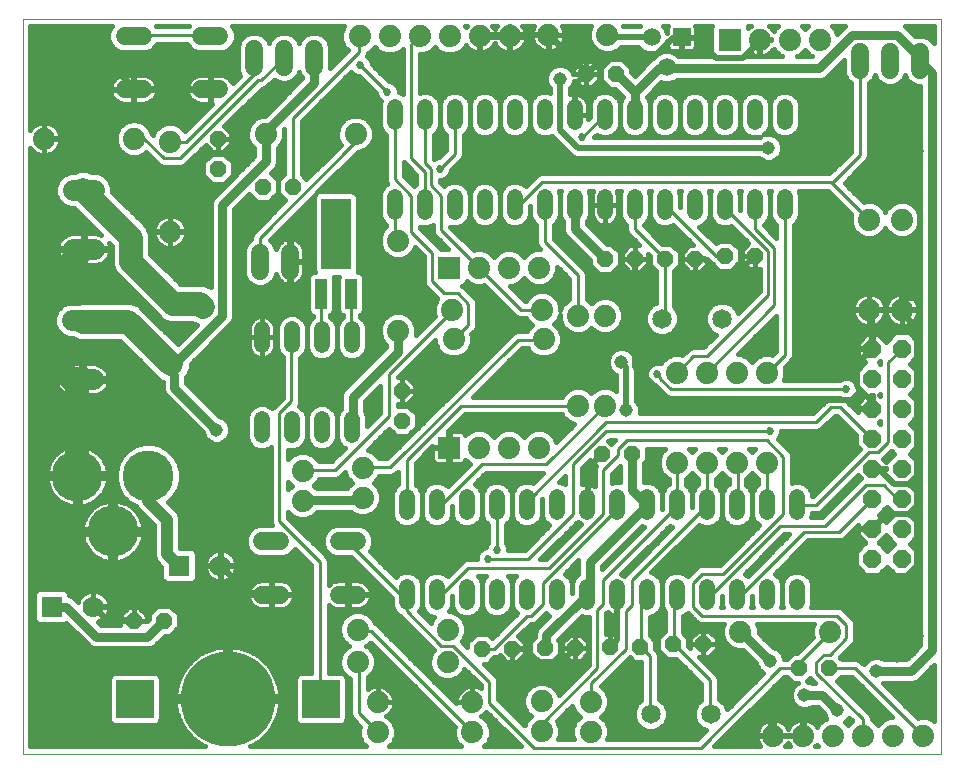
<source format=gtl>
G75*
%MOIN*%
%OFA0B0*%
%FSLAX25Y25*%
%IPPOS*%
%LPD*%
%AMOC8*
5,1,8,0,0,1.08239X$1,22.5*
%
%ADD10C,0.00000*%
%ADD11OC8,0.05200*%
%ADD12C,0.07400*%
%ADD13OC8,0.06000*%
%ADD14C,0.17000*%
%ADD15C,0.06000*%
%ADD16C,0.05200*%
%ADD17C,0.06500*%
%ADD18C,0.07050*%
%ADD19R,0.05900X0.05900*%
%ADD20C,0.05900*%
%ADD21C,0.31496*%
%ADD22R,0.12500X0.12500*%
%ADD23R,0.03937X0.09843*%
%ADD24R,0.09843X0.23622*%
%ADD25R,0.07400X0.07400*%
%ADD26C,0.07000*%
%ADD27R,0.07000X0.07000*%
%ADD28C,0.05937*%
%ADD29C,0.02000*%
%ADD30C,0.17780*%
%ADD31C,0.08000*%
%ADD32C,0.04500*%
%ADD33C,0.01600*%
%ADD34C,0.01000*%
%ADD35C,0.02700*%
%ADD36C,0.03000*%
%ADD37C,0.04000*%
D10*
X0017181Y0006628D02*
X0017181Y0251628D01*
X0323181Y0251628D01*
X0323181Y0006628D01*
X0017181Y0006628D01*
D11*
X0054063Y0050982D03*
X0064063Y0050982D03*
X0143528Y0117652D03*
X0143528Y0127652D03*
X0210181Y0106628D03*
X0220181Y0106628D03*
X0233981Y0043228D03*
X0243981Y0043228D03*
X0222981Y0042228D03*
X0212981Y0042228D03*
X0201281Y0041928D03*
X0191281Y0041928D03*
X0180181Y0041628D03*
X0170181Y0041628D03*
X0275981Y0035228D03*
X0285981Y0035228D03*
X0241181Y0171628D03*
X0231181Y0171628D03*
X0221181Y0171628D03*
X0211181Y0171628D03*
X0251181Y0172628D03*
X0261181Y0172628D03*
X0214881Y0233128D03*
X0204881Y0233128D03*
X0107181Y0195628D03*
X0097181Y0195628D03*
X0082181Y0201628D03*
X0082181Y0211628D03*
D12*
X0098124Y0213203D03*
X0128124Y0213203D03*
X0129378Y0245778D03*
X0139378Y0245778D03*
X0149378Y0245778D03*
X0159378Y0245778D03*
X0169378Y0245778D03*
X0179378Y0245778D03*
X0192291Y0246202D03*
X0211976Y0246202D03*
X0262781Y0244628D03*
X0272781Y0244628D03*
X0282781Y0244628D03*
X0299181Y0184628D03*
X0310181Y0184628D03*
X0310181Y0154628D03*
X0299181Y0154628D03*
X0265181Y0133628D03*
X0255181Y0133628D03*
X0245181Y0133628D03*
X0235181Y0133628D03*
X0211181Y0122628D03*
X0202181Y0122628D03*
X0189181Y0108628D03*
X0179181Y0108628D03*
X0169181Y0108628D03*
X0130477Y0101933D03*
X0130477Y0091933D03*
X0110469Y0090965D03*
X0110469Y0100965D03*
X0160717Y0144778D03*
X0160205Y0154628D03*
X0169181Y0168628D03*
X0179181Y0168628D03*
X0189181Y0168628D03*
X0190205Y0154628D03*
X0190717Y0144778D03*
X0202181Y0152628D03*
X0211181Y0152628D03*
X0235181Y0103628D03*
X0245181Y0103628D03*
X0255181Y0103628D03*
X0265181Y0103628D03*
X0256299Y0047250D03*
X0286299Y0047250D03*
X0287181Y0012628D03*
X0277181Y0012628D03*
X0267181Y0012628D03*
X0297181Y0012628D03*
X0307181Y0012628D03*
X0317181Y0012628D03*
X0206369Y0013948D03*
X0206369Y0023948D03*
X0190083Y0024019D03*
X0190083Y0014019D03*
X0167000Y0013746D03*
X0167000Y0023746D03*
X0158717Y0037187D03*
X0158764Y0047990D03*
X0128764Y0047990D03*
X0128717Y0037187D03*
X0135362Y0023778D03*
X0135362Y0013778D03*
X0142181Y0147628D03*
X0142181Y0177628D03*
X0066181Y0180628D03*
X0066181Y0210628D03*
X0054181Y0211628D03*
X0024181Y0211628D03*
D13*
X0300181Y0141628D03*
X0310181Y0141628D03*
X0310181Y0131628D03*
X0300181Y0131628D03*
X0300181Y0121628D03*
X0300181Y0111628D03*
X0310181Y0111628D03*
X0310181Y0121628D03*
X0310181Y0101628D03*
X0300181Y0101628D03*
X0300181Y0091628D03*
X0310181Y0091628D03*
X0310181Y0081628D03*
X0300181Y0081628D03*
X0300181Y0071628D03*
X0310181Y0071628D03*
D14*
X0058937Y0099219D03*
X0047126Y0080715D03*
X0035315Y0099219D03*
D15*
X0096909Y0077434D02*
X0102909Y0077434D01*
X0122509Y0077434D02*
X0128509Y0077434D01*
X0128509Y0059634D02*
X0122509Y0059634D01*
X0102909Y0059634D02*
X0096909Y0059634D01*
X0082666Y0228090D02*
X0076666Y0228090D01*
X0057066Y0228090D02*
X0051066Y0228090D01*
X0051066Y0245890D02*
X0057066Y0245890D01*
X0076666Y0245890D02*
X0082666Y0245890D01*
D16*
X0141181Y0222228D02*
X0141181Y0217028D01*
X0151181Y0217028D02*
X0151181Y0222228D01*
X0161181Y0222228D02*
X0161181Y0217028D01*
X0171181Y0217028D02*
X0171181Y0222228D01*
X0181181Y0222228D02*
X0181181Y0217028D01*
X0191181Y0217028D02*
X0191181Y0222228D01*
X0201181Y0222228D02*
X0201181Y0217028D01*
X0211181Y0217028D02*
X0211181Y0222228D01*
X0221181Y0222228D02*
X0221181Y0217028D01*
X0231181Y0217028D02*
X0231181Y0222228D01*
X0241181Y0222228D02*
X0241181Y0217028D01*
X0251181Y0217028D02*
X0251181Y0222228D01*
X0261181Y0222228D02*
X0261181Y0217028D01*
X0271181Y0217028D02*
X0271181Y0222228D01*
X0271181Y0192228D02*
X0271181Y0187028D01*
X0261181Y0187028D02*
X0261181Y0192228D01*
X0251181Y0192228D02*
X0251181Y0187028D01*
X0241181Y0187028D02*
X0241181Y0192228D01*
X0231181Y0192228D02*
X0231181Y0187028D01*
X0221181Y0187028D02*
X0221181Y0192228D01*
X0211181Y0192228D02*
X0211181Y0187028D01*
X0201181Y0187028D02*
X0201181Y0192228D01*
X0191181Y0192228D02*
X0191181Y0187028D01*
X0181181Y0187028D02*
X0181181Y0192228D01*
X0171181Y0192228D02*
X0171181Y0187028D01*
X0161181Y0187028D02*
X0161181Y0192228D01*
X0151181Y0192228D02*
X0151181Y0187028D01*
X0141181Y0187028D02*
X0141181Y0192228D01*
X0126803Y0148063D02*
X0126803Y0142863D01*
X0116803Y0142863D02*
X0116803Y0148063D01*
X0106803Y0148063D02*
X0106803Y0142863D01*
X0096803Y0142863D02*
X0096803Y0148063D01*
X0096803Y0118063D02*
X0096803Y0112863D01*
X0106803Y0112863D02*
X0106803Y0118063D01*
X0116803Y0118063D02*
X0116803Y0112863D01*
X0126803Y0112863D02*
X0126803Y0118063D01*
X0145181Y0092228D02*
X0145181Y0087028D01*
X0155181Y0087028D02*
X0155181Y0092228D01*
X0165181Y0092228D02*
X0165181Y0087028D01*
X0175181Y0087028D02*
X0175181Y0092228D01*
X0185181Y0092228D02*
X0185181Y0087028D01*
X0195181Y0087028D02*
X0195181Y0092228D01*
X0205181Y0092228D02*
X0205181Y0087028D01*
X0215181Y0087028D02*
X0215181Y0092228D01*
X0225181Y0092228D02*
X0225181Y0087028D01*
X0235181Y0087028D02*
X0235181Y0092228D01*
X0245181Y0092228D02*
X0245181Y0087028D01*
X0255181Y0087028D02*
X0255181Y0092228D01*
X0265181Y0092228D02*
X0265181Y0087028D01*
X0275181Y0087028D02*
X0275181Y0092228D01*
X0275181Y0062228D02*
X0275181Y0057028D01*
X0265181Y0057028D02*
X0265181Y0062228D01*
X0255181Y0062228D02*
X0255181Y0057028D01*
X0245181Y0057028D02*
X0245181Y0062228D01*
X0235181Y0062228D02*
X0235181Y0057028D01*
X0225181Y0057028D02*
X0225181Y0062228D01*
X0215181Y0062228D02*
X0215181Y0057028D01*
X0205181Y0057028D02*
X0205181Y0062228D01*
X0195181Y0062228D02*
X0195181Y0057028D01*
X0185181Y0057028D02*
X0185181Y0062228D01*
X0175181Y0062228D02*
X0175181Y0057028D01*
X0165181Y0057028D02*
X0165181Y0062228D01*
X0155181Y0062228D02*
X0155181Y0057028D01*
X0145181Y0057028D02*
X0145181Y0062228D01*
D17*
X0226481Y0019828D03*
X0246481Y0019828D03*
X0250181Y0151628D03*
X0230181Y0151628D03*
D18*
X0040556Y0151037D02*
X0033506Y0151037D01*
X0033506Y0131352D02*
X0040556Y0131352D01*
X0040950Y0174778D02*
X0033900Y0174778D01*
X0033900Y0194463D02*
X0040950Y0194463D01*
D19*
X0236715Y0245427D03*
D20*
X0226715Y0245427D03*
X0231715Y0235427D03*
D21*
X0085435Y0024872D03*
D22*
X0116435Y0024872D03*
X0054435Y0024872D03*
D23*
X0116585Y0159822D03*
X0126585Y0159822D03*
D24*
X0121585Y0179822D03*
D25*
X0159181Y0168628D03*
X0159181Y0108628D03*
X0252781Y0244628D03*
D26*
X0076661Y0156384D03*
X0066661Y0136384D03*
X0083005Y0069261D03*
X0040550Y0055659D03*
D27*
X0026770Y0055659D03*
X0069225Y0069261D03*
D28*
X0096181Y0167659D02*
X0096181Y0173596D01*
X0106181Y0173596D02*
X0106181Y0167659D01*
X0104181Y0235659D02*
X0104181Y0241596D01*
X0094181Y0241596D02*
X0094181Y0235659D01*
X0114181Y0235659D02*
X0114181Y0241596D01*
X0296181Y0240596D02*
X0296181Y0234659D01*
X0306181Y0234659D02*
X0306181Y0240596D01*
X0316181Y0240596D02*
X0316181Y0234659D01*
D29*
X0316181Y0207415D02*
X0308520Y0207415D01*
X0316181Y0207415D02*
X0316181Y0158628D01*
X0310181Y0158628D01*
X0310181Y0154628D01*
X0310181Y0153628D01*
X0315181Y0148628D01*
X0315181Y0099128D01*
X0312681Y0096628D01*
X0315181Y0094128D01*
X0315181Y0089128D01*
X0312681Y0086628D01*
X0305181Y0086628D01*
X0300181Y0081628D01*
X0312681Y0086628D02*
X0315181Y0084128D01*
X0315181Y0069128D01*
X0308681Y0062628D01*
X0308681Y0046128D01*
X0308520Y0045998D01*
X0266681Y0022628D02*
X0266681Y0013128D01*
X0267181Y0012628D01*
X0277181Y0012628D01*
X0215181Y0044628D02*
X0213181Y0042628D01*
X0212981Y0042228D01*
X0215181Y0044628D02*
X0215181Y0059628D01*
X0201281Y0041928D02*
X0201181Y0041628D01*
X0196681Y0037128D01*
X0189181Y0037128D01*
X0184681Y0041628D01*
X0180181Y0041628D01*
X0205181Y0089628D02*
X0205370Y0089699D01*
X0205370Y0101904D01*
X0210094Y0106628D01*
X0210181Y0106628D01*
X0218181Y0121128D02*
X0218181Y0135628D01*
X0216681Y0137128D01*
X0221181Y0135628D02*
X0232181Y0124628D01*
X0293681Y0124628D01*
X0296681Y0127628D01*
X0300181Y0124128D01*
X0300181Y0121628D01*
X0296681Y0127628D02*
X0295181Y0129128D01*
X0295181Y0136628D01*
X0300181Y0141628D01*
X0300181Y0154128D01*
X0299181Y0154628D01*
X0299465Y0154659D01*
X0309307Y0154659D01*
X0310181Y0154628D01*
X0261181Y0172628D02*
X0255681Y0167128D01*
X0249181Y0167128D01*
X0244681Y0171628D01*
X0241181Y0171628D01*
X0221181Y0171628D02*
X0221181Y0135628D01*
X0300181Y0101628D02*
X0302681Y0101628D01*
X0307681Y0096628D01*
X0312681Y0096628D01*
X0265681Y0208628D02*
X0202181Y0208628D01*
X0196181Y0214628D01*
X0196181Y0231628D01*
X0201181Y0229628D02*
X0204681Y0233128D01*
X0204881Y0233128D01*
X0205681Y0233628D01*
X0210181Y0238128D01*
X0226681Y0238128D01*
X0234181Y0245628D01*
X0235681Y0245628D01*
X0236715Y0245427D01*
X0237181Y0245128D01*
X0241681Y0245128D01*
X0248181Y0238628D01*
X0257181Y0238628D01*
X0263181Y0244628D01*
X0262781Y0244628D01*
X0226715Y0245427D02*
X0226681Y0245628D01*
X0212681Y0245628D01*
X0212181Y0246128D01*
X0211976Y0246202D01*
X0204181Y0234628D02*
X0193181Y0245628D01*
X0192291Y0246202D01*
X0191681Y0246128D01*
X0180181Y0246128D01*
X0179378Y0245778D01*
X0179181Y0246128D01*
X0169681Y0246128D01*
X0169378Y0245778D01*
X0201181Y0229628D02*
X0201181Y0219628D01*
X0204881Y0233128D02*
X0204181Y0233628D01*
X0204181Y0234628D01*
X0079666Y0228090D02*
X0079181Y0228128D01*
X0055681Y0228128D01*
X0054066Y0228090D01*
X0054681Y0228128D01*
X0048181Y0234628D01*
X0033181Y0234628D01*
X0032929Y0234974D01*
X0037425Y0194463D02*
X0037681Y0194128D01*
X0083005Y0069261D02*
X0083181Y0069128D01*
X0092181Y0060128D01*
X0085681Y0053628D01*
X0085681Y0025128D01*
X0085435Y0024872D01*
X0054063Y0050982D02*
X0053795Y0051116D01*
X0045134Y0051116D01*
X0040803Y0055447D01*
X0040550Y0055659D01*
X0092181Y0060128D02*
X0099681Y0060128D01*
X0099909Y0059634D01*
D30*
X0032929Y0022376D03*
X0032929Y0234974D03*
X0308520Y0207415D03*
X0308520Y0045998D03*
D31*
X0077181Y0155628D02*
X0076181Y0156628D01*
X0067181Y0156628D01*
X0053181Y0170628D01*
X0053181Y0178628D01*
X0037681Y0194128D01*
X0037181Y0194628D01*
X0037181Y0174628D02*
X0023181Y0160628D01*
X0023181Y0141628D01*
X0033181Y0131628D01*
X0037181Y0131628D01*
X0035315Y0129762D01*
X0035315Y0099219D01*
X0066425Y0136384D02*
X0052181Y0150628D01*
X0037181Y0150628D01*
X0066425Y0136384D02*
X0066661Y0136384D01*
D32*
X0081681Y0114628D03*
X0218181Y0121128D03*
X0216681Y0137128D03*
X0265681Y0208628D03*
X0196181Y0231628D03*
X0266181Y0037628D03*
X0277681Y0026128D03*
X0288681Y0021128D03*
X0301681Y0034128D03*
X0266681Y0022628D03*
D33*
X0262866Y0024212D02*
X0273442Y0024212D01*
X0273739Y0023494D02*
X0275047Y0022186D01*
X0276756Y0021478D01*
X0278606Y0021478D01*
X0280315Y0022186D01*
X0280357Y0022228D01*
X0282066Y0022228D01*
X0284031Y0020263D01*
X0284031Y0020203D01*
X0284739Y0018494D01*
X0284933Y0018300D01*
X0283726Y0017799D01*
X0282010Y0016083D01*
X0281813Y0015609D01*
X0281376Y0016211D01*
X0280764Y0016823D01*
X0280064Y0017332D01*
X0279292Y0017725D01*
X0278469Y0017993D01*
X0277614Y0018128D01*
X0277381Y0018128D01*
X0277381Y0012828D01*
X0276981Y0012828D01*
X0276981Y0012428D01*
X0267381Y0012428D01*
X0267381Y0012828D01*
X0266981Y0012828D01*
X0266981Y0012428D01*
X0261681Y0012428D01*
X0261681Y0012195D01*
X0261817Y0011340D01*
X0262084Y0010517D01*
X0262477Y0009745D01*
X0262986Y0009045D01*
X0263003Y0009028D01*
X0247682Y0009028D01*
X0270882Y0032228D01*
X0271910Y0032228D01*
X0273910Y0030228D01*
X0275428Y0030228D01*
X0275047Y0030070D01*
X0273739Y0028762D01*
X0273031Y0027053D01*
X0273031Y0025203D01*
X0273739Y0023494D01*
X0274620Y0022613D02*
X0261267Y0022613D01*
X0259669Y0021015D02*
X0283279Y0021015D01*
X0284357Y0019416D02*
X0258070Y0019416D01*
X0256472Y0017818D02*
X0265355Y0017818D01*
X0265070Y0017725D02*
X0265893Y0017993D01*
X0266748Y0018128D01*
X0266981Y0018128D01*
X0266981Y0012828D01*
X0261681Y0012828D01*
X0261681Y0013061D01*
X0261817Y0013916D01*
X0262084Y0014739D01*
X0262477Y0015511D01*
X0262986Y0016211D01*
X0263598Y0016823D01*
X0264298Y0017332D01*
X0265070Y0017725D01*
X0266981Y0017818D02*
X0267381Y0017818D01*
X0267381Y0018128D02*
X0267381Y0012828D01*
X0272681Y0012828D01*
X0276981Y0012828D01*
X0276981Y0018128D01*
X0276748Y0018128D01*
X0275893Y0017993D01*
X0275070Y0017725D01*
X0274298Y0017332D01*
X0273598Y0016823D01*
X0272986Y0016211D01*
X0272477Y0015511D01*
X0272181Y0014930D01*
X0271885Y0015511D01*
X0271376Y0016211D01*
X0270764Y0016823D01*
X0270064Y0017332D01*
X0269292Y0017725D01*
X0268469Y0017993D01*
X0267614Y0018128D01*
X0267381Y0018128D01*
X0269008Y0017818D02*
X0275355Y0017818D01*
X0276981Y0017818D02*
X0277381Y0017818D01*
X0277381Y0016219D02*
X0276981Y0016219D01*
X0276981Y0014621D02*
X0277381Y0014621D01*
X0277381Y0013022D02*
X0276981Y0013022D01*
X0272994Y0016219D02*
X0271368Y0016219D01*
X0267381Y0016219D02*
X0266981Y0016219D01*
X0266981Y0014621D02*
X0267381Y0014621D01*
X0267381Y0013022D02*
X0266981Y0013022D01*
X0262994Y0016219D02*
X0254873Y0016219D01*
X0253275Y0014621D02*
X0262045Y0014621D01*
X0261681Y0013022D02*
X0251676Y0013022D01*
X0250078Y0011423D02*
X0261803Y0011423D01*
X0262436Y0009825D02*
X0248479Y0009825D01*
X0244843Y0014391D02*
X0243281Y0015038D01*
X0241691Y0016627D01*
X0240831Y0018704D01*
X0240831Y0020952D01*
X0241691Y0023028D01*
X0243281Y0024618D01*
X0243281Y0024618D01*
X0243281Y0029927D01*
X0234980Y0038228D01*
X0231910Y0038228D01*
X0228981Y0041157D01*
X0228981Y0045299D01*
X0231281Y0047599D01*
X0231281Y0053857D01*
X0230942Y0054196D01*
X0230181Y0056033D01*
X0230181Y0063223D01*
X0229420Y0065060D01*
X0228013Y0066467D01*
X0226675Y0067021D01*
X0242416Y0082761D01*
X0244187Y0082028D01*
X0246176Y0082028D01*
X0248013Y0082789D01*
X0249420Y0084196D01*
X0250181Y0086033D01*
X0250181Y0093223D01*
X0250181Y0086033D01*
X0250942Y0084196D01*
X0252349Y0082789D01*
X0254187Y0082028D01*
X0256176Y0082028D01*
X0258013Y0082789D01*
X0259420Y0084196D01*
X0260181Y0086033D01*
X0260181Y0093223D01*
X0260181Y0086033D01*
X0260942Y0084196D01*
X0262349Y0082789D01*
X0262626Y0082674D01*
X0249480Y0069528D01*
X0243104Y0069528D01*
X0242038Y0069086D01*
X0239038Y0066086D01*
X0238716Y0065764D01*
X0238013Y0066467D01*
X0236176Y0067228D01*
X0234187Y0067228D01*
X0232349Y0066467D01*
X0230942Y0065060D01*
X0230181Y0063223D01*
X0230181Y0056033D01*
X0229420Y0054196D01*
X0228013Y0052789D01*
X0226176Y0052028D01*
X0226081Y0052028D01*
X0226081Y0046199D01*
X0227981Y0044299D01*
X0227981Y0041429D01*
X0228640Y0040771D01*
X0229081Y0039705D01*
X0229081Y0024866D01*
X0229682Y0024618D01*
X0231271Y0023028D01*
X0232131Y0020952D01*
X0232131Y0018704D01*
X0231271Y0016627D01*
X0229682Y0015038D01*
X0227605Y0014178D01*
X0225357Y0014178D01*
X0223281Y0015038D01*
X0221691Y0016627D01*
X0220831Y0018704D01*
X0220831Y0020952D01*
X0221691Y0023028D01*
X0223281Y0024618D01*
X0223281Y0024618D01*
X0223281Y0037228D01*
X0220910Y0037228D01*
X0219396Y0038742D01*
X0209788Y0029134D01*
X0209825Y0029119D01*
X0211541Y0027403D01*
X0212469Y0025161D01*
X0212469Y0022734D01*
X0211541Y0020492D01*
X0209996Y0018948D01*
X0211541Y0017403D01*
X0212469Y0015161D01*
X0212469Y0012734D01*
X0211970Y0011528D01*
X0241980Y0011528D01*
X0244843Y0014391D01*
X0244289Y0014621D02*
X0228673Y0014621D01*
X0230862Y0016219D02*
X0242100Y0016219D01*
X0241198Y0017818D02*
X0231764Y0017818D01*
X0232131Y0019416D02*
X0240831Y0019416D01*
X0240857Y0021015D02*
X0232105Y0021015D01*
X0231443Y0022613D02*
X0241519Y0022613D01*
X0242874Y0024212D02*
X0230088Y0024212D01*
X0229081Y0025810D02*
X0243281Y0025810D01*
X0243281Y0027409D02*
X0229081Y0027409D01*
X0229081Y0029007D02*
X0243281Y0029007D01*
X0242602Y0030606D02*
X0229081Y0030606D01*
X0229081Y0032204D02*
X0241004Y0032204D01*
X0239405Y0033803D02*
X0229081Y0033803D01*
X0229081Y0035401D02*
X0237807Y0035401D01*
X0236208Y0037000D02*
X0229081Y0037000D01*
X0229081Y0038598D02*
X0231540Y0038598D01*
X0229941Y0040197D02*
X0228877Y0040197D01*
X0228981Y0041795D02*
X0227981Y0041795D01*
X0227981Y0043394D02*
X0228981Y0043394D01*
X0228981Y0044992D02*
X0227288Y0044992D01*
X0226081Y0046591D02*
X0230273Y0046591D01*
X0231281Y0048189D02*
X0226081Y0048189D01*
X0226081Y0049788D02*
X0231281Y0049788D01*
X0231281Y0051386D02*
X0226081Y0051386D01*
X0228209Y0052985D02*
X0231281Y0052985D01*
X0230782Y0054583D02*
X0229580Y0054583D01*
X0230181Y0056182D02*
X0230181Y0056182D01*
X0230181Y0057780D02*
X0230181Y0057780D01*
X0230181Y0059379D02*
X0230181Y0059379D01*
X0230181Y0060977D02*
X0230181Y0060977D01*
X0230181Y0062576D02*
X0230181Y0062576D01*
X0229787Y0064174D02*
X0230575Y0064174D01*
X0231655Y0065773D02*
X0228707Y0065773D01*
X0227026Y0067371D02*
X0240323Y0067371D01*
X0238725Y0065773D02*
X0238707Y0065773D01*
X0241922Y0068970D02*
X0228624Y0068970D01*
X0230223Y0070568D02*
X0250520Y0070568D01*
X0252119Y0072167D02*
X0231821Y0072167D01*
X0233420Y0073765D02*
X0253717Y0073765D01*
X0255316Y0075364D02*
X0235018Y0075364D01*
X0236617Y0076962D02*
X0256914Y0076962D01*
X0258513Y0078561D02*
X0238215Y0078561D01*
X0239814Y0080159D02*
X0260111Y0080159D01*
X0261710Y0081758D02*
X0241412Y0081758D01*
X0248581Y0083356D02*
X0251781Y0083356D01*
X0250628Y0084955D02*
X0249734Y0084955D01*
X0250181Y0086554D02*
X0250181Y0086554D01*
X0250181Y0088152D02*
X0250181Y0088152D01*
X0250181Y0089751D02*
X0250181Y0089751D01*
X0250181Y0091349D02*
X0250181Y0091349D01*
X0250181Y0092948D02*
X0250181Y0092948D01*
X0250181Y0093223D02*
X0250942Y0095060D01*
X0252349Y0096467D01*
X0252470Y0096517D01*
X0252470Y0098148D01*
X0251726Y0098457D01*
X0250181Y0100001D01*
X0248636Y0098457D01*
X0248081Y0098227D01*
X0248081Y0096399D01*
X0249420Y0095060D01*
X0250181Y0093223D01*
X0249633Y0094546D02*
X0250729Y0094546D01*
X0252027Y0096145D02*
X0248336Y0096145D01*
X0248081Y0097743D02*
X0252470Y0097743D01*
X0250841Y0099342D02*
X0249521Y0099342D01*
X0242281Y0098227D02*
X0242281Y0096399D01*
X0240942Y0095060D01*
X0240181Y0093223D01*
X0240181Y0088729D01*
X0240181Y0088729D01*
X0240181Y0093223D01*
X0239420Y0095060D01*
X0238191Y0096289D01*
X0238191Y0098272D01*
X0238636Y0098457D01*
X0240181Y0100001D01*
X0241726Y0098457D01*
X0242281Y0098227D01*
X0242281Y0097743D02*
X0238191Y0097743D01*
X0238336Y0096145D02*
X0242027Y0096145D01*
X0240729Y0094546D02*
X0239633Y0094546D01*
X0240181Y0092948D02*
X0240181Y0092948D01*
X0240181Y0091349D02*
X0240181Y0091349D01*
X0240181Y0089751D02*
X0240181Y0089751D01*
X0232027Y0096145D02*
X0228336Y0096145D01*
X0228013Y0096467D02*
X0229420Y0095060D01*
X0230181Y0093223D01*
X0230942Y0095060D01*
X0232349Y0096467D01*
X0232391Y0096484D01*
X0232391Y0098181D01*
X0231726Y0098457D01*
X0230010Y0100173D01*
X0229081Y0102415D01*
X0229081Y0104841D01*
X0230010Y0107083D01*
X0231154Y0108228D01*
X0225181Y0108228D01*
X0225181Y0104557D01*
X0224081Y0103457D01*
X0224081Y0097184D01*
X0224187Y0097228D01*
X0226176Y0097228D01*
X0228013Y0096467D01*
X0229633Y0094546D02*
X0230729Y0094546D01*
X0230181Y0093223D02*
X0230181Y0088229D01*
X0230181Y0088229D01*
X0230181Y0093223D01*
X0230181Y0092948D02*
X0230181Y0092948D01*
X0230181Y0091349D02*
X0230181Y0091349D01*
X0230181Y0089751D02*
X0230181Y0089751D01*
X0232769Y0082615D02*
X0233687Y0082235D01*
X0217723Y0066271D01*
X0217579Y0065924D01*
X0217487Y0065991D01*
X0216870Y0066306D01*
X0216561Y0066406D01*
X0232769Y0082615D01*
X0233210Y0081758D02*
X0231912Y0081758D01*
X0231611Y0080159D02*
X0230314Y0080159D01*
X0230013Y0078561D02*
X0228715Y0078561D01*
X0228414Y0076962D02*
X0227117Y0076962D01*
X0226816Y0075364D02*
X0225518Y0075364D01*
X0225217Y0073765D02*
X0223920Y0073765D01*
X0223619Y0072167D02*
X0222321Y0072167D01*
X0222020Y0070568D02*
X0220723Y0070568D01*
X0220422Y0068970D02*
X0219124Y0068970D01*
X0218823Y0067371D02*
X0217526Y0067371D01*
X0212520Y0070568D02*
X0211637Y0070568D01*
X0210922Y0068970D02*
X0210081Y0068970D01*
X0210081Y0069013D02*
X0210081Y0068129D01*
X0224040Y0082088D01*
X0223416Y0082347D01*
X0210081Y0069013D01*
X0213235Y0072167D02*
X0214119Y0072167D01*
X0214834Y0073765D02*
X0215717Y0073765D01*
X0216433Y0075364D02*
X0217316Y0075364D01*
X0218031Y0076962D02*
X0218914Y0076962D01*
X0219630Y0078561D02*
X0220513Y0078561D01*
X0221228Y0080159D02*
X0222111Y0080159D01*
X0222827Y0081758D02*
X0223710Y0081758D01*
X0207781Y0095778D02*
X0207487Y0095991D01*
X0206870Y0096306D01*
X0206211Y0096520D01*
X0205527Y0096628D01*
X0205181Y0096628D01*
X0204835Y0096628D01*
X0204151Y0096520D01*
X0203581Y0096334D01*
X0203581Y0101927D01*
X0206120Y0104466D01*
X0208103Y0102483D01*
X0207781Y0101705D01*
X0207781Y0095778D01*
X0207781Y0096145D02*
X0207186Y0096145D01*
X0207781Y0097743D02*
X0203581Y0097743D01*
X0203581Y0099342D02*
X0207781Y0099342D01*
X0207781Y0100940D02*
X0203581Y0100940D01*
X0204193Y0102539D02*
X0208048Y0102539D01*
X0206449Y0104137D02*
X0205791Y0104137D01*
X0208282Y0106628D02*
X0208282Y0106628D01*
X0210181Y0106628D01*
X0208282Y0106628D01*
X0210181Y0106628D02*
X0210181Y0106628D01*
X0213242Y0109790D02*
X0214680Y0111228D01*
X0212882Y0111228D01*
X0212343Y0110689D01*
X0213242Y0109790D01*
X0213983Y0110531D02*
X0212500Y0110531D01*
X0216281Y0102627D02*
X0216281Y0097184D01*
X0216176Y0097228D01*
X0214187Y0097228D01*
X0213581Y0096977D01*
X0213581Y0099927D01*
X0216281Y0102627D01*
X0216281Y0102539D02*
X0216193Y0102539D01*
X0216281Y0100940D02*
X0214594Y0100940D01*
X0213581Y0099342D02*
X0216281Y0099342D01*
X0216281Y0097743D02*
X0213581Y0097743D01*
X0205181Y0096628D02*
X0205181Y0089628D01*
X0205181Y0096628D01*
X0205181Y0096145D02*
X0205181Y0096145D01*
X0205181Y0094546D02*
X0205181Y0094546D01*
X0205181Y0092948D02*
X0205181Y0092948D01*
X0205181Y0091349D02*
X0205181Y0091349D01*
X0205181Y0089751D02*
X0205181Y0089751D01*
X0205181Y0089628D02*
X0205181Y0089628D01*
X0202070Y0083916D02*
X0202315Y0083672D01*
X0202875Y0083265D01*
X0203101Y0083149D01*
X0191480Y0071528D01*
X0189682Y0071528D01*
X0202070Y0083916D01*
X0201511Y0083356D02*
X0202749Y0083356D01*
X0201710Y0081758D02*
X0199912Y0081758D01*
X0200111Y0080159D02*
X0198314Y0080159D01*
X0198513Y0078561D02*
X0196715Y0078561D01*
X0196914Y0076962D02*
X0195117Y0076962D01*
X0195316Y0075364D02*
X0193518Y0075364D01*
X0193717Y0073765D02*
X0191920Y0073765D01*
X0192119Y0072167D02*
X0190321Y0072167D01*
X0186914Y0076962D02*
X0178150Y0076962D01*
X0178081Y0077031D02*
X0178081Y0082857D01*
X0179420Y0084196D01*
X0180181Y0086033D01*
X0180181Y0093223D01*
X0179420Y0095060D01*
X0178013Y0096467D01*
X0176176Y0097228D01*
X0174187Y0097228D01*
X0172349Y0096467D01*
X0170942Y0095060D01*
X0170181Y0093223D01*
X0170181Y0086033D01*
X0170181Y0093223D01*
X0169420Y0095060D01*
X0168013Y0096467D01*
X0167736Y0096582D01*
X0171382Y0100228D01*
X0190680Y0100228D01*
X0187239Y0096787D01*
X0186176Y0097228D01*
X0184187Y0097228D01*
X0182349Y0096467D01*
X0180942Y0095060D01*
X0180181Y0093223D01*
X0180181Y0086033D01*
X0180942Y0084196D01*
X0182349Y0082789D01*
X0184187Y0082028D01*
X0186176Y0082028D01*
X0188013Y0082789D01*
X0189420Y0084196D01*
X0190181Y0086033D01*
X0190181Y0091527D01*
X0190181Y0086033D01*
X0190942Y0084196D01*
X0192349Y0082789D01*
X0192626Y0082674D01*
X0184480Y0074528D01*
X0178931Y0074528D01*
X0178931Y0075374D01*
X0178360Y0076752D01*
X0178081Y0077031D01*
X0178081Y0078561D02*
X0188513Y0078561D01*
X0190111Y0080159D02*
X0178081Y0080159D01*
X0178081Y0081758D02*
X0191710Y0081758D01*
X0191781Y0083356D02*
X0188581Y0083356D01*
X0189734Y0084955D02*
X0190628Y0084955D01*
X0190181Y0086554D02*
X0190181Y0086554D01*
X0190181Y0088152D02*
X0190181Y0088152D01*
X0190181Y0089751D02*
X0190181Y0089751D01*
X0190181Y0091349D02*
X0190181Y0091349D01*
X0190181Y0091527D02*
X0190181Y0091527D01*
X0188195Y0097743D02*
X0168897Y0097743D01*
X0168336Y0096145D02*
X0172027Y0096145D01*
X0170729Y0094546D02*
X0169633Y0094546D01*
X0170181Y0092948D02*
X0170181Y0092948D01*
X0170181Y0091349D02*
X0170181Y0091349D01*
X0170181Y0089751D02*
X0170181Y0089751D01*
X0170181Y0088152D02*
X0170181Y0088152D01*
X0170181Y0086554D02*
X0170181Y0086554D01*
X0170181Y0086033D02*
X0169420Y0084196D01*
X0168013Y0082789D01*
X0166176Y0082028D01*
X0164187Y0082028D01*
X0162349Y0082789D01*
X0160942Y0084196D01*
X0160181Y0086033D01*
X0160181Y0089027D01*
X0160181Y0086033D01*
X0159420Y0084196D01*
X0158013Y0082789D01*
X0156176Y0082028D01*
X0154187Y0082028D01*
X0152349Y0082789D01*
X0150942Y0084196D01*
X0150181Y0086033D01*
X0150181Y0093223D01*
X0150181Y0086033D01*
X0149420Y0084196D01*
X0148013Y0082789D01*
X0146176Y0082028D01*
X0144187Y0082028D01*
X0142349Y0082789D01*
X0140942Y0084196D01*
X0140181Y0086033D01*
X0140181Y0093223D01*
X0140942Y0095060D01*
X0142281Y0096399D01*
X0142281Y0100627D01*
X0141324Y0099669D01*
X0140258Y0099228D01*
X0135959Y0099228D01*
X0135648Y0098478D01*
X0134104Y0096933D01*
X0135648Y0095389D01*
X0136577Y0093147D01*
X0136577Y0090720D01*
X0135648Y0088478D01*
X0133933Y0086762D01*
X0131691Y0085833D01*
X0129264Y0085833D01*
X0127022Y0086762D01*
X0126556Y0087228D01*
X0115358Y0087228D01*
X0113924Y0085794D01*
X0111682Y0084865D01*
X0109255Y0084865D01*
X0107013Y0085794D01*
X0105581Y0087226D01*
X0105581Y0085329D01*
X0117824Y0073086D01*
X0117824Y0073086D01*
X0118640Y0072271D01*
X0119081Y0071205D01*
X0119081Y0062995D01*
X0119382Y0063295D01*
X0119993Y0063740D01*
X0120666Y0064083D01*
X0121385Y0064316D01*
X0122131Y0064434D01*
X0125309Y0064434D01*
X0125309Y0059834D01*
X0125709Y0059834D01*
X0133309Y0059834D01*
X0133309Y0060012D01*
X0133190Y0060758D01*
X0132957Y0061477D01*
X0132614Y0062150D01*
X0132170Y0062761D01*
X0131636Y0063295D01*
X0131024Y0063740D01*
X0130351Y0064083D01*
X0129633Y0064316D01*
X0128886Y0064434D01*
X0125709Y0064434D01*
X0125709Y0059834D01*
X0125709Y0059434D01*
X0133309Y0059434D01*
X0133309Y0059256D01*
X0133190Y0058510D01*
X0132957Y0057792D01*
X0132614Y0057119D01*
X0132170Y0056507D01*
X0131636Y0055973D01*
X0131024Y0055529D01*
X0130351Y0055186D01*
X0129633Y0054952D01*
X0128886Y0054834D01*
X0125709Y0054834D01*
X0125709Y0059434D01*
X0125309Y0059434D01*
X0125309Y0054834D01*
X0122131Y0054834D01*
X0121385Y0054952D01*
X0120666Y0055186D01*
X0119993Y0055529D01*
X0119382Y0055973D01*
X0119081Y0056274D01*
X0119081Y0033522D01*
X0123162Y0033522D01*
X0124044Y0033157D01*
X0124719Y0032482D01*
X0125085Y0031599D01*
X0125085Y0018145D01*
X0124719Y0017263D01*
X0124044Y0016587D01*
X0123162Y0016222D01*
X0109707Y0016222D01*
X0108825Y0016587D01*
X0108150Y0017263D01*
X0107785Y0018145D01*
X0107785Y0031599D01*
X0108150Y0032482D01*
X0108825Y0033157D01*
X0109707Y0033522D01*
X0113281Y0033522D01*
X0113281Y0069427D01*
X0107734Y0074974D01*
X0107487Y0074375D01*
X0105968Y0072856D01*
X0103983Y0072034D01*
X0095835Y0072034D01*
X0093850Y0072856D01*
X0092331Y0074375D01*
X0091509Y0076360D01*
X0091509Y0078508D01*
X0092331Y0080493D01*
X0093850Y0082012D01*
X0095835Y0082834D01*
X0100078Y0082834D01*
X0099781Y0083551D01*
X0099781Y0108770D01*
X0099635Y0108624D01*
X0097798Y0107863D01*
X0095809Y0107863D01*
X0093971Y0108624D01*
X0092564Y0110030D01*
X0091803Y0111868D01*
X0091803Y0119057D01*
X0092564Y0120895D01*
X0093971Y0122301D01*
X0095809Y0123063D01*
X0097798Y0123063D01*
X0099635Y0122301D01*
X0100206Y0121731D01*
X0100223Y0121771D01*
X0101038Y0122586D01*
X0101038Y0122586D01*
X0103781Y0125329D01*
X0103781Y0138814D01*
X0102564Y0140030D01*
X0101803Y0141868D01*
X0101803Y0149057D01*
X0102564Y0150895D01*
X0103971Y0152301D01*
X0105809Y0153063D01*
X0107798Y0153063D01*
X0109635Y0152301D01*
X0111042Y0150895D01*
X0111803Y0149057D01*
X0111803Y0141868D01*
X0111042Y0140030D01*
X0109635Y0138624D01*
X0109581Y0138601D01*
X0109581Y0123551D01*
X0109147Y0122504D01*
X0109635Y0122301D01*
X0111042Y0120895D01*
X0111803Y0119057D01*
X0111803Y0111868D01*
X0111803Y0119057D01*
X0112564Y0120895D01*
X0113971Y0122301D01*
X0115809Y0123063D01*
X0117798Y0123063D01*
X0119635Y0122301D01*
X0121042Y0120895D01*
X0121803Y0119057D01*
X0121803Y0111868D01*
X0121042Y0110030D01*
X0119635Y0108624D01*
X0117798Y0107863D01*
X0115809Y0107863D01*
X0113971Y0108624D01*
X0112564Y0110030D01*
X0111803Y0111868D01*
X0111042Y0110030D01*
X0109635Y0108624D01*
X0107798Y0107863D01*
X0105809Y0107863D01*
X0105581Y0107957D01*
X0105581Y0104704D01*
X0107013Y0106136D01*
X0109255Y0107065D01*
X0111682Y0107065D01*
X0113924Y0106136D01*
X0115640Y0104420D01*
X0115802Y0104028D01*
X0119980Y0104028D01*
X0124399Y0108447D01*
X0123971Y0108624D01*
X0122564Y0110030D01*
X0121803Y0111868D01*
X0121803Y0119057D01*
X0122564Y0120895D01*
X0123281Y0121612D01*
X0123281Y0126404D01*
X0123875Y0127837D01*
X0124972Y0128934D01*
X0138281Y0142243D01*
X0138281Y0142901D01*
X0137010Y0144173D01*
X0136081Y0146415D01*
X0136081Y0148841D01*
X0137010Y0151083D01*
X0138726Y0152799D01*
X0140968Y0153728D01*
X0143394Y0153728D01*
X0145636Y0152799D01*
X0147352Y0151083D01*
X0148281Y0148841D01*
X0148281Y0146415D01*
X0148221Y0146269D01*
X0154474Y0152522D01*
X0154105Y0153415D01*
X0154105Y0155841D01*
X0155033Y0158083D01*
X0155329Y0158379D01*
X0155223Y0158485D01*
X0151223Y0162485D01*
X0150781Y0163551D01*
X0150781Y0172427D01*
X0147845Y0175363D01*
X0147352Y0174173D01*
X0145636Y0172457D01*
X0143394Y0171528D01*
X0140968Y0171528D01*
X0138726Y0172457D01*
X0137010Y0174173D01*
X0136081Y0176415D01*
X0136081Y0178841D01*
X0137010Y0181083D01*
X0138281Y0182355D01*
X0138281Y0182857D01*
X0136942Y0184196D01*
X0136181Y0186033D01*
X0136181Y0193223D01*
X0136942Y0195060D01*
X0138349Y0196467D01*
X0138674Y0196602D01*
X0138281Y0197551D01*
X0138281Y0212857D01*
X0136942Y0214196D01*
X0136181Y0216033D01*
X0133554Y0216033D01*
X0133295Y0216658D02*
X0131579Y0218374D01*
X0129337Y0219303D01*
X0126910Y0219303D01*
X0124668Y0218374D01*
X0122952Y0216658D01*
X0122024Y0214416D01*
X0122024Y0211989D01*
X0122952Y0209747D01*
X0123076Y0209624D01*
X0111666Y0198214D01*
X0110081Y0199799D01*
X0110081Y0217427D01*
X0126580Y0233926D01*
X0127557Y0232949D01*
X0128935Y0232378D01*
X0129330Y0232378D01*
X0134931Y0226777D01*
X0134931Y0226382D01*
X0135502Y0225004D01*
X0136504Y0224002D01*
X0136181Y0223223D01*
X0136181Y0216033D01*
X0136181Y0217631D02*
X0132322Y0217631D01*
X0133295Y0216658D02*
X0134224Y0214416D01*
X0134224Y0211989D01*
X0133295Y0209747D01*
X0131579Y0208031D01*
X0129337Y0207103D01*
X0128757Y0207103D01*
X0115334Y0193680D01*
X0116186Y0194033D01*
X0126984Y0194033D01*
X0127866Y0193667D01*
X0128541Y0192992D01*
X0128906Y0192110D01*
X0128906Y0167533D01*
X0128745Y0167143D01*
X0129031Y0167143D01*
X0129913Y0166778D01*
X0130588Y0166102D01*
X0130954Y0165220D01*
X0130954Y0154423D01*
X0130588Y0153541D01*
X0129913Y0152866D01*
X0129530Y0152707D01*
X0129530Y0152345D01*
X0129635Y0152301D01*
X0131042Y0150895D01*
X0131803Y0149057D01*
X0131803Y0141868D01*
X0131042Y0140030D01*
X0129635Y0138624D01*
X0127798Y0137863D01*
X0125809Y0137863D01*
X0123971Y0138624D01*
X0122564Y0140030D01*
X0121803Y0141868D01*
X0121803Y0149057D01*
X0121803Y0141868D01*
X0121042Y0140030D01*
X0119635Y0138624D01*
X0117798Y0137863D01*
X0115809Y0137863D01*
X0113971Y0138624D01*
X0112564Y0140030D01*
X0111803Y0141868D01*
X0111803Y0149057D01*
X0112564Y0150895D01*
X0113781Y0152112D01*
X0113781Y0152649D01*
X0113257Y0152866D01*
X0112582Y0153541D01*
X0112217Y0154423D01*
X0112217Y0165220D01*
X0112582Y0166102D01*
X0113257Y0166778D01*
X0114139Y0167143D01*
X0114425Y0167143D01*
X0114264Y0167533D01*
X0114264Y0192110D01*
X0114617Y0192963D01*
X0099512Y0177858D01*
X0100732Y0176637D01*
X0101530Y0174712D01*
X0101530Y0174713D01*
X0101762Y0175427D01*
X0102103Y0176096D01*
X0102544Y0176703D01*
X0103075Y0177234D01*
X0103682Y0177675D01*
X0104351Y0178016D01*
X0105064Y0178248D01*
X0105806Y0178365D01*
X0105997Y0178365D01*
X0105997Y0170812D01*
X0106365Y0170812D01*
X0106365Y0178365D01*
X0106556Y0178365D01*
X0107298Y0178248D01*
X0108012Y0178016D01*
X0108680Y0177675D01*
X0109288Y0177234D01*
X0109818Y0176703D01*
X0110259Y0176096D01*
X0110600Y0175427D01*
X0110832Y0174713D01*
X0110950Y0173972D01*
X0110950Y0170812D01*
X0106365Y0170812D01*
X0106365Y0170444D01*
X0106365Y0162891D01*
X0106556Y0162891D01*
X0107298Y0163008D01*
X0108012Y0163240D01*
X0108680Y0163581D01*
X0109288Y0164022D01*
X0109818Y0164553D01*
X0110259Y0165160D01*
X0110600Y0165829D01*
X0110832Y0166543D01*
X0110950Y0167284D01*
X0110950Y0170444D01*
X0106365Y0170444D01*
X0105997Y0170444D01*
X0105997Y0162891D01*
X0105806Y0162891D01*
X0105064Y0163008D01*
X0104351Y0163240D01*
X0103682Y0163581D01*
X0103075Y0164022D01*
X0102544Y0164553D01*
X0102103Y0165160D01*
X0101762Y0165829D01*
X0101530Y0166543D01*
X0101530Y0166544D01*
X0100732Y0164618D01*
X0099222Y0163108D01*
X0097249Y0162291D01*
X0095113Y0162291D01*
X0093140Y0163108D01*
X0091630Y0164618D01*
X0090813Y0166592D01*
X0090813Y0174664D01*
X0091630Y0176637D01*
X0093140Y0178148D01*
X0093281Y0178206D01*
X0093281Y0179205D01*
X0093723Y0180271D01*
X0104595Y0191143D01*
X0102181Y0193557D01*
X0102181Y0197699D01*
X0099724Y0200156D01*
X0101487Y0201919D01*
X0102081Y0203352D01*
X0102081Y0208534D01*
X0103295Y0209747D01*
X0104224Y0211989D01*
X0104224Y0214416D01*
X0104154Y0214585D01*
X0104281Y0214713D01*
X0104281Y0199799D01*
X0102181Y0197699D01*
X0102181Y0193557D01*
X0099252Y0190628D01*
X0095110Y0190628D01*
X0092653Y0193085D01*
X0087581Y0188013D01*
X0087581Y0151852D01*
X0086987Y0150419D01*
X0073061Y0136493D01*
X0073061Y0135111D01*
X0072087Y0132759D01*
X0071581Y0132253D01*
X0071581Y0130243D01*
X0082547Y0119278D01*
X0082606Y0119278D01*
X0084315Y0118570D01*
X0085623Y0117262D01*
X0086331Y0115553D01*
X0086331Y0113703D01*
X0085623Y0111994D01*
X0084315Y0110686D01*
X0082606Y0109978D01*
X0080756Y0109978D01*
X0079047Y0110686D01*
X0077739Y0111994D01*
X0077031Y0113703D01*
X0077031Y0113763D01*
X0064375Y0126419D01*
X0063781Y0127852D01*
X0063781Y0130552D01*
X0062800Y0130958D01*
X0049530Y0144228D01*
X0035908Y0144228D01*
X0033773Y0145112D01*
X0032328Y0145112D01*
X0030150Y0146014D01*
X0028484Y0147681D01*
X0027581Y0149859D01*
X0027581Y0152216D01*
X0028484Y0154394D01*
X0030150Y0156060D01*
X0032328Y0156962D01*
X0035750Y0156962D01*
X0035908Y0157028D01*
X0053454Y0157028D01*
X0055806Y0156054D01*
X0057607Y0154253D01*
X0068699Y0143161D01*
X0075100Y0149563D01*
X0073556Y0150202D01*
X0073530Y0150228D01*
X0065908Y0150228D01*
X0063556Y0151202D01*
X0061755Y0153003D01*
X0047755Y0167003D01*
X0046781Y0169355D01*
X0046781Y0175977D01*
X0045832Y0176926D01*
X0045885Y0176822D01*
X0046144Y0176024D01*
X0046275Y0175197D01*
X0046275Y0175153D01*
X0037800Y0175153D01*
X0037050Y0175153D01*
X0037050Y0180103D01*
X0033481Y0180103D01*
X0032653Y0179971D01*
X0031856Y0179712D01*
X0031109Y0179332D01*
X0030431Y0178839D01*
X0029839Y0178247D01*
X0029346Y0177568D01*
X0028965Y0176822D01*
X0028706Y0176024D01*
X0028575Y0175197D01*
X0028575Y0175153D01*
X0037050Y0175153D01*
X0037050Y0174403D01*
X0028575Y0174403D01*
X0028575Y0174358D01*
X0028706Y0173531D01*
X0028965Y0172733D01*
X0029346Y0171987D01*
X0029839Y0171309D01*
X0030431Y0170716D01*
X0031109Y0170223D01*
X0031856Y0169843D01*
X0032653Y0169584D01*
X0033481Y0169453D01*
X0037050Y0169453D01*
X0037050Y0174402D01*
X0037800Y0174402D01*
X0037800Y0169453D01*
X0041369Y0169453D01*
X0042197Y0169584D01*
X0042994Y0169843D01*
X0043741Y0170223D01*
X0044419Y0170716D01*
X0045012Y0171309D01*
X0045505Y0171987D01*
X0045885Y0172733D01*
X0046144Y0173531D01*
X0046275Y0174358D01*
X0046275Y0174403D01*
X0037800Y0174403D01*
X0037800Y0175153D01*
X0037800Y0180103D01*
X0041369Y0180103D01*
X0042197Y0179971D01*
X0042994Y0179712D01*
X0043099Y0179659D01*
X0034220Y0188538D01*
X0032722Y0188538D01*
X0030544Y0189440D01*
X0028877Y0191106D01*
X0027975Y0193284D01*
X0027975Y0195641D01*
X0028877Y0197819D01*
X0030544Y0199486D01*
X0032722Y0200388D01*
X0034362Y0200388D01*
X0035908Y0201028D01*
X0038454Y0201028D01*
X0040000Y0200388D01*
X0042129Y0200388D01*
X0044306Y0199486D01*
X0045973Y0197819D01*
X0046875Y0195641D01*
X0046875Y0193985D01*
X0056806Y0184054D01*
X0058607Y0182253D01*
X0059581Y0179901D01*
X0059581Y0173279D01*
X0069832Y0163028D01*
X0077454Y0163028D01*
X0079781Y0162064D01*
X0079781Y0190404D01*
X0080375Y0191837D01*
X0081472Y0192934D01*
X0094281Y0205743D01*
X0094281Y0208419D01*
X0092952Y0209747D01*
X0092024Y0211989D01*
X0092024Y0214416D01*
X0092952Y0216658D01*
X0094668Y0218374D01*
X0096910Y0219303D01*
X0097840Y0219303D01*
X0110281Y0231743D01*
X0110281Y0231967D01*
X0109630Y0232618D01*
X0109181Y0233702D01*
X0108732Y0232618D01*
X0107222Y0231108D01*
X0105249Y0230291D01*
X0103113Y0230291D01*
X0101140Y0231108D01*
X0100951Y0231297D01*
X0098324Y0228669D01*
X0097258Y0228228D01*
X0096882Y0228228D01*
X0084343Y0215689D01*
X0086581Y0213450D01*
X0086581Y0211628D01*
X0082181Y0211628D01*
X0082181Y0211628D01*
X0082181Y0207228D01*
X0080359Y0207228D01*
X0078120Y0209466D01*
X0071324Y0202669D01*
X0070258Y0202228D01*
X0063604Y0202228D01*
X0062538Y0202669D01*
X0061723Y0203485D01*
X0058194Y0207014D01*
X0057636Y0206457D01*
X0055394Y0205528D01*
X0052968Y0205528D01*
X0050726Y0206457D01*
X0049010Y0208173D01*
X0048081Y0210415D01*
X0048081Y0212841D01*
X0049010Y0215083D01*
X0050726Y0216799D01*
X0052968Y0217728D01*
X0055394Y0217728D01*
X0057636Y0216799D01*
X0059352Y0215083D01*
X0060078Y0213333D01*
X0060517Y0212893D01*
X0061010Y0214083D01*
X0062726Y0215799D01*
X0064968Y0216728D01*
X0067394Y0216728D01*
X0069636Y0215799D01*
X0071194Y0214242D01*
X0080242Y0223290D01*
X0079866Y0223290D01*
X0079866Y0227890D01*
X0079466Y0227890D01*
X0079466Y0223290D01*
X0076288Y0223290D01*
X0075542Y0223408D01*
X0074824Y0223642D01*
X0074150Y0223985D01*
X0073539Y0224429D01*
X0073005Y0224963D01*
X0072561Y0225574D01*
X0072218Y0226248D01*
X0071984Y0226966D01*
X0071866Y0227712D01*
X0071866Y0227890D01*
X0079466Y0227890D01*
X0079466Y0228290D01*
X0071866Y0228290D01*
X0071866Y0228468D01*
X0071984Y0229214D01*
X0072218Y0229933D01*
X0072561Y0230606D01*
X0073005Y0231217D01*
X0073539Y0231751D01*
X0074150Y0232195D01*
X0074824Y0232538D01*
X0075542Y0232772D01*
X0076288Y0232890D01*
X0079466Y0232890D01*
X0079466Y0228290D01*
X0079866Y0228290D01*
X0079866Y0232890D01*
X0083044Y0232890D01*
X0083790Y0232772D01*
X0084509Y0232538D01*
X0085182Y0232195D01*
X0085793Y0231751D01*
X0086327Y0231217D01*
X0086771Y0230606D01*
X0087037Y0230085D01*
X0089612Y0232661D01*
X0088813Y0234592D01*
X0088813Y0242664D01*
X0089630Y0244637D01*
X0091140Y0246148D01*
X0093113Y0246965D01*
X0095249Y0246965D01*
X0097222Y0246148D01*
X0098732Y0244637D01*
X0099181Y0243554D01*
X0099630Y0244637D01*
X0101140Y0246148D01*
X0103113Y0246965D01*
X0105249Y0246965D01*
X0107222Y0246148D01*
X0108732Y0244637D01*
X0109181Y0243554D01*
X0109630Y0244637D01*
X0111140Y0246148D01*
X0113113Y0246965D01*
X0115249Y0246965D01*
X0117222Y0246148D01*
X0118732Y0244637D01*
X0119550Y0242664D01*
X0119550Y0235098D01*
X0125490Y0241038D01*
X0124207Y0242322D01*
X0123278Y0244564D01*
X0123278Y0246991D01*
X0124205Y0249228D01*
X0086965Y0249228D01*
X0087244Y0248949D01*
X0088066Y0246964D01*
X0088066Y0244816D01*
X0087244Y0242831D01*
X0085725Y0241312D01*
X0083740Y0240490D01*
X0075592Y0240490D01*
X0073607Y0241312D01*
X0072088Y0242831D01*
X0071924Y0243228D01*
X0061808Y0243228D01*
X0061644Y0242831D01*
X0060125Y0241312D01*
X0058140Y0240490D01*
X0049992Y0240490D01*
X0048007Y0241312D01*
X0046488Y0242831D01*
X0045666Y0244816D01*
X0045666Y0246964D01*
X0046488Y0248949D01*
X0046767Y0249228D01*
X0019581Y0249228D01*
X0019581Y0214654D01*
X0019986Y0215211D01*
X0020598Y0215823D01*
X0021298Y0216332D01*
X0022070Y0216725D01*
X0022893Y0216993D01*
X0023748Y0217128D01*
X0024095Y0217128D01*
X0024095Y0211714D01*
X0024267Y0211714D01*
X0024267Y0217128D01*
X0024614Y0217128D01*
X0025469Y0216993D01*
X0026292Y0216725D01*
X0027064Y0216332D01*
X0027764Y0215823D01*
X0028376Y0215211D01*
X0028885Y0214511D01*
X0029278Y0213739D01*
X0029546Y0212916D01*
X0029681Y0212061D01*
X0029681Y0211714D01*
X0024267Y0211714D01*
X0024267Y0211542D01*
X0024267Y0206128D01*
X0024614Y0206128D01*
X0025469Y0206263D01*
X0026292Y0206531D01*
X0027064Y0206924D01*
X0027764Y0207433D01*
X0028376Y0208045D01*
X0028885Y0208745D01*
X0029278Y0209517D01*
X0029546Y0210340D01*
X0029681Y0211195D01*
X0029681Y0211542D01*
X0024267Y0211542D01*
X0024095Y0211542D01*
X0024095Y0206128D01*
X0023748Y0206128D01*
X0022893Y0206263D01*
X0022070Y0206531D01*
X0021298Y0206924D01*
X0020598Y0207433D01*
X0019986Y0208045D01*
X0019581Y0208602D01*
X0019581Y0009028D01*
X0077890Y0009028D01*
X0077324Y0009292D01*
X0075997Y0010058D01*
X0074742Y0010937D01*
X0073568Y0011922D01*
X0072485Y0013005D01*
X0071500Y0014179D01*
X0070621Y0015435D01*
X0069855Y0016762D01*
X0069207Y0018150D01*
X0068683Y0019590D01*
X0068286Y0021070D01*
X0068020Y0022579D01*
X0067890Y0024072D01*
X0084635Y0024072D01*
X0084635Y0025672D01*
X0084635Y0042417D01*
X0083142Y0042287D01*
X0081633Y0042020D01*
X0080153Y0041624D01*
X0078713Y0041100D01*
X0077324Y0040452D01*
X0075997Y0039686D01*
X0074742Y0038807D01*
X0073568Y0037822D01*
X0072485Y0036739D01*
X0071500Y0035565D01*
X0070621Y0034310D01*
X0069855Y0032983D01*
X0069207Y0031594D01*
X0068683Y0030154D01*
X0068286Y0028674D01*
X0068020Y0027165D01*
X0067890Y0025672D01*
X0084635Y0025672D01*
X0086235Y0025672D01*
X0102980Y0025672D01*
X0102849Y0027165D01*
X0102583Y0028674D01*
X0102186Y0030154D01*
X0101662Y0031594D01*
X0101015Y0032983D01*
X0100249Y0034310D01*
X0099370Y0035565D01*
X0098385Y0036739D01*
X0097301Y0037822D01*
X0096127Y0038807D01*
X0094872Y0039686D01*
X0093545Y0040452D01*
X0092156Y0041100D01*
X0090716Y0041624D01*
X0089236Y0042020D01*
X0087727Y0042287D01*
X0086235Y0042417D01*
X0086235Y0025672D01*
X0086235Y0024072D01*
X0102980Y0024072D01*
X0102849Y0022579D01*
X0102583Y0021070D01*
X0102186Y0019590D01*
X0101662Y0018150D01*
X0101015Y0016762D01*
X0100249Y0015435D01*
X0099370Y0014179D01*
X0098385Y0013005D01*
X0097301Y0011922D01*
X0096127Y0010937D01*
X0094872Y0010058D01*
X0093545Y0009292D01*
X0092979Y0009028D01*
X0131485Y0009028D01*
X0130191Y0010322D01*
X0129262Y0012564D01*
X0129262Y0014991D01*
X0129542Y0015666D01*
X0126723Y0018485D01*
X0126281Y0019551D01*
X0126281Y0031593D01*
X0125261Y0032016D01*
X0123545Y0033732D01*
X0122617Y0035974D01*
X0122617Y0038400D01*
X0123545Y0040642D01*
X0125261Y0042358D01*
X0125841Y0042598D01*
X0125308Y0042819D01*
X0123592Y0044535D01*
X0122664Y0046777D01*
X0122664Y0049204D01*
X0123592Y0051446D01*
X0125308Y0053161D01*
X0127550Y0054090D01*
X0129977Y0054090D01*
X0132219Y0053161D01*
X0133935Y0051446D01*
X0134431Y0050249D01*
X0134824Y0050086D01*
X0161500Y0023410D01*
X0161500Y0023746D01*
X0167000Y0023746D01*
X0167000Y0023746D01*
X0161500Y0023746D01*
X0161500Y0024179D01*
X0161635Y0025034D01*
X0161903Y0025857D01*
X0162296Y0026629D01*
X0162805Y0027329D01*
X0163417Y0027941D01*
X0164117Y0028450D01*
X0164889Y0028843D01*
X0165712Y0029111D01*
X0166567Y0029246D01*
X0167000Y0029246D01*
X0167000Y0023746D01*
X0167000Y0023746D01*
X0167000Y0029246D01*
X0167433Y0029246D01*
X0168288Y0029111D01*
X0169111Y0028843D01*
X0169781Y0028502D01*
X0169781Y0029427D01*
X0164353Y0034855D01*
X0163888Y0033732D01*
X0162172Y0032016D01*
X0159930Y0031087D01*
X0157503Y0031087D01*
X0155261Y0032016D01*
X0153545Y0033732D01*
X0152617Y0035974D01*
X0152617Y0038400D01*
X0153545Y0040642D01*
X0154055Y0041152D01*
X0143538Y0051669D01*
X0142723Y0052485D01*
X0142648Y0052665D01*
X0142349Y0052789D01*
X0140942Y0054196D01*
X0140181Y0056033D01*
X0140181Y0058527D01*
X0126674Y0072034D01*
X0121435Y0072034D01*
X0119450Y0072856D01*
X0117931Y0074375D01*
X0117109Y0076360D01*
X0117109Y0078508D01*
X0117931Y0080493D01*
X0119450Y0082012D01*
X0121435Y0082834D01*
X0129583Y0082834D01*
X0131568Y0082012D01*
X0133087Y0080493D01*
X0133909Y0078508D01*
X0133909Y0076360D01*
X0133087Y0074375D01*
X0132811Y0074100D01*
X0141396Y0065514D01*
X0142349Y0066467D01*
X0144187Y0067228D01*
X0146176Y0067228D01*
X0148013Y0066467D01*
X0149420Y0065060D01*
X0150181Y0063223D01*
X0150181Y0056033D01*
X0149420Y0054196D01*
X0149317Y0054093D01*
X0153116Y0050295D01*
X0153592Y0051446D01*
X0154178Y0052031D01*
X0152349Y0052789D01*
X0150942Y0054196D01*
X0150181Y0056033D01*
X0150181Y0063223D01*
X0150942Y0065060D01*
X0152349Y0066467D01*
X0154187Y0067228D01*
X0156176Y0067228D01*
X0158013Y0066467D01*
X0158716Y0065764D01*
X0163223Y0070271D01*
X0164038Y0071086D01*
X0165104Y0071528D01*
X0168431Y0071528D01*
X0168431Y0072374D01*
X0169002Y0073752D01*
X0170057Y0074807D01*
X0171432Y0075377D01*
X0172002Y0076752D01*
X0172281Y0077031D01*
X0172281Y0082857D01*
X0170942Y0084196D01*
X0170181Y0086033D01*
X0169734Y0084955D02*
X0170628Y0084955D01*
X0171781Y0083356D02*
X0168581Y0083356D01*
X0172281Y0081758D02*
X0131822Y0081758D01*
X0133225Y0080159D02*
X0172281Y0080159D01*
X0172281Y0078561D02*
X0133887Y0078561D01*
X0133909Y0076962D02*
X0172212Y0076962D01*
X0171401Y0075364D02*
X0133496Y0075364D01*
X0133145Y0073765D02*
X0169015Y0073765D01*
X0168431Y0072167D02*
X0134743Y0072167D01*
X0136342Y0070568D02*
X0163520Y0070568D01*
X0161922Y0068970D02*
X0137940Y0068970D01*
X0139539Y0067371D02*
X0160323Y0067371D01*
X0158725Y0065773D02*
X0158707Y0065773D01*
X0160181Y0059027D02*
X0160181Y0056033D01*
X0160181Y0059027D01*
X0160181Y0059027D01*
X0160181Y0057780D02*
X0160181Y0057780D01*
X0160181Y0056182D02*
X0160181Y0056182D01*
X0160181Y0056033D02*
X0159420Y0054196D01*
X0159314Y0054090D01*
X0159977Y0054090D01*
X0161805Y0053333D01*
X0160942Y0054196D01*
X0160181Y0056033D01*
X0159580Y0054583D02*
X0160782Y0054583D01*
X0162763Y0052618D02*
X0164187Y0052028D01*
X0166176Y0052028D01*
X0168013Y0052789D01*
X0169420Y0054196D01*
X0170181Y0056033D01*
X0170181Y0063223D01*
X0170181Y0056033D01*
X0170942Y0054196D01*
X0172349Y0052789D01*
X0174187Y0052028D01*
X0176176Y0052028D01*
X0178013Y0052789D01*
X0179420Y0054196D01*
X0180181Y0056033D01*
X0180181Y0063223D01*
X0180181Y0056033D01*
X0180942Y0054196D01*
X0181795Y0053343D01*
X0173666Y0045214D01*
X0172252Y0046628D01*
X0168110Y0046628D01*
X0165181Y0043699D01*
X0165181Y0042229D01*
X0163405Y0044005D01*
X0163935Y0044535D01*
X0164864Y0046777D01*
X0164864Y0049204D01*
X0163935Y0051446D01*
X0162763Y0052618D01*
X0163960Y0051386D02*
X0179838Y0051386D01*
X0178240Y0049788D02*
X0164622Y0049788D01*
X0164864Y0048189D02*
X0176641Y0048189D01*
X0175043Y0046591D02*
X0172289Y0046591D01*
X0168073Y0046591D02*
X0164787Y0046591D01*
X0164125Y0044992D02*
X0166474Y0044992D01*
X0165181Y0043394D02*
X0164017Y0043394D01*
X0170782Y0036628D02*
X0172252Y0036628D01*
X0174352Y0038728D01*
X0174758Y0038728D01*
X0175824Y0039169D01*
X0176120Y0039466D01*
X0178359Y0037228D01*
X0180181Y0037228D01*
X0180181Y0041628D01*
X0180181Y0041628D01*
X0184581Y0041628D01*
X0184581Y0043450D01*
X0182343Y0045689D01*
X0186382Y0049728D01*
X0187258Y0049728D01*
X0188324Y0050169D01*
X0191646Y0053492D01*
X0192349Y0052789D01*
X0192687Y0052649D01*
X0188375Y0048337D01*
X0187781Y0046904D01*
X0187781Y0045499D01*
X0186281Y0043999D01*
X0186281Y0039857D01*
X0189210Y0036928D01*
X0193352Y0036928D01*
X0196281Y0039857D01*
X0196281Y0043999D01*
X0195674Y0044606D01*
X0203416Y0052347D01*
X0204187Y0052028D01*
X0205781Y0052028D01*
X0205781Y0036329D01*
X0195744Y0026293D01*
X0195255Y0027475D01*
X0193539Y0029191D01*
X0191297Y0030119D01*
X0188870Y0030119D01*
X0186628Y0029191D01*
X0184912Y0027475D01*
X0183983Y0025233D01*
X0183983Y0022806D01*
X0184912Y0020564D01*
X0186457Y0019019D01*
X0184912Y0017475D01*
X0184333Y0016077D01*
X0175581Y0024829D01*
X0175581Y0031205D01*
X0175140Y0032271D01*
X0170782Y0036628D01*
X0172009Y0035401D02*
X0204853Y0035401D01*
X0205781Y0037000D02*
X0193424Y0037000D01*
X0195022Y0038598D02*
X0198388Y0038598D01*
X0199459Y0037528D02*
X0196881Y0040105D01*
X0196881Y0041928D01*
X0201281Y0041928D01*
X0201281Y0041928D01*
X0201281Y0046328D01*
X0199459Y0046328D01*
X0196881Y0043750D01*
X0196881Y0041928D01*
X0201281Y0041928D01*
X0201281Y0041928D01*
X0201281Y0046328D01*
X0203104Y0046328D01*
X0205681Y0043750D01*
X0205681Y0041928D01*
X0201281Y0041928D01*
X0201281Y0041928D01*
X0201281Y0037528D01*
X0199459Y0037528D01*
X0201281Y0037528D02*
X0203104Y0037528D01*
X0205681Y0040105D01*
X0205681Y0041928D01*
X0201281Y0041928D01*
X0201281Y0041928D01*
X0201281Y0037528D01*
X0201281Y0038598D02*
X0201281Y0038598D01*
X0201281Y0040197D02*
X0201281Y0040197D01*
X0201281Y0041795D02*
X0201281Y0041795D01*
X0201281Y0043394D02*
X0201281Y0043394D01*
X0201281Y0044992D02*
X0201281Y0044992D01*
X0198123Y0044992D02*
X0196061Y0044992D01*
X0196281Y0043394D02*
X0196881Y0043394D01*
X0196881Y0041795D02*
X0196281Y0041795D01*
X0196281Y0040197D02*
X0196881Y0040197D01*
X0204174Y0038598D02*
X0205781Y0038598D01*
X0205781Y0040197D02*
X0205681Y0040197D01*
X0205681Y0041795D02*
X0205781Y0041795D01*
X0205781Y0043394D02*
X0205681Y0043394D01*
X0205781Y0044992D02*
X0204439Y0044992D01*
X0205781Y0046591D02*
X0197659Y0046591D01*
X0199258Y0048189D02*
X0205781Y0048189D01*
X0205781Y0049788D02*
X0200856Y0049788D01*
X0202455Y0051386D02*
X0205781Y0051386D01*
X0211581Y0051386D02*
X0215281Y0051386D01*
X0215281Y0052628D02*
X0215281Y0046150D01*
X0214804Y0046628D01*
X0212981Y0046628D01*
X0211581Y0046628D01*
X0211581Y0053427D01*
X0212070Y0053916D01*
X0212315Y0053672D01*
X0212875Y0053265D01*
X0213492Y0052950D01*
X0214151Y0052736D01*
X0214835Y0052628D01*
X0215181Y0052628D01*
X0215181Y0059628D01*
X0215181Y0059628D01*
X0215181Y0052628D01*
X0215281Y0052628D01*
X0215181Y0052985D02*
X0215181Y0052985D01*
X0215181Y0054583D02*
X0215181Y0054583D01*
X0215181Y0056182D02*
X0215181Y0056182D01*
X0215181Y0057780D02*
X0215181Y0057780D01*
X0215181Y0059379D02*
X0215181Y0059379D01*
X0213424Y0052985D02*
X0211581Y0052985D01*
X0211581Y0049788D02*
X0215281Y0049788D01*
X0215281Y0048189D02*
X0211581Y0048189D01*
X0212981Y0046628D02*
X0212981Y0042228D01*
X0212981Y0042228D01*
X0212981Y0046628D01*
X0212981Y0046591D02*
X0212981Y0046591D01*
X0212981Y0044992D02*
X0212981Y0044992D01*
X0212981Y0043394D02*
X0212981Y0043394D01*
X0214841Y0046591D02*
X0215281Y0046591D01*
X0219253Y0038598D02*
X0219540Y0038598D01*
X0217654Y0037000D02*
X0223281Y0037000D01*
X0223281Y0035401D02*
X0216056Y0035401D01*
X0214457Y0033803D02*
X0223281Y0033803D01*
X0223281Y0032204D02*
X0212858Y0032204D01*
X0211260Y0030606D02*
X0223281Y0030606D01*
X0223281Y0029007D02*
X0209937Y0029007D01*
X0211535Y0027409D02*
X0223281Y0027409D01*
X0223281Y0025810D02*
X0212200Y0025810D01*
X0212469Y0024212D02*
X0222874Y0024212D01*
X0221519Y0022613D02*
X0212419Y0022613D01*
X0211757Y0021015D02*
X0220857Y0021015D01*
X0220831Y0019416D02*
X0210464Y0019416D01*
X0211126Y0017818D02*
X0221198Y0017818D01*
X0222100Y0016219D02*
X0212031Y0016219D01*
X0212469Y0014621D02*
X0224289Y0014621D01*
X0212469Y0013022D02*
X0243474Y0013022D01*
X0251918Y0021466D02*
X0251271Y0023028D01*
X0249682Y0024618D01*
X0249081Y0024866D01*
X0249081Y0031705D01*
X0248640Y0032771D01*
X0242582Y0038828D01*
X0243981Y0038828D01*
X0243981Y0043228D01*
X0243981Y0043228D01*
X0239581Y0043228D01*
X0239581Y0045050D01*
X0242159Y0047628D01*
X0243981Y0047628D01*
X0243981Y0043228D01*
X0243981Y0043228D01*
X0239581Y0043228D01*
X0239581Y0041829D01*
X0238981Y0042429D01*
X0238981Y0045299D01*
X0237081Y0047199D01*
X0237081Y0052403D01*
X0238013Y0052789D01*
X0238716Y0053492D01*
X0241223Y0050985D01*
X0242038Y0050169D01*
X0243104Y0049728D01*
X0250723Y0049728D01*
X0250199Y0048463D01*
X0250199Y0046037D01*
X0251128Y0043795D01*
X0252844Y0042079D01*
X0255086Y0041150D01*
X0257144Y0041150D01*
X0261531Y0036763D01*
X0261531Y0036703D01*
X0262239Y0034994D01*
X0263547Y0033686D01*
X0263965Y0033513D01*
X0251918Y0021466D01*
X0251443Y0022613D02*
X0253065Y0022613D01*
X0254664Y0024212D02*
X0250088Y0024212D01*
X0249081Y0025810D02*
X0256262Y0025810D01*
X0257861Y0027409D02*
X0249081Y0027409D01*
X0249081Y0029007D02*
X0259459Y0029007D01*
X0261058Y0030606D02*
X0249081Y0030606D01*
X0248874Y0032204D02*
X0262656Y0032204D01*
X0263430Y0033803D02*
X0247608Y0033803D01*
X0246009Y0035401D02*
X0262070Y0035401D01*
X0261294Y0037000D02*
X0244411Y0037000D01*
X0243981Y0038828D02*
X0245804Y0038828D01*
X0248381Y0041405D01*
X0248381Y0043228D01*
X0248381Y0045050D01*
X0245804Y0047628D01*
X0243981Y0047628D01*
X0243981Y0043228D01*
X0243981Y0043228D01*
X0248381Y0043228D01*
X0243981Y0043228D01*
X0243981Y0043228D01*
X0243981Y0038828D01*
X0242812Y0038598D02*
X0259695Y0038598D01*
X0258097Y0040197D02*
X0247172Y0040197D01*
X0248381Y0041795D02*
X0253528Y0041795D01*
X0251529Y0043394D02*
X0248381Y0043394D01*
X0248381Y0044992D02*
X0250632Y0044992D01*
X0250199Y0046591D02*
X0246841Y0046591D01*
X0243981Y0046591D02*
X0243981Y0046591D01*
X0243981Y0044992D02*
X0243981Y0044992D01*
X0243981Y0043394D02*
X0243981Y0043394D01*
X0243981Y0041795D02*
X0243981Y0041795D01*
X0243981Y0040197D02*
X0243981Y0040197D01*
X0239581Y0043394D02*
X0238981Y0043394D01*
X0238981Y0044992D02*
X0239581Y0044992D01*
X0241121Y0046591D02*
X0237689Y0046591D01*
X0237081Y0048189D02*
X0250199Y0048189D01*
X0250390Y0055528D02*
X0249972Y0055528D01*
X0250181Y0056033D01*
X0250181Y0059027D01*
X0250181Y0056033D01*
X0250390Y0055528D01*
X0250181Y0056182D02*
X0250181Y0056182D01*
X0250181Y0057780D02*
X0250181Y0057780D01*
X0250181Y0059027D02*
X0250181Y0059027D01*
X0260181Y0059027D02*
X0260181Y0056033D01*
X0259972Y0055528D01*
X0260390Y0055528D01*
X0260181Y0056033D01*
X0260181Y0059027D01*
X0260181Y0059027D01*
X0260181Y0057780D02*
X0260181Y0057780D01*
X0260181Y0056182D02*
X0260181Y0056182D01*
X0261875Y0049728D02*
X0280723Y0049728D01*
X0280199Y0048463D01*
X0280199Y0046037D01*
X0280430Y0045478D01*
X0275180Y0040228D01*
X0273910Y0040228D01*
X0271710Y0038028D01*
X0270831Y0038028D01*
X0270831Y0038553D01*
X0270123Y0040262D01*
X0268815Y0041570D01*
X0267106Y0042278D01*
X0267047Y0042278D01*
X0262399Y0046925D01*
X0262399Y0048463D01*
X0261875Y0049728D01*
X0262399Y0048189D02*
X0280199Y0048189D01*
X0280199Y0046591D02*
X0262734Y0046591D01*
X0264332Y0044992D02*
X0279944Y0044992D01*
X0278346Y0043394D02*
X0265931Y0043394D01*
X0268271Y0041795D02*
X0276747Y0041795D01*
X0273879Y0040197D02*
X0270150Y0040197D01*
X0270812Y0038598D02*
X0272280Y0038598D01*
X0271934Y0032204D02*
X0270858Y0032204D01*
X0269260Y0030606D02*
X0273532Y0030606D01*
X0273984Y0029007D02*
X0267661Y0029007D01*
X0266063Y0027409D02*
X0273178Y0027409D01*
X0273031Y0025810D02*
X0264464Y0025810D01*
X0278602Y0030778D02*
X0279516Y0031692D01*
X0281180Y0030028D01*
X0280357Y0030028D01*
X0280315Y0030070D01*
X0278606Y0030778D01*
X0278602Y0030778D01*
X0279022Y0030606D02*
X0280602Y0030606D01*
X0288617Y0030793D02*
X0290052Y0032228D01*
X0293480Y0032228D01*
X0306980Y0018728D01*
X0305968Y0018728D01*
X0303726Y0017799D01*
X0302181Y0016255D01*
X0300636Y0017799D01*
X0300081Y0018029D01*
X0300081Y0018705D01*
X0299640Y0019771D01*
X0298824Y0020586D01*
X0288617Y0030793D01*
X0288805Y0030606D02*
X0295102Y0030606D01*
X0293504Y0032204D02*
X0290028Y0032204D01*
X0290403Y0029007D02*
X0296701Y0029007D01*
X0298299Y0027409D02*
X0292002Y0027409D01*
X0293600Y0025810D02*
X0299898Y0025810D01*
X0301496Y0024212D02*
X0295199Y0024212D01*
X0296797Y0022613D02*
X0303095Y0022613D01*
X0304693Y0021015D02*
X0298396Y0021015D01*
X0299786Y0019416D02*
X0306292Y0019416D01*
X0303770Y0017818D02*
X0300592Y0017818D01*
X0293567Y0017641D02*
X0292181Y0016255D01*
X0291269Y0017167D01*
X0291315Y0017186D01*
X0292623Y0018494D01*
X0292650Y0018558D01*
X0293567Y0017641D01*
X0293390Y0017818D02*
X0291947Y0017818D01*
X0283770Y0017818D02*
X0279008Y0017818D01*
X0281368Y0016219D02*
X0282145Y0016219D01*
X0281813Y0009647D02*
X0282010Y0009173D01*
X0282154Y0009028D01*
X0281359Y0009028D01*
X0281376Y0009045D01*
X0281813Y0009647D01*
X0273003Y0009028D02*
X0271359Y0009028D01*
X0271376Y0009045D01*
X0271885Y0009745D01*
X0272181Y0010326D01*
X0272477Y0009745D01*
X0272986Y0009045D01*
X0273003Y0009028D01*
X0272436Y0009825D02*
X0271926Y0009825D01*
X0303897Y0030013D02*
X0304315Y0030186D01*
X0304357Y0030228D01*
X0313957Y0030228D01*
X0315390Y0030822D01*
X0320781Y0036213D01*
X0320781Y0017655D01*
X0320636Y0017799D01*
X0318394Y0018728D01*
X0315968Y0018728D01*
X0315412Y0018498D01*
X0303897Y0030013D01*
X0304903Y0029007D02*
X0320781Y0029007D01*
X0320781Y0027409D02*
X0306502Y0027409D01*
X0308100Y0025810D02*
X0320781Y0025810D01*
X0320781Y0024212D02*
X0309699Y0024212D01*
X0311297Y0022613D02*
X0320781Y0022613D01*
X0320781Y0021015D02*
X0312896Y0021015D01*
X0314494Y0019416D02*
X0320781Y0019416D01*
X0320781Y0017818D02*
X0320592Y0017818D01*
X0320781Y0030606D02*
X0314869Y0030606D01*
X0316773Y0032204D02*
X0320781Y0032204D01*
X0320781Y0033803D02*
X0318371Y0033803D01*
X0319970Y0035401D02*
X0320781Y0035401D01*
X0313734Y0040197D02*
X0290851Y0040197D01*
X0289467Y0038813D02*
X0290252Y0038028D01*
X0295258Y0038028D01*
X0296324Y0037586D01*
X0297140Y0036771D01*
X0297140Y0036771D01*
X0297566Y0036344D01*
X0297739Y0036762D01*
X0299047Y0038070D01*
X0300756Y0038778D01*
X0302606Y0038778D01*
X0304315Y0038070D01*
X0304357Y0038028D01*
X0311566Y0038028D01*
X0316281Y0042743D01*
X0316281Y0229291D01*
X0315113Y0229291D01*
X0313140Y0230108D01*
X0311630Y0231618D01*
X0311181Y0232702D01*
X0310732Y0231618D01*
X0309222Y0230108D01*
X0307249Y0229291D01*
X0305113Y0229291D01*
X0303140Y0230108D01*
X0301630Y0231618D01*
X0301181Y0232702D01*
X0300732Y0231618D01*
X0299222Y0230108D01*
X0299081Y0230050D01*
X0299081Y0205551D01*
X0298640Y0204485D01*
X0291032Y0196878D01*
X0297412Y0190498D01*
X0297968Y0190728D01*
X0300394Y0190728D01*
X0302636Y0189799D01*
X0304352Y0188083D01*
X0304681Y0187290D01*
X0305010Y0188083D01*
X0306726Y0189799D01*
X0308968Y0190728D01*
X0311394Y0190728D01*
X0313636Y0189799D01*
X0315352Y0188083D01*
X0316281Y0185841D01*
X0316281Y0183415D01*
X0315352Y0181173D01*
X0313636Y0179457D01*
X0311394Y0178528D01*
X0308968Y0178528D01*
X0306726Y0179457D01*
X0305010Y0181173D01*
X0304681Y0181966D01*
X0304352Y0181173D01*
X0302636Y0179457D01*
X0300394Y0178528D01*
X0297968Y0178528D01*
X0295726Y0179457D01*
X0294010Y0181173D01*
X0293081Y0183415D01*
X0293081Y0185841D01*
X0293311Y0186397D01*
X0285480Y0194228D01*
X0275765Y0194228D01*
X0276181Y0193223D01*
X0276181Y0186033D01*
X0275420Y0184196D01*
X0274081Y0182857D01*
X0274081Y0139051D01*
X0273640Y0137985D01*
X0271051Y0135397D01*
X0271281Y0134841D01*
X0271281Y0132415D01*
X0270707Y0131028D01*
X0289278Y0131028D01*
X0289557Y0131307D01*
X0290935Y0131878D01*
X0292427Y0131878D01*
X0293805Y0131307D01*
X0294781Y0130331D01*
X0294781Y0133865D01*
X0297944Y0137028D01*
X0297993Y0137028D01*
X0295381Y0139640D01*
X0295381Y0141428D01*
X0299981Y0141428D01*
X0299981Y0141828D01*
X0295381Y0141828D01*
X0295381Y0143616D01*
X0298193Y0146428D01*
X0299981Y0146428D01*
X0299981Y0141828D01*
X0300381Y0141828D01*
X0300381Y0146428D01*
X0302169Y0146428D01*
X0304781Y0143816D01*
X0304781Y0143865D01*
X0307944Y0147028D01*
X0312418Y0147028D01*
X0315581Y0143865D01*
X0315581Y0139391D01*
X0312818Y0136628D01*
X0315581Y0133865D01*
X0315581Y0129391D01*
X0312818Y0126628D01*
X0315581Y0123865D01*
X0315581Y0119391D01*
X0312818Y0116628D01*
X0315581Y0113865D01*
X0315581Y0109391D01*
X0312818Y0106628D01*
X0315581Y0103865D01*
X0315581Y0099391D01*
X0312818Y0096628D01*
X0315581Y0093865D01*
X0315581Y0089391D01*
X0312818Y0086628D01*
X0315581Y0083865D01*
X0315581Y0079391D01*
X0312818Y0076628D01*
X0315581Y0073865D01*
X0315581Y0069391D01*
X0312418Y0066228D01*
X0307944Y0066228D01*
X0305181Y0068991D01*
X0302418Y0066228D01*
X0297944Y0066228D01*
X0294781Y0069391D01*
X0294781Y0073865D01*
X0297944Y0077028D01*
X0297993Y0077028D01*
X0295381Y0079640D01*
X0295381Y0081428D01*
X0299981Y0081428D01*
X0299981Y0081828D01*
X0295381Y0081828D01*
X0295381Y0082727D01*
X0290824Y0078169D01*
X0289758Y0077728D01*
X0278882Y0077728D01*
X0267736Y0066582D01*
X0268013Y0066467D01*
X0269420Y0065060D01*
X0270181Y0063223D01*
X0270181Y0056033D01*
X0269972Y0055528D01*
X0270390Y0055528D01*
X0270181Y0056033D01*
X0270181Y0063223D01*
X0270942Y0065060D01*
X0272349Y0066467D01*
X0274187Y0067228D01*
X0276176Y0067228D01*
X0278013Y0066467D01*
X0279420Y0065060D01*
X0280181Y0063223D01*
X0280181Y0056033D01*
X0279972Y0055528D01*
X0289258Y0055528D01*
X0290324Y0055086D01*
X0293324Y0052086D01*
X0294140Y0051271D01*
X0294581Y0050205D01*
X0294581Y0044551D01*
X0294140Y0043485D01*
X0289467Y0038813D01*
X0289682Y0038598D02*
X0300322Y0038598D01*
X0303040Y0038598D02*
X0312136Y0038598D01*
X0315333Y0041795D02*
X0292450Y0041795D01*
X0294048Y0043394D02*
X0316281Y0043394D01*
X0316281Y0044992D02*
X0294581Y0044992D01*
X0294581Y0046591D02*
X0316281Y0046591D01*
X0316281Y0048189D02*
X0294581Y0048189D01*
X0294581Y0049788D02*
X0316281Y0049788D01*
X0316281Y0051386D02*
X0294024Y0051386D01*
X0292425Y0052985D02*
X0316281Y0052985D01*
X0316281Y0054583D02*
X0290827Y0054583D01*
X0280181Y0056182D02*
X0316281Y0056182D01*
X0316281Y0057780D02*
X0280181Y0057780D01*
X0280181Y0059379D02*
X0316281Y0059379D01*
X0316281Y0060977D02*
X0280181Y0060977D01*
X0280181Y0062576D02*
X0316281Y0062576D01*
X0316281Y0064174D02*
X0279787Y0064174D01*
X0278707Y0065773D02*
X0316281Y0065773D01*
X0316281Y0067371D02*
X0313561Y0067371D01*
X0315160Y0068970D02*
X0316281Y0068970D01*
X0316281Y0070568D02*
X0315581Y0070568D01*
X0315581Y0072167D02*
X0316281Y0072167D01*
X0316281Y0073765D02*
X0315581Y0073765D01*
X0316281Y0075364D02*
X0314082Y0075364D01*
X0313152Y0076962D02*
X0316281Y0076962D01*
X0316281Y0078561D02*
X0314751Y0078561D01*
X0315581Y0080159D02*
X0316281Y0080159D01*
X0316281Y0081758D02*
X0315581Y0081758D01*
X0315581Y0083356D02*
X0316281Y0083356D01*
X0316281Y0084955D02*
X0314491Y0084955D01*
X0312892Y0086554D02*
X0316281Y0086554D01*
X0316281Y0088152D02*
X0314342Y0088152D01*
X0315581Y0089751D02*
X0316281Y0089751D01*
X0316281Y0091349D02*
X0315581Y0091349D01*
X0315581Y0092948D02*
X0316281Y0092948D01*
X0316281Y0094546D02*
X0314900Y0094546D01*
X0316281Y0096145D02*
X0313301Y0096145D01*
X0313933Y0097743D02*
X0316281Y0097743D01*
X0316281Y0099342D02*
X0315531Y0099342D01*
X0315581Y0100940D02*
X0316281Y0100940D01*
X0316281Y0102539D02*
X0315581Y0102539D01*
X0315309Y0104137D02*
X0316281Y0104137D01*
X0316281Y0105736D02*
X0313710Y0105736D01*
X0313524Y0107334D02*
X0316281Y0107334D01*
X0316281Y0108933D02*
X0315123Y0108933D01*
X0315581Y0110531D02*
X0316281Y0110531D01*
X0316281Y0112130D02*
X0315581Y0112130D01*
X0315581Y0113728D02*
X0316281Y0113728D01*
X0316281Y0115327D02*
X0314119Y0115327D01*
X0313115Y0116925D02*
X0316281Y0116925D01*
X0316281Y0118524D02*
X0314714Y0118524D01*
X0315581Y0120122D02*
X0316281Y0120122D01*
X0316281Y0121721D02*
X0315581Y0121721D01*
X0315581Y0123319D02*
X0316281Y0123319D01*
X0316281Y0124918D02*
X0314528Y0124918D01*
X0312929Y0126516D02*
X0316281Y0126516D01*
X0316281Y0128115D02*
X0314305Y0128115D01*
X0315581Y0129713D02*
X0316281Y0129713D01*
X0316281Y0131312D02*
X0315581Y0131312D01*
X0315581Y0132910D02*
X0316281Y0132910D01*
X0316281Y0134509D02*
X0314937Y0134509D01*
X0316281Y0136107D02*
X0313338Y0136107D01*
X0313896Y0137706D02*
X0316281Y0137706D01*
X0316281Y0139304D02*
X0315494Y0139304D01*
X0315581Y0140903D02*
X0316281Y0140903D01*
X0316281Y0142501D02*
X0315581Y0142501D01*
X0315346Y0144100D02*
X0316281Y0144100D01*
X0316281Y0145698D02*
X0313747Y0145698D01*
X0316281Y0147297D02*
X0274081Y0147297D01*
X0274081Y0148895D02*
X0316281Y0148895D01*
X0316281Y0150494D02*
X0313825Y0150494D01*
X0313764Y0150433D02*
X0314376Y0151045D01*
X0314885Y0151745D01*
X0315278Y0152517D01*
X0315546Y0153340D01*
X0315681Y0154195D01*
X0315681Y0154542D01*
X0310267Y0154542D01*
X0310267Y0149128D01*
X0310614Y0149128D01*
X0311469Y0149263D01*
X0312292Y0149531D01*
X0313064Y0149924D01*
X0313764Y0150433D01*
X0315062Y0152092D02*
X0316281Y0152092D01*
X0316281Y0153691D02*
X0315601Y0153691D01*
X0315681Y0154714D02*
X0310267Y0154714D01*
X0310095Y0154714D01*
X0310095Y0154542D01*
X0304681Y0154542D01*
X0299267Y0154542D01*
X0299267Y0149128D01*
X0299614Y0149128D01*
X0300469Y0149263D01*
X0301292Y0149531D01*
X0302064Y0149924D01*
X0302764Y0150433D01*
X0303376Y0151045D01*
X0303885Y0151745D01*
X0304278Y0152517D01*
X0304546Y0153340D01*
X0304681Y0154195D01*
X0304681Y0154542D01*
X0304681Y0154195D01*
X0304817Y0153340D01*
X0305084Y0152517D01*
X0305477Y0151745D01*
X0305986Y0151045D01*
X0306598Y0150433D01*
X0307298Y0149924D01*
X0308070Y0149531D01*
X0308893Y0149263D01*
X0309748Y0149128D01*
X0310095Y0149128D01*
X0310095Y0154542D01*
X0310267Y0154542D01*
X0310267Y0154714D01*
X0310267Y0160128D01*
X0310614Y0160128D01*
X0311469Y0159993D01*
X0312292Y0159725D01*
X0313064Y0159332D01*
X0313764Y0158823D01*
X0314376Y0158211D01*
X0314885Y0157511D01*
X0315278Y0156739D01*
X0315546Y0155916D01*
X0315681Y0155061D01*
X0315681Y0154714D01*
X0315645Y0155290D02*
X0316281Y0155290D01*
X0316281Y0156888D02*
X0315202Y0156888D01*
X0316281Y0158487D02*
X0314101Y0158487D01*
X0316281Y0160085D02*
X0310885Y0160085D01*
X0310267Y0160085D02*
X0310095Y0160085D01*
X0310095Y0160128D02*
X0309748Y0160128D01*
X0308893Y0159993D01*
X0308070Y0159725D01*
X0307298Y0159332D01*
X0306598Y0158823D01*
X0305986Y0158211D01*
X0305477Y0157511D01*
X0305084Y0156739D01*
X0304817Y0155916D01*
X0304681Y0155061D01*
X0304546Y0155916D01*
X0304278Y0156739D01*
X0303885Y0157511D01*
X0303376Y0158211D01*
X0302764Y0158823D01*
X0302064Y0159332D01*
X0301292Y0159725D01*
X0300469Y0159993D01*
X0299614Y0160128D01*
X0299267Y0160128D01*
X0299267Y0154714D01*
X0299095Y0154714D01*
X0299095Y0154542D01*
X0293681Y0154542D01*
X0293681Y0154195D01*
X0293817Y0153340D01*
X0294084Y0152517D01*
X0294477Y0151745D01*
X0294986Y0151045D01*
X0295598Y0150433D01*
X0296298Y0149924D01*
X0297070Y0149531D01*
X0297893Y0149263D01*
X0298748Y0149128D01*
X0299095Y0149128D01*
X0299095Y0154542D01*
X0299267Y0154542D01*
X0299267Y0154714D01*
X0304681Y0154714D01*
X0310095Y0154714D01*
X0310095Y0160128D01*
X0309477Y0160085D02*
X0299885Y0160085D01*
X0299267Y0160085D02*
X0299095Y0160085D01*
X0299095Y0160128D02*
X0298748Y0160128D01*
X0297893Y0159993D01*
X0297070Y0159725D01*
X0296298Y0159332D01*
X0295598Y0158823D01*
X0294986Y0158211D01*
X0294477Y0157511D01*
X0294084Y0156739D01*
X0293817Y0155916D01*
X0293681Y0155061D01*
X0293681Y0154714D01*
X0299095Y0154714D01*
X0299095Y0160128D01*
X0298477Y0160085D02*
X0274081Y0160085D01*
X0274081Y0158487D02*
X0295262Y0158487D01*
X0294160Y0156888D02*
X0274081Y0156888D01*
X0274081Y0155290D02*
X0293717Y0155290D01*
X0293761Y0153691D02*
X0274081Y0153691D01*
X0274081Y0152092D02*
X0294300Y0152092D01*
X0295537Y0150494D02*
X0274081Y0150494D01*
X0274081Y0145698D02*
X0297463Y0145698D01*
X0295865Y0144100D02*
X0274081Y0144100D01*
X0274081Y0142501D02*
X0295381Y0142501D01*
X0295381Y0140903D02*
X0274081Y0140903D01*
X0274081Y0139304D02*
X0295716Y0139304D01*
X0297315Y0137706D02*
X0273360Y0137706D01*
X0271762Y0136107D02*
X0297024Y0136107D01*
X0295425Y0134509D02*
X0271281Y0134509D01*
X0271281Y0132910D02*
X0294781Y0132910D01*
X0294781Y0131312D02*
X0293794Y0131312D01*
X0295431Y0128741D02*
X0297944Y0126228D01*
X0297993Y0126228D01*
X0295381Y0123616D01*
X0295381Y0121828D01*
X0299981Y0121828D01*
X0299981Y0121428D01*
X0295381Y0121428D01*
X0295381Y0120529D01*
X0291532Y0124378D01*
X0292427Y0124378D01*
X0293805Y0124949D01*
X0294860Y0126004D01*
X0295431Y0127382D01*
X0295431Y0128741D01*
X0295431Y0128115D02*
X0296057Y0128115D01*
X0295072Y0126516D02*
X0297656Y0126516D01*
X0296683Y0124918D02*
X0293730Y0124918D01*
X0292591Y0123319D02*
X0295381Y0123319D01*
X0294189Y0121721D02*
X0299981Y0121721D01*
X0299981Y0121828D02*
X0299981Y0126228D01*
X0300381Y0126228D01*
X0300381Y0121828D01*
X0299981Y0121828D01*
X0299981Y0123319D02*
X0300381Y0123319D01*
X0300381Y0124918D02*
X0299981Y0124918D01*
X0302369Y0126228D02*
X0302781Y0125816D01*
X0302781Y0126591D01*
X0302418Y0126228D01*
X0302369Y0126228D01*
X0302706Y0126516D02*
X0302781Y0126516D01*
X0302781Y0117440D02*
X0302781Y0116665D01*
X0302418Y0117028D01*
X0302369Y0117028D01*
X0302781Y0117440D01*
X0302781Y0116925D02*
X0302521Y0116925D01*
X0294781Y0112927D02*
X0294781Y0109391D01*
X0296062Y0108110D01*
X0280480Y0092528D01*
X0280181Y0092528D01*
X0280181Y0093223D01*
X0279420Y0095060D01*
X0278013Y0096467D01*
X0276176Y0097228D01*
X0274187Y0097228D01*
X0273581Y0096977D01*
X0273581Y0106205D01*
X0273140Y0107271D01*
X0272324Y0108086D01*
X0268883Y0111527D01*
X0269360Y0112004D01*
X0269931Y0113382D01*
X0269931Y0114228D01*
X0281104Y0114228D01*
X0282258Y0114228D01*
X0283324Y0114669D01*
X0287882Y0119228D01*
X0288480Y0119228D01*
X0294781Y0112927D01*
X0294781Y0112130D02*
X0269412Y0112130D01*
X0269879Y0110531D02*
X0294781Y0110531D01*
X0295240Y0108933D02*
X0271478Y0108933D01*
X0273076Y0107334D02*
X0295286Y0107334D01*
X0293688Y0105736D02*
X0273581Y0105736D01*
X0273581Y0104137D02*
X0292089Y0104137D01*
X0290491Y0102539D02*
X0273581Y0102539D01*
X0273581Y0100940D02*
X0288892Y0100940D01*
X0287294Y0099342D02*
X0273581Y0099342D01*
X0273581Y0097743D02*
X0285695Y0097743D01*
X0284097Y0096145D02*
X0278336Y0096145D01*
X0279633Y0094546D02*
X0282498Y0094546D01*
X0280900Y0092948D02*
X0280181Y0092948D01*
X0280181Y0086728D02*
X0282258Y0086728D01*
X0283324Y0087169D01*
X0295588Y0099433D01*
X0296486Y0098534D01*
X0295723Y0097771D01*
X0283480Y0085528D01*
X0279972Y0085528D01*
X0280181Y0086033D01*
X0280181Y0086728D01*
X0280181Y0086554D02*
X0284505Y0086554D01*
X0284306Y0088152D02*
X0286104Y0088152D01*
X0285905Y0089751D02*
X0287702Y0089751D01*
X0287503Y0091349D02*
X0289301Y0091349D01*
X0289102Y0092948D02*
X0290899Y0092948D01*
X0290700Y0094546D02*
X0292498Y0094546D01*
X0292299Y0096145D02*
X0294097Y0096145D01*
X0293897Y0097743D02*
X0295695Y0097743D01*
X0295679Y0099342D02*
X0295496Y0099342D01*
X0300381Y0101428D02*
X0300381Y0101828D01*
X0304781Y0101828D01*
X0304781Y0101428D01*
X0300381Y0101428D01*
X0304369Y0099028D02*
X0304781Y0099440D01*
X0304781Y0099391D01*
X0305418Y0098755D01*
X0304758Y0099028D01*
X0304369Y0099028D01*
X0304683Y0099342D02*
X0304831Y0099342D01*
X0304781Y0103816D02*
X0303876Y0104721D01*
X0306663Y0107509D01*
X0307544Y0106628D01*
X0304781Y0103865D01*
X0304781Y0103816D01*
X0305054Y0104137D02*
X0304460Y0104137D01*
X0304890Y0105736D02*
X0306652Y0105736D01*
X0306489Y0107334D02*
X0306838Y0107334D01*
X0293980Y0113728D02*
X0269931Y0113728D01*
X0261154Y0108228D02*
X0260181Y0107255D01*
X0259208Y0108228D01*
X0261154Y0108228D01*
X0260261Y0107334D02*
X0260102Y0107334D01*
X0251154Y0108228D02*
X0250181Y0107255D01*
X0249208Y0108228D01*
X0251154Y0108228D01*
X0250261Y0107334D02*
X0250102Y0107334D01*
X0241154Y0108228D02*
X0240181Y0107255D01*
X0239208Y0108228D01*
X0241154Y0108228D01*
X0240261Y0107334D02*
X0240102Y0107334D01*
X0239521Y0099342D02*
X0240841Y0099342D01*
X0232391Y0097743D02*
X0224081Y0097743D01*
X0224081Y0099342D02*
X0230841Y0099342D01*
X0229692Y0100940D02*
X0224081Y0100940D01*
X0224081Y0102539D02*
X0229081Y0102539D01*
X0229081Y0104137D02*
X0224761Y0104137D01*
X0225181Y0105736D02*
X0229452Y0105736D01*
X0230261Y0107334D02*
X0225181Y0107334D01*
X0222759Y0120028D02*
X0222831Y0120203D01*
X0222831Y0122053D01*
X0222123Y0123762D01*
X0221581Y0124304D01*
X0221581Y0136304D01*
X0221331Y0136908D01*
X0221331Y0138053D01*
X0220623Y0139762D01*
X0219315Y0141070D01*
X0217606Y0141778D01*
X0215756Y0141778D01*
X0214047Y0141070D01*
X0212739Y0139762D01*
X0212031Y0138053D01*
X0212031Y0136203D01*
X0212739Y0134494D01*
X0214047Y0133186D01*
X0214781Y0132882D01*
X0214781Y0127655D01*
X0214636Y0127799D01*
X0212394Y0128728D01*
X0209968Y0128728D01*
X0207726Y0127799D01*
X0206681Y0126755D01*
X0205636Y0127799D01*
X0203394Y0128728D01*
X0200968Y0128728D01*
X0198726Y0127799D01*
X0197010Y0126083D01*
X0196780Y0125528D01*
X0167182Y0125528D01*
X0183382Y0141728D01*
X0185378Y0141728D01*
X0185546Y0141322D01*
X0187262Y0139606D01*
X0189504Y0138678D01*
X0191931Y0138678D01*
X0194173Y0139606D01*
X0195889Y0141322D01*
X0196817Y0143564D01*
X0196817Y0145991D01*
X0195889Y0148233D01*
X0194173Y0149949D01*
X0194158Y0149955D01*
X0195376Y0151173D01*
X0196081Y0152875D01*
X0196081Y0151415D01*
X0197010Y0149173D01*
X0198726Y0147457D01*
X0200968Y0146528D01*
X0203394Y0146528D01*
X0205636Y0147457D01*
X0206681Y0148501D01*
X0207726Y0147457D01*
X0209968Y0146528D01*
X0212394Y0146528D01*
X0214636Y0147457D01*
X0216352Y0149173D01*
X0217281Y0151415D01*
X0217281Y0153841D01*
X0216352Y0156083D01*
X0214636Y0157799D01*
X0212394Y0158728D01*
X0209968Y0158728D01*
X0207726Y0157799D01*
X0206681Y0156755D01*
X0205636Y0157799D01*
X0205081Y0158029D01*
X0205081Y0166705D01*
X0204640Y0167771D01*
X0203824Y0168586D01*
X0194081Y0178329D01*
X0194081Y0182857D01*
X0195420Y0184196D01*
X0196181Y0186033D01*
X0196181Y0193223D01*
X0196181Y0186033D01*
X0196942Y0184196D01*
X0197281Y0183857D01*
X0197281Y0180852D01*
X0197875Y0179419D01*
X0206181Y0171113D01*
X0206181Y0169557D01*
X0209110Y0166628D01*
X0213252Y0166628D01*
X0216181Y0169557D01*
X0216181Y0173699D01*
X0213252Y0176628D01*
X0211697Y0176628D01*
X0205081Y0183243D01*
X0205081Y0183857D01*
X0205420Y0184196D01*
X0206181Y0186033D01*
X0206181Y0193223D01*
X0205765Y0194228D01*
X0207262Y0194228D01*
X0207103Y0193917D01*
X0206889Y0193258D01*
X0206781Y0192574D01*
X0206781Y0189628D01*
X0211181Y0189628D01*
X0211181Y0189628D01*
X0206781Y0189628D01*
X0206781Y0186682D01*
X0206889Y0185998D01*
X0207103Y0185339D01*
X0207418Y0184722D01*
X0207825Y0184162D01*
X0208315Y0183672D01*
X0208875Y0183265D01*
X0209492Y0182950D01*
X0210151Y0182736D01*
X0210835Y0182628D01*
X0211181Y0182628D01*
X0211181Y0189628D01*
X0211181Y0189628D01*
X0215581Y0189628D01*
X0215581Y0192574D01*
X0215473Y0193258D01*
X0215259Y0193917D01*
X0215100Y0194228D01*
X0216598Y0194228D01*
X0216181Y0193223D01*
X0216181Y0186033D01*
X0216942Y0184196D01*
X0218281Y0182857D01*
X0218281Y0181051D01*
X0218723Y0179985D01*
X0222680Y0176028D01*
X0221181Y0176028D01*
X0219359Y0176028D01*
X0216781Y0173450D01*
X0216781Y0171628D01*
X0221181Y0171628D01*
X0221181Y0171628D01*
X0221181Y0176028D01*
X0221181Y0171628D01*
X0221181Y0171628D01*
X0216781Y0171628D01*
X0216781Y0169805D01*
X0219359Y0167228D01*
X0221181Y0167228D01*
X0221181Y0171628D01*
X0221181Y0171628D01*
X0225581Y0171628D01*
X0225581Y0173127D01*
X0226181Y0172527D01*
X0226181Y0169557D01*
X0228281Y0167457D01*
X0228281Y0156956D01*
X0226981Y0156418D01*
X0225391Y0154828D01*
X0224531Y0152752D01*
X0224531Y0150504D01*
X0225391Y0148427D01*
X0226981Y0146838D01*
X0229057Y0145978D01*
X0231305Y0145978D01*
X0233382Y0146838D01*
X0234971Y0148427D01*
X0235831Y0150504D01*
X0235831Y0152752D01*
X0234971Y0154828D01*
X0234081Y0155718D01*
X0234081Y0167457D01*
X0236181Y0169557D01*
X0236181Y0173699D01*
X0233252Y0176628D01*
X0230282Y0176628D01*
X0224081Y0182829D01*
X0224081Y0182857D01*
X0225420Y0184196D01*
X0226181Y0186033D01*
X0226181Y0193223D01*
X0226181Y0186033D01*
X0226942Y0184196D01*
X0228349Y0182789D01*
X0230187Y0182028D01*
X0232176Y0182028D01*
X0233946Y0182761D01*
X0240680Y0176028D01*
X0239359Y0176028D01*
X0236781Y0173450D01*
X0236781Y0171628D01*
X0241181Y0171628D01*
X0241181Y0171628D01*
X0236781Y0171628D01*
X0236781Y0169805D01*
X0239359Y0167228D01*
X0241181Y0167228D01*
X0241181Y0171628D01*
X0241181Y0171628D01*
X0245080Y0171628D01*
X0241181Y0171628D01*
X0241181Y0171628D01*
X0241181Y0167228D01*
X0243004Y0167228D01*
X0245581Y0169805D01*
X0245581Y0171127D01*
X0245723Y0170985D01*
X0246538Y0170169D01*
X0246590Y0170148D01*
X0249110Y0167628D01*
X0253252Y0167628D01*
X0256181Y0170557D01*
X0256181Y0174699D01*
X0253252Y0177628D01*
X0249110Y0177628D01*
X0248196Y0176714D01*
X0242675Y0182235D01*
X0244013Y0182789D01*
X0245420Y0184196D01*
X0246181Y0186033D01*
X0246181Y0193223D01*
X0246181Y0186033D01*
X0246942Y0184196D01*
X0248349Y0182789D01*
X0250187Y0182028D01*
X0252176Y0182028D01*
X0253239Y0182469D01*
X0259019Y0176689D01*
X0256781Y0174450D01*
X0256781Y0172628D01*
X0261181Y0172628D01*
X0261181Y0172628D01*
X0256781Y0172628D01*
X0256781Y0170805D01*
X0259359Y0168228D01*
X0261181Y0168228D01*
X0261181Y0172628D01*
X0261181Y0172628D01*
X0261181Y0168228D01*
X0262781Y0168228D01*
X0262781Y0160829D01*
X0255501Y0153549D01*
X0254971Y0154828D01*
X0253382Y0156418D01*
X0251305Y0157278D01*
X0249057Y0157278D01*
X0246981Y0156418D01*
X0245391Y0154828D01*
X0244531Y0152752D01*
X0244531Y0150504D01*
X0245391Y0148427D01*
X0246981Y0146838D01*
X0248260Y0146308D01*
X0243980Y0142028D01*
X0240104Y0142028D01*
X0239038Y0141586D01*
X0236950Y0139498D01*
X0236394Y0139728D01*
X0233968Y0139728D01*
X0231726Y0138799D01*
X0230010Y0137083D01*
X0229852Y0136702D01*
X0229427Y0136878D01*
X0227935Y0136878D01*
X0226557Y0136307D01*
X0225502Y0135252D01*
X0224931Y0133874D01*
X0224931Y0132382D01*
X0225502Y0131004D01*
X0226557Y0129949D01*
X0227755Y0129452D01*
X0230723Y0126485D01*
X0231538Y0125669D01*
X0232604Y0125228D01*
X0289278Y0125228D01*
X0289478Y0125028D01*
X0286104Y0125028D01*
X0285038Y0124586D01*
X0284223Y0123771D01*
X0280480Y0120028D01*
X0222759Y0120028D01*
X0222798Y0120122D02*
X0280574Y0120122D01*
X0282173Y0121721D02*
X0222831Y0121721D01*
X0222307Y0123319D02*
X0283771Y0123319D01*
X0285838Y0124918D02*
X0221581Y0124918D01*
X0221581Y0126516D02*
X0230692Y0126516D01*
X0230723Y0126485D02*
X0230723Y0126485D01*
X0229093Y0128115D02*
X0221581Y0128115D01*
X0221581Y0129713D02*
X0227126Y0129713D01*
X0225374Y0131312D02*
X0221581Y0131312D01*
X0221581Y0132910D02*
X0224931Y0132910D01*
X0225194Y0134509D02*
X0221581Y0134509D01*
X0221581Y0136107D02*
X0226357Y0136107D01*
X0230632Y0137706D02*
X0221331Y0137706D01*
X0220813Y0139304D02*
X0232945Y0139304D01*
X0238355Y0140903D02*
X0219482Y0140903D01*
X0213880Y0140903D02*
X0195469Y0140903D01*
X0196377Y0142501D02*
X0244453Y0142501D01*
X0246052Y0144100D02*
X0196817Y0144100D01*
X0196817Y0145698D02*
X0247650Y0145698D01*
X0246522Y0147297D02*
X0233840Y0147297D01*
X0235165Y0148895D02*
X0245197Y0148895D01*
X0244535Y0150494D02*
X0235827Y0150494D01*
X0235831Y0152092D02*
X0244531Y0152092D01*
X0244920Y0153691D02*
X0235442Y0153691D01*
X0234510Y0155290D02*
X0245852Y0155290D01*
X0248116Y0156888D02*
X0234081Y0156888D01*
X0234081Y0158487D02*
X0260438Y0158487D01*
X0258840Y0156888D02*
X0252246Y0156888D01*
X0254510Y0155290D02*
X0257241Y0155290D01*
X0255643Y0153691D02*
X0255442Y0153691D01*
X0262951Y0147297D02*
X0268281Y0147297D01*
X0268281Y0148895D02*
X0264550Y0148895D01*
X0266148Y0150494D02*
X0268281Y0150494D01*
X0268281Y0152092D02*
X0267747Y0152092D01*
X0268281Y0152627D02*
X0268281Y0140829D01*
X0266950Y0139498D01*
X0266394Y0139728D01*
X0263968Y0139728D01*
X0261726Y0138799D01*
X0260181Y0137255D01*
X0258636Y0138799D01*
X0256394Y0139728D01*
X0255382Y0139728D01*
X0268281Y0152627D01*
X0268281Y0145698D02*
X0261353Y0145698D01*
X0259754Y0144100D02*
X0268281Y0144100D01*
X0268281Y0142501D02*
X0258156Y0142501D01*
X0256557Y0140903D02*
X0268281Y0140903D01*
X0262945Y0139304D02*
X0257417Y0139304D01*
X0259730Y0137706D02*
X0260632Y0137706D01*
X0270824Y0131312D02*
X0289568Y0131312D01*
X0302369Y0137028D02*
X0302781Y0137440D01*
X0302781Y0136665D01*
X0302418Y0137028D01*
X0302369Y0137028D01*
X0300381Y0142501D02*
X0299981Y0142501D01*
X0299981Y0144100D02*
X0300381Y0144100D01*
X0300381Y0145698D02*
X0299981Y0145698D01*
X0302899Y0145698D02*
X0306615Y0145698D01*
X0305016Y0144100D02*
X0304497Y0144100D01*
X0302825Y0150494D02*
X0306537Y0150494D01*
X0305300Y0152092D02*
X0304062Y0152092D01*
X0304601Y0153691D02*
X0304761Y0153691D01*
X0304681Y0154714D02*
X0304681Y0155061D01*
X0304681Y0154714D01*
X0304645Y0155290D02*
X0304717Y0155290D01*
X0305160Y0156888D02*
X0304202Y0156888D01*
X0303101Y0158487D02*
X0306262Y0158487D01*
X0310095Y0158487D02*
X0310267Y0158487D01*
X0310267Y0156888D02*
X0310095Y0156888D01*
X0310095Y0155290D02*
X0310267Y0155290D01*
X0310267Y0153691D02*
X0310095Y0153691D01*
X0310095Y0152092D02*
X0310267Y0152092D01*
X0310267Y0150494D02*
X0310095Y0150494D01*
X0299267Y0150494D02*
X0299095Y0150494D01*
X0299095Y0152092D02*
X0299267Y0152092D01*
X0299267Y0153691D02*
X0299095Y0153691D01*
X0299095Y0155290D02*
X0299267Y0155290D01*
X0299267Y0156888D02*
X0299095Y0156888D01*
X0299095Y0158487D02*
X0299267Y0158487D01*
X0316281Y0161684D02*
X0274081Y0161684D01*
X0274081Y0163282D02*
X0316281Y0163282D01*
X0316281Y0164881D02*
X0274081Y0164881D01*
X0274081Y0166479D02*
X0316281Y0166479D01*
X0316281Y0168078D02*
X0274081Y0168078D01*
X0274081Y0169676D02*
X0316281Y0169676D01*
X0316281Y0171275D02*
X0274081Y0171275D01*
X0274081Y0172873D02*
X0316281Y0172873D01*
X0316281Y0174472D02*
X0274081Y0174472D01*
X0274081Y0176070D02*
X0316281Y0176070D01*
X0316281Y0177669D02*
X0274081Y0177669D01*
X0274081Y0179267D02*
X0296183Y0179267D01*
X0294317Y0180866D02*
X0274081Y0180866D01*
X0274081Y0182464D02*
X0293475Y0182464D01*
X0293081Y0184063D02*
X0275287Y0184063D01*
X0276027Y0185661D02*
X0293081Y0185661D01*
X0292448Y0187260D02*
X0276181Y0187260D01*
X0276181Y0188858D02*
X0290850Y0188858D01*
X0289251Y0190457D02*
X0276181Y0190457D01*
X0276181Y0192055D02*
X0287653Y0192055D01*
X0286054Y0193654D02*
X0276002Y0193654D01*
X0266598Y0194228D02*
X0266181Y0193223D01*
X0265765Y0194228D01*
X0266598Y0194228D01*
X0266360Y0193654D02*
X0266002Y0193654D01*
X0266181Y0193223D02*
X0266181Y0186033D01*
X0265420Y0184196D01*
X0264081Y0182857D01*
X0264081Y0182829D01*
X0268281Y0178629D01*
X0268281Y0182857D01*
X0266942Y0184196D01*
X0266181Y0186033D01*
X0266181Y0193223D01*
X0266181Y0192055D02*
X0266181Y0192055D01*
X0266181Y0190457D02*
X0266181Y0190457D01*
X0266181Y0188858D02*
X0266181Y0188858D01*
X0266181Y0187260D02*
X0266181Y0187260D01*
X0266027Y0185661D02*
X0266335Y0185661D01*
X0267075Y0184063D02*
X0265287Y0184063D01*
X0264446Y0182464D02*
X0268281Y0182464D01*
X0268281Y0180866D02*
X0266045Y0180866D01*
X0267643Y0179267D02*
X0268281Y0179267D01*
X0258039Y0177669D02*
X0247242Y0177669D01*
X0245643Y0179267D02*
X0256441Y0179267D01*
X0254842Y0180866D02*
X0244045Y0180866D01*
X0243229Y0182464D02*
X0249133Y0182464D01*
X0247075Y0184063D02*
X0245287Y0184063D01*
X0246027Y0185661D02*
X0246335Y0185661D01*
X0246181Y0187260D02*
X0246181Y0187260D01*
X0246181Y0188858D02*
X0246181Y0188858D01*
X0246181Y0190457D02*
X0246181Y0190457D01*
X0246181Y0192055D02*
X0246181Y0192055D01*
X0246181Y0193223D02*
X0246598Y0194228D01*
X0245765Y0194228D01*
X0246181Y0193223D01*
X0246002Y0193654D02*
X0246360Y0193654D01*
X0255765Y0194228D02*
X0256598Y0194228D01*
X0256181Y0193223D01*
X0255765Y0194228D01*
X0256002Y0193654D02*
X0256360Y0193654D01*
X0256181Y0193223D02*
X0256181Y0187729D01*
X0256181Y0187729D01*
X0256181Y0193223D01*
X0256181Y0192055D02*
X0256181Y0192055D01*
X0256181Y0190457D02*
X0256181Y0190457D01*
X0256181Y0188858D02*
X0256181Y0188858D01*
X0253244Y0182464D02*
X0253229Y0182464D01*
X0254810Y0176070D02*
X0258401Y0176070D01*
X0256802Y0174472D02*
X0256181Y0174472D01*
X0256181Y0172873D02*
X0256781Y0172873D01*
X0256781Y0171275D02*
X0256181Y0171275D01*
X0255300Y0169676D02*
X0257910Y0169676D01*
X0261181Y0169676D02*
X0261181Y0169676D01*
X0261181Y0171275D02*
X0261181Y0171275D01*
X0262781Y0168078D02*
X0253702Y0168078D01*
X0248660Y0168078D02*
X0243853Y0168078D01*
X0245452Y0169676D02*
X0247062Y0169676D01*
X0245723Y0170985D02*
X0245723Y0170985D01*
X0245080Y0171628D02*
X0245080Y0171628D01*
X0241181Y0171275D02*
X0241181Y0171275D01*
X0241181Y0169676D02*
X0241181Y0169676D01*
X0241181Y0168078D02*
X0241181Y0168078D01*
X0238509Y0168078D02*
X0234702Y0168078D01*
X0234081Y0166479D02*
X0262781Y0166479D01*
X0262781Y0164881D02*
X0234081Y0164881D01*
X0234081Y0163282D02*
X0262781Y0163282D01*
X0262781Y0161684D02*
X0234081Y0161684D01*
X0234081Y0160085D02*
X0262037Y0160085D01*
X0240638Y0176070D02*
X0233810Y0176070D01*
X0235408Y0174472D02*
X0237802Y0174472D01*
X0236781Y0172873D02*
X0236181Y0172873D01*
X0236181Y0171275D02*
X0236781Y0171275D01*
X0236910Y0169676D02*
X0236181Y0169676D01*
X0228281Y0166479D02*
X0205081Y0166479D01*
X0205081Y0164881D02*
X0228281Y0164881D01*
X0228281Y0163282D02*
X0205081Y0163282D01*
X0205081Y0161684D02*
X0228281Y0161684D01*
X0228281Y0160085D02*
X0205081Y0160085D01*
X0205081Y0158487D02*
X0209385Y0158487D01*
X0206814Y0156888D02*
X0206548Y0156888D01*
X0212977Y0158487D02*
X0228281Y0158487D01*
X0228116Y0156888D02*
X0215548Y0156888D01*
X0216681Y0155290D02*
X0225852Y0155290D01*
X0224920Y0153691D02*
X0217281Y0153691D01*
X0217281Y0152092D02*
X0224531Y0152092D01*
X0224535Y0150494D02*
X0216900Y0150494D01*
X0216075Y0148895D02*
X0225197Y0148895D01*
X0226522Y0147297D02*
X0214251Y0147297D01*
X0208111Y0147297D02*
X0205251Y0147297D01*
X0199111Y0147297D02*
X0196276Y0147297D01*
X0197287Y0148895D02*
X0195226Y0148895D01*
X0194697Y0150494D02*
X0196462Y0150494D01*
X0196081Y0152092D02*
X0195757Y0152092D01*
X0196305Y0154381D02*
X0196305Y0155841D01*
X0195376Y0158083D01*
X0193660Y0159799D01*
X0191418Y0160728D01*
X0188991Y0160728D01*
X0186749Y0159799D01*
X0185033Y0158083D01*
X0184803Y0157528D01*
X0184382Y0157528D01*
X0179382Y0162528D01*
X0180394Y0162528D01*
X0182636Y0163457D01*
X0184181Y0165001D01*
X0185726Y0163457D01*
X0187968Y0162528D01*
X0190394Y0162528D01*
X0192636Y0163457D01*
X0194352Y0165173D01*
X0195281Y0167415D01*
X0195281Y0168927D01*
X0199281Y0164927D01*
X0199281Y0158029D01*
X0198726Y0157799D01*
X0197010Y0156083D01*
X0196305Y0154381D01*
X0196305Y0155290D02*
X0196681Y0155290D01*
X0195871Y0156888D02*
X0197814Y0156888D01*
X0199281Y0158487D02*
X0194973Y0158487D01*
X0192970Y0160085D02*
X0199281Y0160085D01*
X0199281Y0161684D02*
X0180227Y0161684D01*
X0181825Y0160085D02*
X0187439Y0160085D01*
X0185437Y0158487D02*
X0183424Y0158487D01*
X0182215Y0163282D02*
X0186147Y0163282D01*
X0184302Y0164881D02*
X0184060Y0164881D01*
X0184181Y0172255D02*
X0182636Y0173799D01*
X0180394Y0174728D01*
X0177968Y0174728D01*
X0175726Y0173799D01*
X0174181Y0172255D01*
X0172636Y0173799D01*
X0170394Y0174728D01*
X0167968Y0174728D01*
X0167412Y0174498D01*
X0159667Y0182243D01*
X0160187Y0182028D01*
X0162176Y0182028D01*
X0164013Y0182789D01*
X0165420Y0184196D01*
X0166181Y0186033D01*
X0166181Y0193223D01*
X0166942Y0195060D01*
X0168349Y0196467D01*
X0170187Y0197228D01*
X0172176Y0197228D01*
X0174013Y0196467D01*
X0175420Y0195060D01*
X0176181Y0193223D01*
X0176181Y0186033D01*
X0175420Y0184196D01*
X0174013Y0182789D01*
X0172176Y0182028D01*
X0170187Y0182028D01*
X0168349Y0182789D01*
X0166942Y0184196D01*
X0166181Y0186033D01*
X0166181Y0193223D01*
X0165420Y0195060D01*
X0164013Y0196467D01*
X0162176Y0197228D01*
X0160187Y0197228D01*
X0158349Y0196467D01*
X0157646Y0195764D01*
X0156081Y0197329D01*
X0156081Y0197878D01*
X0156927Y0197878D01*
X0158305Y0198449D01*
X0159360Y0199504D01*
X0159931Y0200882D01*
X0159931Y0201277D01*
X0163640Y0204985D01*
X0164081Y0206051D01*
X0164081Y0212857D01*
X0165420Y0214196D01*
X0166181Y0216033D01*
X0166181Y0216033D01*
X0166181Y0223223D01*
X0166942Y0225060D01*
X0168349Y0226467D01*
X0170187Y0227228D01*
X0172176Y0227228D01*
X0174013Y0226467D01*
X0175420Y0225060D01*
X0176181Y0223223D01*
X0176181Y0216033D01*
X0176181Y0216033D01*
X0175420Y0214196D01*
X0174013Y0212789D01*
X0172176Y0212028D01*
X0170187Y0212028D01*
X0168349Y0212789D01*
X0166942Y0214196D01*
X0166181Y0216033D01*
X0166181Y0223223D01*
X0165420Y0225060D01*
X0164013Y0226467D01*
X0162176Y0227228D01*
X0160187Y0227228D01*
X0158349Y0226467D01*
X0156942Y0225060D01*
X0156181Y0223223D01*
X0155420Y0225060D01*
X0154013Y0226467D01*
X0152176Y0227228D01*
X0150187Y0227228D01*
X0149581Y0226977D01*
X0149581Y0239678D01*
X0150591Y0239678D01*
X0152833Y0240606D01*
X0154378Y0242151D01*
X0155923Y0240606D01*
X0158165Y0239678D01*
X0160591Y0239678D01*
X0162833Y0240606D01*
X0164549Y0242322D01*
X0164746Y0242796D01*
X0165183Y0242195D01*
X0165795Y0241582D01*
X0166495Y0241074D01*
X0167267Y0240681D01*
X0168090Y0240413D01*
X0168945Y0240278D01*
X0169178Y0240278D01*
X0169178Y0245577D01*
X0169578Y0245577D01*
X0169578Y0240278D01*
X0169811Y0240278D01*
X0170666Y0240413D01*
X0171489Y0240681D01*
X0172261Y0241074D01*
X0172961Y0241582D01*
X0173573Y0242195D01*
X0174082Y0242895D01*
X0174378Y0243476D01*
X0174674Y0242895D01*
X0175183Y0242195D01*
X0175795Y0241582D01*
X0176495Y0241074D01*
X0177267Y0240681D01*
X0178090Y0240413D01*
X0178945Y0240278D01*
X0179178Y0240278D01*
X0179178Y0245577D01*
X0179578Y0245577D01*
X0179578Y0240278D01*
X0179811Y0240278D01*
X0180666Y0240413D01*
X0181489Y0240681D01*
X0182261Y0241074D01*
X0182961Y0241582D01*
X0183573Y0242195D01*
X0184082Y0242895D01*
X0184475Y0243666D01*
X0184743Y0244490D01*
X0184878Y0245345D01*
X0184878Y0245578D01*
X0179578Y0245578D01*
X0179578Y0245978D01*
X0179178Y0245978D01*
X0179178Y0249228D01*
X0179578Y0249228D01*
X0179578Y0245978D01*
X0184878Y0245978D01*
X0184878Y0246210D01*
X0184743Y0247065D01*
X0184475Y0247889D01*
X0184082Y0248660D01*
X0183669Y0249228D01*
X0187691Y0249228D01*
X0187587Y0249085D01*
X0187194Y0248313D01*
X0186927Y0247490D01*
X0186791Y0246635D01*
X0186791Y0246288D01*
X0192205Y0246288D01*
X0192205Y0246116D01*
X0186791Y0246116D01*
X0186791Y0245769D01*
X0186927Y0244914D01*
X0187194Y0244091D01*
X0187587Y0243319D01*
X0188096Y0242619D01*
X0188708Y0242007D01*
X0189409Y0241498D01*
X0190180Y0241105D01*
X0191003Y0240837D01*
X0191858Y0240702D01*
X0192205Y0240702D01*
X0192205Y0246116D01*
X0192377Y0246116D01*
X0192377Y0240702D01*
X0192724Y0240702D01*
X0193579Y0240837D01*
X0194403Y0241105D01*
X0195174Y0241498D01*
X0195874Y0242007D01*
X0196486Y0242619D01*
X0196995Y0243319D01*
X0197388Y0244091D01*
X0197656Y0244914D01*
X0197791Y0245769D01*
X0197791Y0246116D01*
X0192377Y0246116D01*
X0192377Y0246288D01*
X0197791Y0246288D01*
X0197791Y0246635D01*
X0197656Y0247490D01*
X0197388Y0248313D01*
X0196995Y0249085D01*
X0196891Y0249228D01*
X0206627Y0249228D01*
X0205876Y0247415D01*
X0205876Y0244989D01*
X0206805Y0242747D01*
X0208521Y0241031D01*
X0210763Y0240102D01*
X0213190Y0240102D01*
X0215432Y0241031D01*
X0216629Y0242228D01*
X0222348Y0242228D01*
X0223684Y0240892D01*
X0225651Y0240077D01*
X0227779Y0240077D01*
X0229745Y0240892D01*
X0231250Y0242397D01*
X0231965Y0244122D01*
X0231965Y0242240D01*
X0232088Y0241782D01*
X0232325Y0241372D01*
X0232660Y0241037D01*
X0233070Y0240800D01*
X0233528Y0240677D01*
X0236540Y0240677D01*
X0236540Y0245252D01*
X0236890Y0245252D01*
X0236890Y0240677D01*
X0239902Y0240677D01*
X0240360Y0240800D01*
X0240770Y0241037D01*
X0241105Y0241372D01*
X0241342Y0241782D01*
X0241465Y0242240D01*
X0241465Y0245252D01*
X0236890Y0245252D01*
X0236890Y0245602D01*
X0241465Y0245602D01*
X0241465Y0248614D01*
X0241342Y0249072D01*
X0241252Y0249228D01*
X0246856Y0249228D01*
X0246681Y0248805D01*
X0246681Y0240451D01*
X0247046Y0239568D01*
X0247587Y0239028D01*
X0235680Y0239028D01*
X0234745Y0239963D01*
X0232779Y0240777D01*
X0230651Y0240777D01*
X0228684Y0239963D01*
X0227286Y0238564D01*
X0226972Y0238434D01*
X0221181Y0232643D01*
X0219881Y0233943D01*
X0219881Y0235199D01*
X0216952Y0238128D01*
X0212810Y0238128D01*
X0209881Y0235199D01*
X0209881Y0231057D01*
X0212810Y0228128D01*
X0214666Y0228128D01*
X0217281Y0225513D01*
X0217281Y0225399D01*
X0216942Y0225060D01*
X0216181Y0223223D01*
X0215420Y0225060D01*
X0214013Y0226467D01*
X0212176Y0227228D01*
X0210187Y0227228D01*
X0208349Y0226467D01*
X0206942Y0225060D01*
X0206181Y0223223D01*
X0206181Y0218729D01*
X0205581Y0218129D01*
X0205581Y0219628D01*
X0205581Y0222574D01*
X0205473Y0223258D01*
X0205259Y0223917D01*
X0204944Y0224534D01*
X0204537Y0225094D01*
X0204048Y0225584D01*
X0203487Y0225991D01*
X0202870Y0226306D01*
X0202211Y0226520D01*
X0201527Y0226628D01*
X0201181Y0226628D01*
X0200835Y0226628D01*
X0200151Y0226520D01*
X0199581Y0226334D01*
X0199581Y0228452D01*
X0200123Y0228994D01*
X0200831Y0230703D01*
X0200831Y0230955D01*
X0203059Y0228728D01*
X0204881Y0228728D01*
X0204881Y0233128D01*
X0200593Y0233128D01*
X0200593Y0233128D01*
X0204881Y0233128D01*
X0204881Y0233128D01*
X0204881Y0237528D01*
X0203059Y0237528D01*
X0200481Y0234950D01*
X0200481Y0233398D01*
X0200123Y0234262D01*
X0198815Y0235570D01*
X0197106Y0236278D01*
X0195256Y0236278D01*
X0193547Y0235570D01*
X0192239Y0234262D01*
X0191531Y0232553D01*
X0191531Y0230703D01*
X0192239Y0228994D01*
X0192781Y0228452D01*
X0192781Y0226977D01*
X0192176Y0227228D01*
X0190187Y0227228D01*
X0188349Y0226467D01*
X0186942Y0225060D01*
X0186181Y0223223D01*
X0185420Y0225060D01*
X0184013Y0226467D01*
X0182176Y0227228D01*
X0180187Y0227228D01*
X0178349Y0226467D01*
X0176942Y0225060D01*
X0176181Y0223223D01*
X0176181Y0216033D01*
X0176942Y0214196D01*
X0178349Y0212789D01*
X0180187Y0212028D01*
X0182176Y0212028D01*
X0184013Y0212789D01*
X0185420Y0214196D01*
X0186181Y0216033D01*
X0186181Y0216033D01*
X0186181Y0223223D01*
X0186181Y0216033D01*
X0186942Y0214196D01*
X0188349Y0212789D01*
X0190187Y0212028D01*
X0192176Y0212028D01*
X0193446Y0212554D01*
X0199299Y0206702D01*
X0200255Y0205746D01*
X0201505Y0205228D01*
X0262505Y0205228D01*
X0263047Y0204686D01*
X0264756Y0203978D01*
X0266606Y0203978D01*
X0268315Y0204686D01*
X0269623Y0205994D01*
X0270331Y0207703D01*
X0270331Y0209553D01*
X0269623Y0211262D01*
X0268315Y0212570D01*
X0266606Y0213278D01*
X0264756Y0213278D01*
X0264323Y0213098D01*
X0265420Y0214196D01*
X0266181Y0216033D01*
X0266181Y0216033D01*
X0266181Y0223223D01*
X0265420Y0225060D01*
X0264013Y0226467D01*
X0262176Y0227228D01*
X0260187Y0227228D01*
X0258349Y0226467D01*
X0256942Y0225060D01*
X0256181Y0223223D01*
X0256181Y0216033D01*
X0256181Y0216033D01*
X0256181Y0223223D01*
X0255420Y0225060D01*
X0254013Y0226467D01*
X0252176Y0227228D01*
X0250187Y0227228D01*
X0248349Y0226467D01*
X0246942Y0225060D01*
X0246181Y0223223D01*
X0246181Y0216033D01*
X0246181Y0216033D01*
X0246181Y0223223D01*
X0245420Y0225060D01*
X0244013Y0226467D01*
X0242176Y0227228D01*
X0240187Y0227228D01*
X0238349Y0226467D01*
X0236942Y0225060D01*
X0236181Y0223223D01*
X0236181Y0216033D01*
X0236181Y0216033D01*
X0236181Y0223223D01*
X0235420Y0225060D01*
X0234013Y0226467D01*
X0232176Y0227228D01*
X0230187Y0227228D01*
X0228349Y0226467D01*
X0226942Y0225060D01*
X0226181Y0223223D01*
X0226181Y0216033D01*
X0226181Y0216033D01*
X0226181Y0223223D01*
X0225420Y0225060D01*
X0225081Y0225399D01*
X0225081Y0225513D01*
X0229940Y0230372D01*
X0230651Y0230077D01*
X0232779Y0230077D01*
X0234745Y0230892D01*
X0235082Y0231228D01*
X0283457Y0231228D01*
X0284890Y0231822D01*
X0290813Y0237744D01*
X0290813Y0233592D01*
X0291630Y0231618D01*
X0293140Y0230108D01*
X0293281Y0230050D01*
X0293281Y0207329D01*
X0285980Y0200028D01*
X0189604Y0200028D01*
X0188538Y0199586D01*
X0187723Y0198771D01*
X0184716Y0195764D01*
X0184013Y0196467D01*
X0182176Y0197228D01*
X0180187Y0197228D01*
X0178349Y0196467D01*
X0176942Y0195060D01*
X0176181Y0193223D01*
X0176181Y0186033D01*
X0176942Y0184196D01*
X0178349Y0182789D01*
X0180187Y0182028D01*
X0182176Y0182028D01*
X0184013Y0182789D01*
X0185420Y0184196D01*
X0186181Y0186033D01*
X0186181Y0189027D01*
X0186181Y0186033D01*
X0186942Y0184196D01*
X0188281Y0182857D01*
X0188281Y0176551D01*
X0188723Y0175485D01*
X0189480Y0174728D01*
X0187968Y0174728D01*
X0185726Y0173799D01*
X0184181Y0172255D01*
X0183563Y0172873D02*
X0184800Y0172873D01*
X0187349Y0174472D02*
X0181013Y0174472D01*
X0177349Y0174472D02*
X0171013Y0174472D01*
X0173563Y0172873D02*
X0174800Y0172873D01*
X0165840Y0176070D02*
X0188480Y0176070D01*
X0188281Y0177669D02*
X0164242Y0177669D01*
X0162643Y0179267D02*
X0188281Y0179267D01*
X0188281Y0180866D02*
X0161045Y0180866D01*
X0163229Y0182464D02*
X0169133Y0182464D01*
X0167075Y0184063D02*
X0165287Y0184063D01*
X0166027Y0185661D02*
X0166335Y0185661D01*
X0166181Y0187260D02*
X0166181Y0187260D01*
X0166181Y0188858D02*
X0166181Y0188858D01*
X0166181Y0190457D02*
X0166181Y0190457D01*
X0166181Y0192055D02*
X0166181Y0192055D01*
X0166002Y0193654D02*
X0166360Y0193654D01*
X0167134Y0195252D02*
X0165228Y0195252D01*
X0163086Y0196851D02*
X0169276Y0196851D01*
X0173086Y0196851D02*
X0179276Y0196851D01*
X0177134Y0195252D02*
X0175228Y0195252D01*
X0176002Y0193654D02*
X0176360Y0193654D01*
X0176181Y0192055D02*
X0176181Y0192055D01*
X0176181Y0190457D02*
X0176181Y0190457D01*
X0176181Y0188858D02*
X0176181Y0188858D01*
X0176181Y0187260D02*
X0176181Y0187260D01*
X0176027Y0185661D02*
X0176335Y0185661D01*
X0177075Y0184063D02*
X0175287Y0184063D01*
X0173229Y0182464D02*
X0179133Y0182464D01*
X0183229Y0182464D02*
X0188281Y0182464D01*
X0187075Y0184063D02*
X0185287Y0184063D01*
X0186027Y0185661D02*
X0186335Y0185661D01*
X0186181Y0187260D02*
X0186181Y0187260D01*
X0186181Y0188858D02*
X0186181Y0188858D01*
X0186181Y0189027D02*
X0186181Y0189027D01*
X0195287Y0184063D02*
X0197075Y0184063D01*
X0197281Y0182464D02*
X0194081Y0182464D01*
X0194081Y0180866D02*
X0197281Y0180866D01*
X0198026Y0179267D02*
X0194081Y0179267D01*
X0194742Y0177669D02*
X0199625Y0177669D01*
X0201223Y0176070D02*
X0196340Y0176070D01*
X0197939Y0174472D02*
X0202822Y0174472D01*
X0204420Y0172873D02*
X0199537Y0172873D01*
X0201136Y0171275D02*
X0206019Y0171275D01*
X0206181Y0169676D02*
X0202734Y0169676D01*
X0204333Y0168078D02*
X0207660Y0168078D01*
X0214702Y0168078D02*
X0218509Y0168078D01*
X0216910Y0169676D02*
X0216181Y0169676D01*
X0216181Y0171275D02*
X0216781Y0171275D01*
X0216781Y0172873D02*
X0216181Y0172873D01*
X0215408Y0174472D02*
X0217802Y0174472D01*
X0221181Y0174472D02*
X0221181Y0174472D01*
X0221181Y0172873D02*
X0221181Y0172873D01*
X0221181Y0171628D02*
X0221181Y0171628D01*
X0221181Y0167228D01*
X0223004Y0167228D01*
X0225581Y0169805D01*
X0225581Y0171628D01*
X0221181Y0171628D01*
X0221181Y0171275D02*
X0221181Y0171275D01*
X0221181Y0169676D02*
X0221181Y0169676D01*
X0221181Y0168078D02*
X0221181Y0168078D01*
X0223853Y0168078D02*
X0227660Y0168078D01*
X0226181Y0169676D02*
X0225452Y0169676D01*
X0225581Y0171275D02*
X0226181Y0171275D01*
X0225835Y0172873D02*
X0225581Y0172873D01*
X0222638Y0176070D02*
X0213810Y0176070D01*
X0210656Y0177669D02*
X0221039Y0177669D01*
X0219441Y0179267D02*
X0209057Y0179267D01*
X0207459Y0180866D02*
X0218358Y0180866D01*
X0218281Y0182464D02*
X0205860Y0182464D01*
X0205287Y0184063D02*
X0207924Y0184063D01*
X0206999Y0185661D02*
X0206027Y0185661D01*
X0206181Y0187260D02*
X0206781Y0187260D01*
X0206781Y0188858D02*
X0206181Y0188858D01*
X0206181Y0190457D02*
X0206781Y0190457D01*
X0206781Y0192055D02*
X0206181Y0192055D01*
X0206002Y0193654D02*
X0207018Y0193654D01*
X0211181Y0189628D02*
X0211181Y0189628D01*
X0211181Y0182628D01*
X0211527Y0182628D01*
X0212211Y0182736D01*
X0212870Y0182950D01*
X0213487Y0183265D01*
X0214048Y0183672D01*
X0214537Y0184162D01*
X0214944Y0184722D01*
X0215259Y0185339D01*
X0215473Y0185998D01*
X0215581Y0186682D01*
X0215581Y0189628D01*
X0211181Y0189628D01*
X0211181Y0188858D02*
X0211181Y0188858D01*
X0211181Y0187260D02*
X0211181Y0187260D01*
X0211181Y0185661D02*
X0211181Y0185661D01*
X0211181Y0184063D02*
X0211181Y0184063D01*
X0214438Y0184063D02*
X0217075Y0184063D01*
X0216335Y0185661D02*
X0215363Y0185661D01*
X0215581Y0187260D02*
X0216181Y0187260D01*
X0216181Y0188858D02*
X0215581Y0188858D01*
X0215581Y0190457D02*
X0216181Y0190457D01*
X0216181Y0192055D02*
X0215581Y0192055D01*
X0215344Y0193654D02*
X0216360Y0193654D01*
X0225765Y0194228D02*
X0226598Y0194228D01*
X0226181Y0193223D01*
X0225765Y0194228D01*
X0226002Y0193654D02*
X0226360Y0193654D01*
X0226181Y0192055D02*
X0226181Y0192055D01*
X0226181Y0190457D02*
X0226181Y0190457D01*
X0226181Y0188858D02*
X0226181Y0188858D01*
X0226181Y0187260D02*
X0226181Y0187260D01*
X0226027Y0185661D02*
X0226335Y0185661D01*
X0227075Y0184063D02*
X0225287Y0184063D01*
X0224446Y0182464D02*
X0229133Y0182464D01*
X0226045Y0180866D02*
X0235842Y0180866D01*
X0234244Y0182464D02*
X0233229Y0182464D01*
X0237441Y0179267D02*
X0227643Y0179267D01*
X0229242Y0177669D02*
X0239039Y0177669D01*
X0236181Y0188729D02*
X0236181Y0188729D01*
X0236181Y0193223D01*
X0236598Y0194228D01*
X0235765Y0194228D01*
X0236181Y0193223D01*
X0236181Y0188729D01*
X0236181Y0188858D02*
X0236181Y0188858D01*
X0236181Y0190457D02*
X0236181Y0190457D01*
X0236181Y0192055D02*
X0236181Y0192055D01*
X0236002Y0193654D02*
X0236360Y0193654D01*
X0240187Y0212028D02*
X0242176Y0212028D01*
X0244013Y0212789D01*
X0245420Y0214196D01*
X0246181Y0216033D01*
X0246942Y0214196D01*
X0248349Y0212789D01*
X0250187Y0212028D01*
X0252176Y0212028D01*
X0254013Y0212789D01*
X0255420Y0214196D01*
X0256181Y0216033D01*
X0256942Y0214196D01*
X0258349Y0212789D01*
X0260187Y0212028D01*
X0262176Y0212028D01*
X0262738Y0212261D01*
X0262505Y0212028D01*
X0207682Y0212028D01*
X0208416Y0212761D01*
X0210187Y0212028D01*
X0212176Y0212028D01*
X0214013Y0212789D01*
X0215420Y0214196D01*
X0216181Y0216033D01*
X0216181Y0216033D01*
X0216181Y0223223D01*
X0216181Y0216033D01*
X0216942Y0214196D01*
X0218349Y0212789D01*
X0220187Y0212028D01*
X0222176Y0212028D01*
X0224013Y0212789D01*
X0225420Y0214196D01*
X0226181Y0216033D01*
X0226942Y0214196D01*
X0228349Y0212789D01*
X0230187Y0212028D01*
X0232176Y0212028D01*
X0234013Y0212789D01*
X0235420Y0214196D01*
X0236181Y0216033D01*
X0236942Y0214196D01*
X0238349Y0212789D01*
X0240187Y0212028D01*
X0238302Y0212836D02*
X0234060Y0212836D01*
X0235519Y0214434D02*
X0236843Y0214434D01*
X0236181Y0217631D02*
X0236181Y0217631D01*
X0236181Y0219230D02*
X0236181Y0219230D01*
X0236181Y0220828D02*
X0236181Y0220828D01*
X0236181Y0222427D02*
X0236181Y0222427D01*
X0235848Y0224025D02*
X0236514Y0224025D01*
X0237506Y0225624D02*
X0234856Y0225624D01*
X0232189Y0227223D02*
X0240173Y0227223D01*
X0242189Y0227223D02*
X0250173Y0227223D01*
X0252189Y0227223D02*
X0260173Y0227223D01*
X0262189Y0227223D02*
X0270173Y0227223D01*
X0270187Y0227228D02*
X0268349Y0226467D01*
X0266942Y0225060D01*
X0266181Y0223223D01*
X0266181Y0216033D01*
X0266942Y0214196D01*
X0268349Y0212789D01*
X0270187Y0212028D01*
X0272176Y0212028D01*
X0274013Y0212789D01*
X0275420Y0214196D01*
X0276181Y0216033D01*
X0293281Y0216033D01*
X0293281Y0217631D02*
X0276181Y0217631D01*
X0276181Y0216033D02*
X0276181Y0223223D01*
X0275420Y0225060D01*
X0274013Y0226467D01*
X0272176Y0227228D01*
X0270187Y0227228D01*
X0272189Y0227223D02*
X0293281Y0227223D01*
X0293281Y0228821D02*
X0228390Y0228821D01*
X0226791Y0227223D02*
X0230173Y0227223D01*
X0227506Y0225624D02*
X0225193Y0225624D01*
X0225848Y0224025D02*
X0226514Y0224025D01*
X0226181Y0222427D02*
X0226181Y0222427D01*
X0226181Y0220828D02*
X0226181Y0220828D01*
X0226181Y0219230D02*
X0226181Y0219230D01*
X0226181Y0217631D02*
X0226181Y0217631D01*
X0225519Y0214434D02*
X0226843Y0214434D01*
X0228302Y0212836D02*
X0224060Y0212836D01*
X0218302Y0212836D02*
X0214060Y0212836D01*
X0215519Y0214434D02*
X0216843Y0214434D01*
X0216181Y0217631D02*
X0216181Y0217631D01*
X0216181Y0219230D02*
X0216181Y0219230D01*
X0216181Y0220828D02*
X0216181Y0220828D01*
X0216181Y0222427D02*
X0216181Y0222427D01*
X0215848Y0224025D02*
X0216514Y0224025D01*
X0217170Y0225624D02*
X0214856Y0225624D01*
X0215571Y0227223D02*
X0212189Y0227223D01*
X0212117Y0228821D02*
X0206797Y0228821D01*
X0206704Y0228728D02*
X0209281Y0231305D01*
X0209281Y0233128D01*
X0209281Y0234950D01*
X0206704Y0237528D01*
X0204881Y0237528D01*
X0204881Y0233128D01*
X0204881Y0233128D01*
X0204881Y0233128D01*
X0209281Y0233128D01*
X0204881Y0233128D01*
X0204881Y0233128D01*
X0204881Y0228728D01*
X0206704Y0228728D01*
X0204881Y0228821D02*
X0204881Y0228821D01*
X0204881Y0230420D02*
X0204881Y0230420D01*
X0204881Y0232018D02*
X0204881Y0232018D01*
X0204881Y0233617D02*
X0204881Y0233617D01*
X0204881Y0235215D02*
X0204881Y0235215D01*
X0204881Y0236814D02*
X0204881Y0236814D01*
X0202344Y0236814D02*
X0149581Y0236814D01*
X0149581Y0238412D02*
X0226950Y0238412D01*
X0225351Y0236814D02*
X0218267Y0236814D01*
X0219865Y0235215D02*
X0223753Y0235215D01*
X0222154Y0233617D02*
X0220208Y0233617D01*
X0222967Y0241609D02*
X0216010Y0241609D01*
X0211496Y0236814D02*
X0207418Y0236814D01*
X0209016Y0235215D02*
X0209897Y0235215D01*
X0209881Y0233617D02*
X0209281Y0233617D01*
X0209281Y0232018D02*
X0209881Y0232018D01*
X0210518Y0230420D02*
X0208395Y0230420D01*
X0210173Y0227223D02*
X0199581Y0227223D01*
X0199950Y0228821D02*
X0202965Y0228821D01*
X0201367Y0230420D02*
X0200714Y0230420D01*
X0201181Y0226628D02*
X0201181Y0219628D01*
X0201181Y0219628D01*
X0201181Y0226628D01*
X0201181Y0225624D02*
X0201181Y0225624D01*
X0201181Y0224025D02*
X0201181Y0224025D01*
X0201181Y0222427D02*
X0201181Y0222427D01*
X0201181Y0220828D02*
X0201181Y0220828D01*
X0201181Y0219628D02*
X0205581Y0219628D01*
X0201181Y0219628D01*
X0201181Y0219628D01*
X0205581Y0219230D02*
X0206181Y0219230D01*
X0206181Y0220828D02*
X0205581Y0220828D01*
X0205581Y0222427D02*
X0206181Y0222427D01*
X0206514Y0224025D02*
X0205203Y0224025D01*
X0203993Y0225624D02*
X0207506Y0225624D01*
X0200481Y0233617D02*
X0200391Y0233617D01*
X0200746Y0235215D02*
X0199170Y0235215D01*
X0193192Y0235215D02*
X0149581Y0235215D01*
X0149581Y0233617D02*
X0191972Y0233617D01*
X0191531Y0232018D02*
X0149581Y0232018D01*
X0149581Y0230420D02*
X0191649Y0230420D01*
X0192412Y0228821D02*
X0149581Y0228821D01*
X0149581Y0227223D02*
X0150173Y0227223D01*
X0152189Y0227223D02*
X0160173Y0227223D01*
X0162189Y0227223D02*
X0170173Y0227223D01*
X0172189Y0227223D02*
X0180173Y0227223D01*
X0182189Y0227223D02*
X0190173Y0227223D01*
X0192189Y0227223D02*
X0192781Y0227223D01*
X0187506Y0225624D02*
X0184856Y0225624D01*
X0185848Y0224025D02*
X0186514Y0224025D01*
X0186181Y0222427D02*
X0186181Y0222427D01*
X0186181Y0220828D02*
X0186181Y0220828D01*
X0186181Y0219230D02*
X0186181Y0219230D01*
X0186181Y0217631D02*
X0186181Y0217631D01*
X0185519Y0214434D02*
X0186843Y0214434D01*
X0188302Y0212836D02*
X0184060Y0212836D01*
X0178302Y0212836D02*
X0174060Y0212836D01*
X0175519Y0214434D02*
X0176843Y0214434D01*
X0176181Y0217631D02*
X0176181Y0217631D01*
X0176181Y0219230D02*
X0176181Y0219230D01*
X0176181Y0220828D02*
X0176181Y0220828D01*
X0176181Y0222427D02*
X0176181Y0222427D01*
X0175848Y0224025D02*
X0176514Y0224025D01*
X0177506Y0225624D02*
X0174856Y0225624D01*
X0167506Y0225624D02*
X0164856Y0225624D01*
X0165848Y0224025D02*
X0166514Y0224025D01*
X0166181Y0222427D02*
X0166181Y0222427D01*
X0166181Y0220828D02*
X0166181Y0220828D01*
X0166181Y0219230D02*
X0166181Y0219230D01*
X0166181Y0217631D02*
X0166181Y0217631D01*
X0165519Y0214434D02*
X0166843Y0214434D01*
X0168302Y0212836D02*
X0164081Y0212836D01*
X0164081Y0211237D02*
X0194763Y0211237D01*
X0196362Y0209639D02*
X0164081Y0209639D01*
X0164081Y0208040D02*
X0197960Y0208040D01*
X0199559Y0206442D02*
X0164081Y0206442D01*
X0163498Y0204843D02*
X0262890Y0204843D01*
X0268473Y0204843D02*
X0290795Y0204843D01*
X0289197Y0203245D02*
X0161899Y0203245D01*
X0160301Y0201646D02*
X0287598Y0201646D01*
X0286000Y0200048D02*
X0159586Y0200048D01*
X0158306Y0198449D02*
X0187401Y0198449D01*
X0185803Y0196851D02*
X0183086Y0196851D01*
X0195765Y0194228D02*
X0196598Y0194228D01*
X0196181Y0193223D01*
X0195765Y0194228D01*
X0196002Y0193654D02*
X0196360Y0193654D01*
X0196181Y0192055D02*
X0196181Y0192055D01*
X0196181Y0190457D02*
X0196181Y0190457D01*
X0196181Y0188858D02*
X0196181Y0188858D01*
X0196181Y0187260D02*
X0196181Y0187260D01*
X0196027Y0185661D02*
X0196335Y0185661D01*
X0196130Y0168078D02*
X0195281Y0168078D01*
X0194894Y0166479D02*
X0197729Y0166479D01*
X0199281Y0164881D02*
X0194060Y0164881D01*
X0192215Y0163282D02*
X0199281Y0163282D01*
X0184803Y0151728D02*
X0185033Y0151173D01*
X0186749Y0149457D01*
X0186764Y0149451D01*
X0185546Y0148233D01*
X0185254Y0147528D01*
X0181604Y0147528D01*
X0180538Y0147086D01*
X0179723Y0146271D01*
X0138480Y0105028D01*
X0135798Y0105028D01*
X0135648Y0105389D01*
X0133933Y0107105D01*
X0132042Y0107888D01*
X0139131Y0114977D01*
X0141456Y0112652D01*
X0145599Y0112652D01*
X0148528Y0115581D01*
X0148528Y0119723D01*
X0145599Y0122652D01*
X0142081Y0122652D01*
X0142081Y0123252D01*
X0143527Y0123252D01*
X0143527Y0127651D01*
X0143528Y0127651D01*
X0143528Y0127652D02*
X0143528Y0127652D01*
X0143527Y0127652D01*
X0143527Y0132052D01*
X0142206Y0132052D01*
X0154617Y0144463D01*
X0154617Y0143564D01*
X0155546Y0141322D01*
X0157262Y0139606D01*
X0159504Y0138678D01*
X0161931Y0138678D01*
X0164173Y0139606D01*
X0165889Y0141322D01*
X0166817Y0143564D01*
X0166817Y0145991D01*
X0166620Y0146466D01*
X0168140Y0147985D01*
X0168581Y0149051D01*
X0168581Y0157205D01*
X0168140Y0158271D01*
X0167324Y0159086D01*
X0164640Y0161771D01*
X0163824Y0162586D01*
X0163662Y0162654D01*
X0164241Y0162893D01*
X0164916Y0163568D01*
X0165120Y0164062D01*
X0165726Y0163457D01*
X0167968Y0162528D01*
X0170394Y0162528D01*
X0170950Y0162758D01*
X0181538Y0152169D01*
X0182604Y0151728D01*
X0184803Y0151728D01*
X0185712Y0150494D02*
X0168581Y0150494D01*
X0168581Y0152092D02*
X0181724Y0152092D01*
X0180017Y0153691D02*
X0168581Y0153691D01*
X0168581Y0155290D02*
X0178418Y0155290D01*
X0176820Y0156888D02*
X0168581Y0156888D01*
X0167924Y0158487D02*
X0175221Y0158487D01*
X0173623Y0160085D02*
X0166325Y0160085D01*
X0167324Y0159086D02*
X0167324Y0159086D01*
X0164727Y0161684D02*
X0172024Y0161684D01*
X0166147Y0163282D02*
X0164629Y0163282D01*
X0164640Y0161771D02*
X0164640Y0161771D01*
X0155221Y0158487D02*
X0130954Y0158487D01*
X0130954Y0160085D02*
X0153623Y0160085D01*
X0152024Y0161684D02*
X0130954Y0161684D01*
X0130954Y0163282D02*
X0150893Y0163282D01*
X0150781Y0164881D02*
X0130954Y0164881D01*
X0130211Y0166479D02*
X0150781Y0166479D01*
X0150781Y0168078D02*
X0128906Y0168078D01*
X0128906Y0169676D02*
X0150781Y0169676D01*
X0150781Y0171275D02*
X0128906Y0171275D01*
X0128906Y0172873D02*
X0138309Y0172873D01*
X0136886Y0174472D02*
X0128906Y0174472D01*
X0128906Y0176070D02*
X0136224Y0176070D01*
X0136081Y0177669D02*
X0128906Y0177669D01*
X0128906Y0179267D02*
X0136258Y0179267D01*
X0136920Y0180866D02*
X0128906Y0180866D01*
X0128906Y0182464D02*
X0138281Y0182464D01*
X0137075Y0184063D02*
X0128906Y0184063D01*
X0128906Y0185661D02*
X0136335Y0185661D01*
X0136181Y0187260D02*
X0128906Y0187260D01*
X0128906Y0188858D02*
X0136181Y0188858D01*
X0136181Y0190457D02*
X0128906Y0190457D01*
X0128906Y0192055D02*
X0136181Y0192055D01*
X0136360Y0193654D02*
X0127879Y0193654D01*
X0121702Y0200048D02*
X0138281Y0200048D01*
X0138281Y0201646D02*
X0123301Y0201646D01*
X0124899Y0203245D02*
X0138281Y0203245D01*
X0138281Y0204843D02*
X0126498Y0204843D01*
X0128096Y0206442D02*
X0138281Y0206442D01*
X0138281Y0208040D02*
X0131588Y0208040D01*
X0133186Y0209639D02*
X0138281Y0209639D01*
X0138281Y0211237D02*
X0133912Y0211237D01*
X0134224Y0212836D02*
X0138281Y0212836D01*
X0136843Y0214434D02*
X0134216Y0214434D01*
X0136181Y0219230D02*
X0129513Y0219230D01*
X0126735Y0219230D02*
X0111884Y0219230D01*
X0110286Y0217631D02*
X0123926Y0217631D01*
X0122693Y0216033D02*
X0110081Y0216033D01*
X0110081Y0214434D02*
X0122031Y0214434D01*
X0122024Y0212836D02*
X0110081Y0212836D01*
X0110081Y0211237D02*
X0122335Y0211237D01*
X0123061Y0209639D02*
X0110081Y0209639D01*
X0110081Y0208040D02*
X0121492Y0208040D01*
X0119894Y0206442D02*
X0110081Y0206442D01*
X0110081Y0204843D02*
X0118295Y0204843D01*
X0116697Y0203245D02*
X0110081Y0203245D01*
X0110081Y0201646D02*
X0115098Y0201646D01*
X0113500Y0200048D02*
X0110081Y0200048D01*
X0111431Y0198449D02*
X0111901Y0198449D01*
X0116907Y0195252D02*
X0137134Y0195252D01*
X0138571Y0196851D02*
X0118505Y0196851D01*
X0120104Y0198449D02*
X0138281Y0198449D01*
X0144081Y0199329D02*
X0144081Y0203827D01*
X0144223Y0203485D01*
X0145038Y0202669D01*
X0148281Y0199427D01*
X0148281Y0196399D01*
X0147646Y0195764D01*
X0144081Y0199329D01*
X0144081Y0200048D02*
X0147660Y0200048D01*
X0148281Y0198449D02*
X0144961Y0198449D01*
X0146559Y0196851D02*
X0148281Y0196851D01*
X0146061Y0201646D02*
X0144081Y0201646D01*
X0144081Y0203245D02*
X0144463Y0203245D01*
X0154081Y0204829D02*
X0154081Y0212857D01*
X0155420Y0214196D01*
X0156181Y0216033D01*
X0156181Y0216033D01*
X0156181Y0223223D01*
X0156181Y0216033D01*
X0156942Y0214196D01*
X0158281Y0212857D01*
X0158281Y0207829D01*
X0155830Y0205378D01*
X0155435Y0205378D01*
X0154090Y0204821D01*
X0154081Y0204829D01*
X0154081Y0204843D02*
X0154145Y0204843D01*
X0154081Y0206442D02*
X0156894Y0206442D01*
X0158281Y0208040D02*
X0154081Y0208040D01*
X0154081Y0209639D02*
X0158281Y0209639D01*
X0158281Y0211237D02*
X0154081Y0211237D01*
X0154081Y0212836D02*
X0158281Y0212836D01*
X0156843Y0214434D02*
X0155519Y0214434D01*
X0156181Y0217631D02*
X0156181Y0217631D01*
X0156181Y0219230D02*
X0156181Y0219230D01*
X0156181Y0220828D02*
X0156181Y0220828D01*
X0156181Y0222427D02*
X0156181Y0222427D01*
X0155848Y0224025D02*
X0156514Y0224025D01*
X0157506Y0225624D02*
X0154856Y0225624D01*
X0143781Y0226563D02*
X0142431Y0227122D01*
X0142431Y0227874D01*
X0141860Y0229252D01*
X0140805Y0230307D01*
X0139427Y0230878D01*
X0139032Y0230878D01*
X0133431Y0236479D01*
X0133431Y0236874D01*
X0132860Y0238252D01*
X0131805Y0239307D01*
X0131778Y0239318D01*
X0132081Y0240051D01*
X0132081Y0240295D01*
X0132833Y0240606D01*
X0134378Y0242151D01*
X0135923Y0240606D01*
X0138165Y0239678D01*
X0140591Y0239678D01*
X0142833Y0240606D01*
X0143781Y0241554D01*
X0143781Y0226563D01*
X0143781Y0227223D02*
X0142431Y0227223D01*
X0142039Y0228821D02*
X0143781Y0228821D01*
X0143781Y0230420D02*
X0140534Y0230420D01*
X0137892Y0232018D02*
X0143781Y0232018D01*
X0143781Y0233617D02*
X0136294Y0233617D01*
X0134695Y0235215D02*
X0143781Y0235215D01*
X0143781Y0236814D02*
X0133431Y0236814D01*
X0132700Y0238412D02*
X0143781Y0238412D01*
X0143781Y0240011D02*
X0141395Y0240011D01*
X0137361Y0240011D02*
X0132064Y0240011D01*
X0133836Y0241609D02*
X0134920Y0241609D01*
X0124920Y0241609D02*
X0119550Y0241609D01*
X0119550Y0240011D02*
X0124463Y0240011D01*
X0122864Y0238412D02*
X0119550Y0238412D01*
X0119550Y0236814D02*
X0121266Y0236814D01*
X0119667Y0235215D02*
X0119550Y0235215D01*
X0123074Y0230420D02*
X0131288Y0230420D01*
X0129690Y0232018D02*
X0124672Y0232018D01*
X0126271Y0233617D02*
X0126889Y0233617D01*
X0121475Y0228821D02*
X0132887Y0228821D01*
X0134485Y0227223D02*
X0119877Y0227223D01*
X0118278Y0225624D02*
X0135245Y0225624D01*
X0136480Y0224025D02*
X0116680Y0224025D01*
X0115081Y0222427D02*
X0136181Y0222427D01*
X0136181Y0220828D02*
X0113483Y0220828D01*
X0105760Y0227223D02*
X0095877Y0227223D01*
X0094278Y0225624D02*
X0104162Y0225624D01*
X0102563Y0224025D02*
X0092680Y0224025D01*
X0091081Y0222427D02*
X0100965Y0222427D01*
X0099366Y0220828D02*
X0089483Y0220828D01*
X0087884Y0219230D02*
X0096735Y0219230D01*
X0093926Y0217631D02*
X0086286Y0217631D01*
X0084687Y0216033D02*
X0092693Y0216033D01*
X0092031Y0214434D02*
X0085597Y0214434D01*
X0086581Y0212836D02*
X0092024Y0212836D01*
X0092335Y0211237D02*
X0086581Y0211237D01*
X0086581Y0211628D02*
X0082181Y0211628D01*
X0082181Y0211628D01*
X0082181Y0207228D01*
X0084004Y0207228D01*
X0086581Y0209805D01*
X0086581Y0211628D01*
X0086415Y0209639D02*
X0093061Y0209639D01*
X0094281Y0208040D02*
X0084816Y0208040D01*
X0084252Y0206628D02*
X0080110Y0206628D01*
X0077181Y0203699D01*
X0077181Y0199557D01*
X0080110Y0196628D01*
X0084252Y0196628D01*
X0087181Y0199557D01*
X0087181Y0203699D01*
X0084252Y0206628D01*
X0084438Y0206442D02*
X0094281Y0206442D01*
X0093381Y0204843D02*
X0086037Y0204843D01*
X0087181Y0203245D02*
X0091783Y0203245D01*
X0090184Y0201646D02*
X0087181Y0201646D01*
X0087181Y0200048D02*
X0088586Y0200048D01*
X0086987Y0198449D02*
X0086074Y0198449D01*
X0085389Y0196851D02*
X0084475Y0196851D01*
X0083790Y0195252D02*
X0046875Y0195252D01*
X0047206Y0193654D02*
X0082191Y0193654D01*
X0080593Y0192055D02*
X0048805Y0192055D01*
X0050403Y0190457D02*
X0079803Y0190457D01*
X0079781Y0188858D02*
X0052002Y0188858D01*
X0053600Y0187260D02*
X0079781Y0187260D01*
X0079781Y0185661D02*
X0068418Y0185661D01*
X0068292Y0185725D02*
X0067469Y0185993D01*
X0066614Y0186128D01*
X0066267Y0186128D01*
X0066267Y0180714D01*
X0066095Y0180714D01*
X0066095Y0180542D01*
X0060681Y0180542D01*
X0060681Y0180195D01*
X0060817Y0179340D01*
X0061084Y0178517D01*
X0061477Y0177745D01*
X0061986Y0177045D01*
X0062598Y0176433D01*
X0063298Y0175924D01*
X0064070Y0175531D01*
X0064893Y0175263D01*
X0065748Y0175128D01*
X0066095Y0175128D01*
X0066095Y0180542D01*
X0066267Y0180542D01*
X0066267Y0175128D01*
X0066614Y0175128D01*
X0067469Y0175263D01*
X0068292Y0175531D01*
X0069064Y0175924D01*
X0069764Y0176433D01*
X0070376Y0177045D01*
X0070885Y0177745D01*
X0071278Y0178517D01*
X0071546Y0179340D01*
X0071681Y0180195D01*
X0071681Y0180542D01*
X0066267Y0180542D01*
X0066267Y0180714D01*
X0071681Y0180714D01*
X0071681Y0181061D01*
X0071546Y0181916D01*
X0071278Y0182739D01*
X0070885Y0183511D01*
X0070376Y0184211D01*
X0069764Y0184823D01*
X0069064Y0185332D01*
X0068292Y0185725D01*
X0066267Y0185661D02*
X0066095Y0185661D01*
X0066095Y0186128D02*
X0065748Y0186128D01*
X0064893Y0185993D01*
X0064070Y0185725D01*
X0063298Y0185332D01*
X0062598Y0184823D01*
X0061986Y0184211D01*
X0061477Y0183511D01*
X0061084Y0182739D01*
X0060817Y0181916D01*
X0060681Y0181061D01*
X0060681Y0180714D01*
X0066095Y0180714D01*
X0066095Y0186128D01*
X0066095Y0184063D02*
X0066267Y0184063D01*
X0066267Y0182464D02*
X0066095Y0182464D01*
X0066095Y0180866D02*
X0066267Y0180866D01*
X0066267Y0179267D02*
X0066095Y0179267D01*
X0066095Y0177669D02*
X0066267Y0177669D01*
X0066267Y0176070D02*
X0066095Y0176070D01*
X0063097Y0176070D02*
X0059581Y0176070D01*
X0059581Y0174472D02*
X0079781Y0174472D01*
X0079781Y0176070D02*
X0069265Y0176070D01*
X0070829Y0177669D02*
X0079781Y0177669D01*
X0079781Y0179267D02*
X0071522Y0179267D01*
X0071681Y0180866D02*
X0079781Y0180866D01*
X0079781Y0182464D02*
X0071367Y0182464D01*
X0070484Y0184063D02*
X0079781Y0184063D01*
X0087581Y0184063D02*
X0097515Y0184063D01*
X0099113Y0185661D02*
X0087581Y0185661D01*
X0087581Y0187260D02*
X0100712Y0187260D01*
X0102310Y0188858D02*
X0088427Y0188858D01*
X0090025Y0190457D02*
X0103909Y0190457D01*
X0103683Y0192055D02*
X0100679Y0192055D01*
X0102181Y0193654D02*
X0102181Y0193654D01*
X0102181Y0195252D02*
X0102181Y0195252D01*
X0102181Y0196851D02*
X0102181Y0196851D01*
X0101431Y0198449D02*
X0102931Y0198449D01*
X0104281Y0200048D02*
X0099832Y0200048D01*
X0101215Y0201646D02*
X0104281Y0201646D01*
X0104281Y0203245D02*
X0102037Y0203245D01*
X0102081Y0204843D02*
X0104281Y0204843D01*
X0104281Y0206442D02*
X0102081Y0206442D01*
X0102081Y0208040D02*
X0104281Y0208040D01*
X0104281Y0209639D02*
X0103186Y0209639D01*
X0103912Y0211237D02*
X0104281Y0211237D01*
X0104281Y0212836D02*
X0104224Y0212836D01*
X0104216Y0214434D02*
X0104281Y0214434D01*
X0107359Y0228821D02*
X0098475Y0228821D01*
X0100074Y0230420D02*
X0102803Y0230420D01*
X0105559Y0230420D02*
X0108957Y0230420D01*
X0108132Y0232018D02*
X0110230Y0232018D01*
X0109216Y0233617D02*
X0109146Y0233617D01*
X0119325Y0243208D02*
X0123840Y0243208D01*
X0123278Y0244806D02*
X0118564Y0244806D01*
X0116602Y0246405D02*
X0123278Y0246405D01*
X0123697Y0248003D02*
X0087636Y0248003D01*
X0088066Y0246405D02*
X0091761Y0246405D01*
X0089799Y0244806D02*
X0088062Y0244806D01*
X0087400Y0243208D02*
X0089038Y0243208D01*
X0088813Y0241609D02*
X0086022Y0241609D01*
X0088813Y0240011D02*
X0019581Y0240011D01*
X0019581Y0241609D02*
X0047710Y0241609D01*
X0046332Y0243208D02*
X0019581Y0243208D01*
X0019581Y0244806D02*
X0045670Y0244806D01*
X0045666Y0246405D02*
X0019581Y0246405D01*
X0019581Y0248003D02*
X0046096Y0248003D01*
X0061365Y0249228D02*
X0061565Y0249028D01*
X0072167Y0249028D01*
X0072367Y0249228D01*
X0061365Y0249228D01*
X0061800Y0243208D02*
X0071932Y0243208D01*
X0073310Y0241609D02*
X0060422Y0241609D01*
X0058190Y0232772D02*
X0057444Y0232890D01*
X0054266Y0232890D01*
X0054266Y0228290D01*
X0053866Y0228290D01*
X0053866Y0227890D01*
X0054266Y0227890D01*
X0054266Y0223290D01*
X0057444Y0223290D01*
X0058190Y0223408D01*
X0058909Y0223642D01*
X0059582Y0223985D01*
X0060193Y0224429D01*
X0060727Y0224963D01*
X0061171Y0225574D01*
X0061514Y0226248D01*
X0061748Y0226966D01*
X0061866Y0227712D01*
X0061866Y0227890D01*
X0054266Y0227890D01*
X0054266Y0228290D01*
X0061866Y0228290D01*
X0061866Y0228468D01*
X0061748Y0229214D01*
X0061514Y0229933D01*
X0061171Y0230606D01*
X0060727Y0231217D01*
X0060193Y0231751D01*
X0059582Y0232195D01*
X0058909Y0232538D01*
X0058190Y0232772D01*
X0059826Y0232018D02*
X0073906Y0232018D01*
X0072466Y0230420D02*
X0061266Y0230420D01*
X0061810Y0228821D02*
X0071922Y0228821D01*
X0071944Y0227223D02*
X0061789Y0227223D01*
X0061197Y0225624D02*
X0072536Y0225624D01*
X0074094Y0224025D02*
X0059638Y0224025D01*
X0054266Y0224025D02*
X0053866Y0224025D01*
X0053866Y0223290D02*
X0053866Y0227890D01*
X0046266Y0227890D01*
X0046266Y0227712D01*
X0046384Y0226966D01*
X0046618Y0226248D01*
X0046961Y0225574D01*
X0047405Y0224963D01*
X0047939Y0224429D01*
X0048550Y0223985D01*
X0049224Y0223642D01*
X0049942Y0223408D01*
X0050688Y0223290D01*
X0053866Y0223290D01*
X0053866Y0225624D02*
X0054266Y0225624D01*
X0054266Y0227223D02*
X0053866Y0227223D01*
X0053866Y0228290D02*
X0046266Y0228290D01*
X0046266Y0228468D01*
X0046384Y0229214D01*
X0046618Y0229933D01*
X0046961Y0230606D01*
X0047405Y0231217D01*
X0047939Y0231751D01*
X0048550Y0232195D01*
X0049224Y0232538D01*
X0049942Y0232772D01*
X0050688Y0232890D01*
X0053866Y0232890D01*
X0053866Y0228290D01*
X0053866Y0228821D02*
X0054266Y0228821D01*
X0054266Y0230420D02*
X0053866Y0230420D01*
X0053866Y0232018D02*
X0054266Y0232018D01*
X0048306Y0232018D02*
X0019581Y0232018D01*
X0019581Y0230420D02*
X0046866Y0230420D01*
X0046322Y0228821D02*
X0019581Y0228821D01*
X0019581Y0227223D02*
X0046344Y0227223D01*
X0046936Y0225624D02*
X0019581Y0225624D01*
X0019581Y0224025D02*
X0048494Y0224025D01*
X0052735Y0217631D02*
X0019581Y0217631D01*
X0019581Y0216033D02*
X0020887Y0216033D01*
X0024095Y0216033D02*
X0024267Y0216033D01*
X0024267Y0214434D02*
X0024095Y0214434D01*
X0024095Y0212836D02*
X0024267Y0212836D01*
X0024267Y0211237D02*
X0024095Y0211237D01*
X0024095Y0209639D02*
X0024267Y0209639D01*
X0024267Y0208040D02*
X0024095Y0208040D01*
X0024095Y0206442D02*
X0024267Y0206442D01*
X0026018Y0206442D02*
X0050761Y0206442D01*
X0049142Y0208040D02*
X0028372Y0208040D01*
X0029318Y0209639D02*
X0048402Y0209639D01*
X0048081Y0211237D02*
X0029681Y0211237D01*
X0029558Y0212836D02*
X0048081Y0212836D01*
X0048741Y0214434D02*
X0028924Y0214434D01*
X0027475Y0216033D02*
X0049959Y0216033D01*
X0055627Y0217631D02*
X0074583Y0217631D01*
X0072985Y0216033D02*
X0069072Y0216033D01*
X0071001Y0214434D02*
X0071386Y0214434D01*
X0076182Y0219230D02*
X0019581Y0219230D01*
X0019581Y0220828D02*
X0077780Y0220828D01*
X0079379Y0222427D02*
X0019581Y0222427D01*
X0019581Y0233617D02*
X0089216Y0233617D01*
X0088970Y0232018D02*
X0085426Y0232018D01*
X0086866Y0230420D02*
X0087371Y0230420D01*
X0088813Y0235215D02*
X0019581Y0235215D01*
X0019581Y0236814D02*
X0088813Y0236814D01*
X0088813Y0238412D02*
X0019581Y0238412D01*
X0058403Y0216033D02*
X0063290Y0216033D01*
X0061361Y0214434D02*
X0059621Y0214434D01*
X0058766Y0206442D02*
X0057601Y0206442D01*
X0060364Y0204843D02*
X0019581Y0204843D01*
X0019581Y0203245D02*
X0061963Y0203245D01*
X0071899Y0203245D02*
X0077181Y0203245D01*
X0077181Y0201646D02*
X0019581Y0201646D01*
X0019581Y0200048D02*
X0031901Y0200048D01*
X0029508Y0198449D02*
X0019581Y0198449D01*
X0019581Y0196851D02*
X0028476Y0196851D01*
X0027975Y0195252D02*
X0019581Y0195252D01*
X0019581Y0193654D02*
X0027975Y0193654D01*
X0028484Y0192055D02*
X0019581Y0192055D01*
X0019581Y0190457D02*
X0029527Y0190457D01*
X0031948Y0188858D02*
X0019581Y0188858D01*
X0019581Y0187260D02*
X0035498Y0187260D01*
X0037097Y0185661D02*
X0019581Y0185661D01*
X0019581Y0184063D02*
X0038695Y0184063D01*
X0040294Y0182464D02*
X0019581Y0182464D01*
X0019581Y0180866D02*
X0041892Y0180866D01*
X0037800Y0179267D02*
X0037050Y0179267D01*
X0037050Y0177669D02*
X0037800Y0177669D01*
X0037800Y0176070D02*
X0037050Y0176070D01*
X0037050Y0174472D02*
X0019581Y0174472D01*
X0019581Y0176070D02*
X0028721Y0176070D01*
X0029419Y0177669D02*
X0019581Y0177669D01*
X0019581Y0179267D02*
X0031020Y0179267D01*
X0028920Y0172873D02*
X0019581Y0172873D01*
X0019581Y0171275D02*
X0029872Y0171275D01*
X0032369Y0169676D02*
X0019581Y0169676D01*
X0019581Y0168078D02*
X0047310Y0168078D01*
X0046781Y0169676D02*
X0042482Y0169676D01*
X0044978Y0171275D02*
X0046781Y0171275D01*
X0046781Y0172873D02*
X0045930Y0172873D01*
X0046781Y0174472D02*
X0037800Y0174472D01*
X0037800Y0172873D02*
X0037050Y0172873D01*
X0037050Y0171275D02*
X0037800Y0171275D01*
X0037800Y0169676D02*
X0037050Y0169676D01*
X0046129Y0176070D02*
X0046688Y0176070D01*
X0056797Y0184063D02*
X0061878Y0184063D01*
X0060995Y0182464D02*
X0058396Y0182464D01*
X0059182Y0180866D02*
X0060681Y0180866D01*
X0060840Y0179267D02*
X0059581Y0179267D01*
X0059581Y0177669D02*
X0061533Y0177669D01*
X0059987Y0172873D02*
X0079781Y0172873D01*
X0079781Y0171275D02*
X0061585Y0171275D01*
X0063184Y0169676D02*
X0079781Y0169676D01*
X0079781Y0168078D02*
X0064782Y0168078D01*
X0066381Y0166479D02*
X0079781Y0166479D01*
X0079781Y0164881D02*
X0067979Y0164881D01*
X0069578Y0163282D02*
X0079781Y0163282D01*
X0087581Y0163282D02*
X0092966Y0163282D01*
X0091521Y0164881D02*
X0087581Y0164881D01*
X0087581Y0166479D02*
X0090859Y0166479D01*
X0090813Y0168078D02*
X0087581Y0168078D01*
X0087581Y0169676D02*
X0090813Y0169676D01*
X0090813Y0171275D02*
X0087581Y0171275D01*
X0087581Y0172873D02*
X0090813Y0172873D01*
X0090813Y0174472D02*
X0087581Y0174472D01*
X0087581Y0176070D02*
X0091395Y0176070D01*
X0092661Y0177669D02*
X0087581Y0177669D01*
X0087581Y0179267D02*
X0093307Y0179267D01*
X0094318Y0180866D02*
X0087581Y0180866D01*
X0087581Y0182464D02*
X0095916Y0182464D01*
X0100922Y0179267D02*
X0114264Y0179267D01*
X0114264Y0177669D02*
X0108689Y0177669D01*
X0110273Y0176070D02*
X0114264Y0176070D01*
X0114264Y0174472D02*
X0110870Y0174472D01*
X0110950Y0172873D02*
X0114264Y0172873D01*
X0114264Y0171275D02*
X0110950Y0171275D01*
X0110950Y0169676D02*
X0114264Y0169676D01*
X0114264Y0168078D02*
X0110950Y0168078D01*
X0110811Y0166479D02*
X0112959Y0166479D01*
X0112217Y0164881D02*
X0110056Y0164881D01*
X0108094Y0163282D02*
X0112217Y0163282D01*
X0112217Y0161684D02*
X0087581Y0161684D01*
X0087581Y0160085D02*
X0112217Y0160085D01*
X0112217Y0158487D02*
X0087581Y0158487D01*
X0087581Y0156888D02*
X0112217Y0156888D01*
X0112217Y0155290D02*
X0087581Y0155290D01*
X0087581Y0153691D02*
X0112520Y0153691D01*
X0113762Y0152092D02*
X0109844Y0152092D01*
X0111208Y0150494D02*
X0112398Y0150494D01*
X0111803Y0148895D02*
X0111803Y0148895D01*
X0111803Y0147297D02*
X0111803Y0147297D01*
X0111803Y0145698D02*
X0111803Y0145698D01*
X0111803Y0144100D02*
X0111803Y0144100D01*
X0111803Y0142501D02*
X0111803Y0142501D01*
X0111403Y0140903D02*
X0112203Y0140903D01*
X0113290Y0139304D02*
X0110316Y0139304D01*
X0109581Y0137706D02*
X0133744Y0137706D01*
X0135342Y0139304D02*
X0130316Y0139304D01*
X0131403Y0140903D02*
X0136941Y0140903D01*
X0138281Y0142501D02*
X0131803Y0142501D01*
X0131803Y0144100D02*
X0137082Y0144100D01*
X0136378Y0145698D02*
X0131803Y0145698D01*
X0131803Y0147297D02*
X0136081Y0147297D01*
X0136104Y0148895D02*
X0131803Y0148895D01*
X0131208Y0150494D02*
X0136766Y0150494D01*
X0138019Y0152092D02*
X0129844Y0152092D01*
X0130650Y0153691D02*
X0140879Y0153691D01*
X0143484Y0153691D02*
X0154105Y0153691D01*
X0154105Y0155290D02*
X0130954Y0155290D01*
X0130954Y0156888D02*
X0154538Y0156888D01*
X0154044Y0152092D02*
X0146343Y0152092D01*
X0147597Y0150494D02*
X0152446Y0150494D01*
X0150847Y0148895D02*
X0148259Y0148895D01*
X0148281Y0147297D02*
X0149249Y0147297D01*
X0152656Y0142501D02*
X0155058Y0142501D01*
X0154617Y0144100D02*
X0154254Y0144100D01*
X0155965Y0140903D02*
X0151057Y0140903D01*
X0149459Y0139304D02*
X0157991Y0139304D01*
X0163444Y0139304D02*
X0172756Y0139304D01*
X0171158Y0137706D02*
X0147860Y0137706D01*
X0146262Y0136107D02*
X0169559Y0136107D01*
X0167961Y0134509D02*
X0144663Y0134509D01*
X0143065Y0132910D02*
X0166362Y0132910D01*
X0164764Y0131312D02*
X0146090Y0131312D01*
X0145350Y0132052D02*
X0143528Y0132052D01*
X0143528Y0127652D01*
X0147928Y0127652D01*
X0147928Y0129474D01*
X0145350Y0132052D01*
X0143528Y0131312D02*
X0143527Y0131312D01*
X0143527Y0129713D02*
X0143528Y0129713D01*
X0143527Y0128115D02*
X0143528Y0128115D01*
X0143528Y0127652D02*
X0147928Y0127652D01*
X0147928Y0125829D01*
X0145350Y0123252D01*
X0143528Y0123252D01*
X0143528Y0127651D01*
X0143527Y0126516D02*
X0143528Y0126516D01*
X0143527Y0124918D02*
X0143528Y0124918D01*
X0143527Y0123319D02*
X0143528Y0123319D01*
X0145418Y0123319D02*
X0156771Y0123319D01*
X0155173Y0121721D02*
X0146529Y0121721D01*
X0148128Y0120122D02*
X0153574Y0120122D01*
X0151976Y0118524D02*
X0148528Y0118524D01*
X0148528Y0116925D02*
X0150377Y0116925D01*
X0148779Y0115327D02*
X0148274Y0115327D01*
X0147180Y0113728D02*
X0146675Y0113728D01*
X0145582Y0112130D02*
X0136284Y0112130D01*
X0137883Y0113728D02*
X0140380Y0113728D01*
X0143983Y0110531D02*
X0134686Y0110531D01*
X0133087Y0108933D02*
X0142385Y0108933D01*
X0140786Y0107334D02*
X0133379Y0107334D01*
X0135302Y0105736D02*
X0139188Y0105736D01*
X0140532Y0099342D02*
X0142281Y0099342D01*
X0142281Y0097743D02*
X0134913Y0097743D01*
X0134893Y0096145D02*
X0142027Y0096145D01*
X0140729Y0094546D02*
X0135998Y0094546D01*
X0136577Y0092948D02*
X0140181Y0092948D01*
X0140181Y0091349D02*
X0136577Y0091349D01*
X0136176Y0089751D02*
X0140181Y0089751D01*
X0140181Y0088152D02*
X0135322Y0088152D01*
X0133429Y0086554D02*
X0140181Y0086554D01*
X0140628Y0084955D02*
X0111899Y0084955D01*
X0109038Y0084955D02*
X0105955Y0084955D01*
X0106253Y0086554D02*
X0105581Y0086554D01*
X0107554Y0083356D02*
X0141781Y0083356D01*
X0148581Y0083356D02*
X0151781Y0083356D01*
X0150628Y0084955D02*
X0149734Y0084955D01*
X0150181Y0086554D02*
X0150181Y0086554D01*
X0150181Y0088152D02*
X0150181Y0088152D01*
X0150181Y0089751D02*
X0150181Y0089751D01*
X0150181Y0091349D02*
X0150181Y0091349D01*
X0150181Y0092948D02*
X0150181Y0092948D01*
X0150181Y0093223D02*
X0150942Y0095060D01*
X0152349Y0096467D01*
X0154187Y0097228D01*
X0156176Y0097228D01*
X0158013Y0096467D01*
X0158716Y0095764D01*
X0166209Y0103257D01*
X0165726Y0103457D01*
X0164641Y0104541D01*
X0164558Y0104233D01*
X0164321Y0103823D01*
X0163986Y0103488D01*
X0163576Y0103251D01*
X0163118Y0103128D01*
X0159381Y0103128D01*
X0159381Y0108428D01*
X0158981Y0108428D01*
X0153681Y0108428D01*
X0153681Y0104691D01*
X0153804Y0104233D01*
X0154041Y0103823D01*
X0154376Y0103488D01*
X0154786Y0103251D01*
X0155244Y0103128D01*
X0158981Y0103128D01*
X0158981Y0108428D01*
X0158981Y0108828D01*
X0153681Y0108828D01*
X0153681Y0109027D01*
X0148081Y0103427D01*
X0148081Y0096399D01*
X0149420Y0095060D01*
X0150181Y0093223D01*
X0149633Y0094546D02*
X0150729Y0094546D01*
X0152027Y0096145D02*
X0148336Y0096145D01*
X0148081Y0097743D02*
X0160695Y0097743D01*
X0159097Y0096145D02*
X0158336Y0096145D01*
X0162294Y0099342D02*
X0148081Y0099342D01*
X0148081Y0100940D02*
X0163892Y0100940D01*
X0165491Y0102539D02*
X0148081Y0102539D01*
X0148791Y0104137D02*
X0153859Y0104137D01*
X0153681Y0105736D02*
X0150390Y0105736D01*
X0151989Y0107334D02*
X0153681Y0107334D01*
X0153681Y0108933D02*
X0153587Y0108933D01*
X0158981Y0108933D02*
X0159381Y0108933D01*
X0159381Y0108828D02*
X0158981Y0108828D01*
X0158981Y0114128D01*
X0158782Y0114128D01*
X0164382Y0119728D01*
X0196780Y0119728D01*
X0197010Y0119173D01*
X0198726Y0117457D01*
X0200968Y0116528D01*
X0200980Y0116528D01*
X0194992Y0110540D01*
X0194352Y0112083D01*
X0192636Y0113799D01*
X0190394Y0114728D01*
X0187968Y0114728D01*
X0185726Y0113799D01*
X0184181Y0112255D01*
X0182636Y0113799D01*
X0180394Y0114728D01*
X0177968Y0114728D01*
X0175726Y0113799D01*
X0174181Y0112255D01*
X0172636Y0113799D01*
X0170394Y0114728D01*
X0167968Y0114728D01*
X0165726Y0113799D01*
X0164641Y0112715D01*
X0164558Y0113023D01*
X0164321Y0113433D01*
X0163986Y0113768D01*
X0163576Y0114005D01*
X0163118Y0114128D01*
X0159381Y0114128D01*
X0159381Y0108828D01*
X0159381Y0107334D02*
X0158981Y0107334D01*
X0158981Y0105736D02*
X0159381Y0105736D01*
X0159381Y0104137D02*
X0158981Y0104137D01*
X0164503Y0104137D02*
X0165045Y0104137D01*
X0170496Y0099342D02*
X0189794Y0099342D01*
X0195882Y0097228D02*
X0197781Y0099127D01*
X0197781Y0096563D01*
X0196176Y0097228D01*
X0195882Y0097228D01*
X0196397Y0097743D02*
X0197781Y0097743D01*
X0182027Y0096145D02*
X0178336Y0096145D01*
X0179633Y0094546D02*
X0180729Y0094546D01*
X0180181Y0092948D02*
X0180181Y0092948D01*
X0180181Y0091349D02*
X0180181Y0091349D01*
X0180181Y0089751D02*
X0180181Y0089751D01*
X0180181Y0088152D02*
X0180181Y0088152D01*
X0180181Y0086554D02*
X0180181Y0086554D01*
X0179734Y0084955D02*
X0180628Y0084955D01*
X0181781Y0083356D02*
X0178581Y0083356D01*
X0178931Y0075364D02*
X0185316Y0075364D01*
X0181610Y0065728D02*
X0178752Y0065728D01*
X0179420Y0065060D01*
X0180181Y0063223D01*
X0180942Y0065060D01*
X0181610Y0065728D01*
X0180575Y0064174D02*
X0179787Y0064174D01*
X0180181Y0062576D02*
X0180181Y0062576D01*
X0180181Y0060977D02*
X0180181Y0060977D01*
X0180181Y0059379D02*
X0180181Y0059379D01*
X0180181Y0057780D02*
X0180181Y0057780D01*
X0180181Y0056182D02*
X0180181Y0056182D01*
X0179580Y0054583D02*
X0180782Y0054583D01*
X0181437Y0052985D02*
X0178209Y0052985D01*
X0172153Y0052985D02*
X0168209Y0052985D01*
X0169580Y0054583D02*
X0170782Y0054583D01*
X0170181Y0056182D02*
X0170181Y0056182D01*
X0170181Y0057780D02*
X0170181Y0057780D01*
X0170181Y0059379D02*
X0170181Y0059379D01*
X0170181Y0060977D02*
X0170181Y0060977D01*
X0170181Y0062576D02*
X0170181Y0062576D01*
X0170181Y0063223D02*
X0170942Y0065060D01*
X0171610Y0065728D01*
X0168752Y0065728D01*
X0169420Y0065060D01*
X0170181Y0063223D01*
X0169787Y0064174D02*
X0170575Y0064174D01*
X0153568Y0051386D02*
X0152024Y0051386D01*
X0152153Y0052985D02*
X0150425Y0052985D01*
X0150782Y0054583D02*
X0149580Y0054583D01*
X0150181Y0056182D02*
X0150181Y0056182D01*
X0150181Y0057780D02*
X0150181Y0057780D01*
X0150181Y0059379D02*
X0150181Y0059379D01*
X0150181Y0060977D02*
X0150181Y0060977D01*
X0150181Y0062576D02*
X0150181Y0062576D01*
X0149787Y0064174D02*
X0150575Y0064174D01*
X0151655Y0065773D02*
X0148707Y0065773D01*
X0141655Y0065773D02*
X0141137Y0065773D01*
X0137730Y0060977D02*
X0133119Y0060977D01*
X0133309Y0059379D02*
X0139329Y0059379D01*
X0140181Y0057780D02*
X0132951Y0057780D01*
X0131844Y0056182D02*
X0140181Y0056182D01*
X0140782Y0054583D02*
X0119081Y0054583D01*
X0119081Y0052985D02*
X0125132Y0052985D01*
X0123568Y0051386D02*
X0119081Y0051386D01*
X0119081Y0049788D02*
X0122906Y0049788D01*
X0122664Y0048189D02*
X0119081Y0048189D01*
X0119081Y0046591D02*
X0122741Y0046591D01*
X0123403Y0044992D02*
X0119081Y0044992D01*
X0119081Y0043394D02*
X0124734Y0043394D01*
X0124698Y0041795D02*
X0119081Y0041795D01*
X0119081Y0040197D02*
X0123361Y0040197D01*
X0122698Y0038598D02*
X0119081Y0038598D01*
X0119081Y0037000D02*
X0122617Y0037000D01*
X0122854Y0035401D02*
X0119081Y0035401D01*
X0119081Y0033803D02*
X0123516Y0033803D01*
X0124834Y0032204D02*
X0125073Y0032204D01*
X0125085Y0030606D02*
X0126281Y0030606D01*
X0126281Y0029007D02*
X0125085Y0029007D01*
X0125085Y0027409D02*
X0126281Y0027409D01*
X0126281Y0025810D02*
X0125085Y0025810D01*
X0125085Y0024212D02*
X0126281Y0024212D01*
X0126281Y0022613D02*
X0125085Y0022613D01*
X0125085Y0021015D02*
X0126281Y0021015D01*
X0126337Y0019416D02*
X0125085Y0019416D01*
X0124949Y0017818D02*
X0127390Y0017818D01*
X0128989Y0016219D02*
X0100702Y0016219D01*
X0101507Y0017818D02*
X0107920Y0017818D01*
X0107785Y0019416D02*
X0102123Y0019416D01*
X0102568Y0021015D02*
X0107785Y0021015D01*
X0107785Y0022613D02*
X0102852Y0022613D01*
X0102968Y0025810D02*
X0107785Y0025810D01*
X0107785Y0024212D02*
X0086235Y0024212D01*
X0086235Y0025810D02*
X0084635Y0025810D01*
X0084635Y0024212D02*
X0063085Y0024212D01*
X0063085Y0025810D02*
X0067902Y0025810D01*
X0068063Y0027409D02*
X0063085Y0027409D01*
X0063085Y0029007D02*
X0068376Y0029007D01*
X0068847Y0030606D02*
X0063085Y0030606D01*
X0063085Y0031599D02*
X0062719Y0032482D01*
X0062044Y0033157D01*
X0061162Y0033522D01*
X0047707Y0033522D01*
X0046825Y0033157D01*
X0046150Y0032482D01*
X0045785Y0031599D01*
X0045785Y0018145D01*
X0046150Y0017263D01*
X0046825Y0016587D01*
X0047707Y0016222D01*
X0061162Y0016222D01*
X0062044Y0016587D01*
X0062719Y0017263D01*
X0063085Y0018145D01*
X0063085Y0031599D01*
X0062834Y0032204D02*
X0069492Y0032204D01*
X0070328Y0033803D02*
X0019581Y0033803D01*
X0019581Y0035401D02*
X0071385Y0035401D01*
X0072746Y0037000D02*
X0019581Y0037000D01*
X0019581Y0038598D02*
X0074493Y0038598D01*
X0076882Y0040197D02*
X0019581Y0040197D01*
X0019581Y0041795D02*
X0040743Y0041795D01*
X0040905Y0041728D02*
X0059457Y0041728D01*
X0060890Y0042322D01*
X0064551Y0045982D01*
X0066134Y0045982D01*
X0069063Y0048911D01*
X0069063Y0053053D01*
X0066134Y0055982D01*
X0061992Y0055982D01*
X0059063Y0053053D01*
X0059063Y0051525D01*
X0058463Y0050925D01*
X0058463Y0050982D01*
X0054063Y0050982D01*
X0054063Y0050982D01*
X0049663Y0050982D01*
X0049663Y0049528D01*
X0043297Y0049528D01*
X0042202Y0050623D01*
X0042584Y0050747D01*
X0043327Y0051126D01*
X0044002Y0051616D01*
X0044592Y0052206D01*
X0045083Y0052881D01*
X0045461Y0053624D01*
X0045719Y0054418D01*
X0045850Y0055242D01*
X0045850Y0055573D01*
X0040636Y0055573D01*
X0040636Y0055744D01*
X0045850Y0055744D01*
X0045850Y0056076D01*
X0045719Y0056900D01*
X0045461Y0057693D01*
X0045083Y0058436D01*
X0044592Y0059111D01*
X0044002Y0059701D01*
X0043327Y0060192D01*
X0042584Y0060570D01*
X0041791Y0060828D01*
X0040967Y0060959D01*
X0040635Y0060959D01*
X0040635Y0055745D01*
X0040464Y0055745D01*
X0040464Y0060959D01*
X0040132Y0060959D01*
X0039309Y0060828D01*
X0038515Y0060570D01*
X0037772Y0060192D01*
X0037097Y0059701D01*
X0036507Y0059111D01*
X0036017Y0058436D01*
X0035638Y0057693D01*
X0035514Y0057311D01*
X0033890Y0058934D01*
X0032670Y0059440D01*
X0032670Y0059636D01*
X0032305Y0060518D01*
X0031630Y0061193D01*
X0030747Y0061559D01*
X0022793Y0061559D01*
X0021911Y0061193D01*
X0021235Y0060518D01*
X0020870Y0059636D01*
X0020870Y0051681D01*
X0021235Y0050799D01*
X0021911Y0050124D01*
X0022793Y0049759D01*
X0030747Y0049759D01*
X0031630Y0050124D01*
X0031650Y0050144D01*
X0038375Y0043419D01*
X0039472Y0042322D01*
X0040905Y0041728D01*
X0038400Y0043394D02*
X0019581Y0043394D01*
X0019581Y0044992D02*
X0036801Y0044992D01*
X0035203Y0046591D02*
X0019581Y0046591D01*
X0019581Y0048189D02*
X0033604Y0048189D01*
X0032006Y0049788D02*
X0030818Y0049788D01*
X0022722Y0049788D02*
X0019581Y0049788D01*
X0019581Y0051386D02*
X0020992Y0051386D01*
X0020870Y0052985D02*
X0019581Y0052985D01*
X0019581Y0054583D02*
X0020870Y0054583D01*
X0020870Y0056182D02*
X0019581Y0056182D01*
X0019581Y0057780D02*
X0020870Y0057780D01*
X0020870Y0059379D02*
X0019581Y0059379D01*
X0019581Y0060977D02*
X0021695Y0060977D01*
X0019581Y0062576D02*
X0093113Y0062576D01*
X0093247Y0062761D02*
X0092803Y0062150D01*
X0092460Y0061477D01*
X0092227Y0060758D01*
X0092109Y0060012D01*
X0092109Y0059834D01*
X0099709Y0059834D01*
X0099709Y0064434D01*
X0096531Y0064434D01*
X0095785Y0064316D01*
X0095066Y0064083D01*
X0094393Y0063740D01*
X0093782Y0063295D01*
X0093247Y0062761D01*
X0092298Y0060977D02*
X0031845Y0060977D01*
X0032817Y0059379D02*
X0036774Y0059379D01*
X0035682Y0057780D02*
X0035044Y0057780D01*
X0040464Y0057780D02*
X0040635Y0057780D01*
X0040635Y0056182D02*
X0040464Y0056182D01*
X0040464Y0059379D02*
X0040635Y0059379D01*
X0044325Y0059379D02*
X0092109Y0059379D01*
X0092109Y0059434D02*
X0092109Y0059256D01*
X0092227Y0058510D01*
X0092460Y0057792D01*
X0092803Y0057119D01*
X0093247Y0056507D01*
X0093782Y0055973D01*
X0094393Y0055529D01*
X0095066Y0055186D01*
X0095785Y0054952D01*
X0096531Y0054834D01*
X0099709Y0054834D01*
X0099709Y0059434D01*
X0100109Y0059434D01*
X0100109Y0059834D01*
X0107709Y0059834D01*
X0107709Y0060012D01*
X0107590Y0060758D01*
X0107357Y0061477D01*
X0107014Y0062150D01*
X0106570Y0062761D01*
X0106036Y0063295D01*
X0105424Y0063740D01*
X0104751Y0064083D01*
X0104033Y0064316D01*
X0103286Y0064434D01*
X0100109Y0064434D01*
X0100109Y0059834D01*
X0099709Y0059834D01*
X0099709Y0059434D01*
X0092109Y0059434D01*
X0092466Y0057780D02*
X0045417Y0057780D01*
X0045833Y0056182D02*
X0093573Y0056182D01*
X0099709Y0056182D02*
X0100109Y0056182D01*
X0100109Y0054834D02*
X0103286Y0054834D01*
X0104033Y0054952D01*
X0104751Y0055186D01*
X0105424Y0055529D01*
X0106036Y0055973D01*
X0106570Y0056507D01*
X0107014Y0057119D01*
X0107357Y0057792D01*
X0107590Y0058510D01*
X0107709Y0059256D01*
X0107709Y0059434D01*
X0100109Y0059434D01*
X0100109Y0054834D01*
X0100109Y0057780D02*
X0099709Y0057780D01*
X0099709Y0059379D02*
X0100109Y0059379D01*
X0100109Y0060977D02*
X0099709Y0060977D01*
X0099709Y0062576D02*
X0100109Y0062576D01*
X0100109Y0064174D02*
X0099709Y0064174D01*
X0095349Y0064174D02*
X0084501Y0064174D01*
X0084246Y0064092D02*
X0085039Y0064349D01*
X0085783Y0064728D01*
X0086457Y0065218D01*
X0087047Y0065808D01*
X0087538Y0066483D01*
X0087916Y0067227D01*
X0088174Y0068020D01*
X0088305Y0068844D01*
X0088305Y0069175D01*
X0083091Y0069175D01*
X0083091Y0069347D01*
X0088305Y0069347D01*
X0088305Y0069678D01*
X0088174Y0070502D01*
X0087916Y0071296D01*
X0087538Y0072039D01*
X0087047Y0072714D01*
X0086457Y0073304D01*
X0085783Y0073794D01*
X0085039Y0074173D01*
X0084246Y0074431D01*
X0083422Y0074561D01*
X0083091Y0074561D01*
X0083091Y0069347D01*
X0082919Y0069347D01*
X0082919Y0074561D01*
X0082588Y0074561D01*
X0081764Y0074431D01*
X0080970Y0074173D01*
X0080227Y0073794D01*
X0079552Y0073304D01*
X0078962Y0072714D01*
X0078472Y0072039D01*
X0078093Y0071296D01*
X0077835Y0070502D01*
X0077705Y0069678D01*
X0077705Y0069347D01*
X0082919Y0069347D01*
X0082919Y0069175D01*
X0083091Y0069175D01*
X0083091Y0063961D01*
X0083422Y0063961D01*
X0084246Y0064092D01*
X0083091Y0064174D02*
X0082919Y0064174D01*
X0082919Y0063961D02*
X0082919Y0069175D01*
X0077705Y0069175D01*
X0077705Y0068844D01*
X0077835Y0068020D01*
X0078093Y0067227D01*
X0078472Y0066483D01*
X0078962Y0065808D01*
X0079552Y0065218D01*
X0080227Y0064728D01*
X0080970Y0064349D01*
X0081764Y0064092D01*
X0082588Y0063961D01*
X0082919Y0063961D01*
X0081509Y0064174D02*
X0074533Y0064174D01*
X0074760Y0064402D02*
X0075125Y0065284D01*
X0075125Y0073238D01*
X0074760Y0074121D01*
X0074085Y0074796D01*
X0073203Y0075161D01*
X0069581Y0075161D01*
X0069581Y0085503D01*
X0068911Y0087120D01*
X0067673Y0088358D01*
X0065570Y0090462D01*
X0065630Y0090496D01*
X0067659Y0092526D01*
X0069094Y0095011D01*
X0069837Y0097783D01*
X0069837Y0100654D01*
X0069094Y0103426D01*
X0067659Y0105911D01*
X0065630Y0107941D01*
X0063144Y0109376D01*
X0060372Y0110118D01*
X0057502Y0110118D01*
X0054730Y0109376D01*
X0052244Y0107941D01*
X0050215Y0105911D01*
X0048780Y0103426D01*
X0048037Y0100654D01*
X0048037Y0097783D01*
X0048780Y0095011D01*
X0050215Y0092526D01*
X0052244Y0090496D01*
X0054730Y0089061D01*
X0054949Y0089003D01*
X0055207Y0088380D01*
X0060781Y0082805D01*
X0060781Y0072430D01*
X0061451Y0070813D01*
X0063325Y0068938D01*
X0063325Y0065284D01*
X0063691Y0064402D01*
X0064366Y0063726D01*
X0065248Y0063361D01*
X0073203Y0063361D01*
X0074085Y0063726D01*
X0074760Y0064402D01*
X0075125Y0065773D02*
X0078998Y0065773D01*
X0078046Y0067371D02*
X0075125Y0067371D01*
X0075125Y0068970D02*
X0077705Y0068970D01*
X0077857Y0070568D02*
X0075125Y0070568D01*
X0075125Y0072167D02*
X0078565Y0072167D01*
X0080188Y0073765D02*
X0074907Y0073765D01*
X0069581Y0075364D02*
X0091921Y0075364D01*
X0091509Y0076962D02*
X0069581Y0076962D01*
X0069581Y0078561D02*
X0091530Y0078561D01*
X0092193Y0080159D02*
X0069581Y0080159D01*
X0069581Y0081758D02*
X0093596Y0081758D01*
X0099862Y0083356D02*
X0069581Y0083356D01*
X0069581Y0084955D02*
X0099781Y0084955D01*
X0099781Y0086554D02*
X0069146Y0086554D01*
X0067880Y0088152D02*
X0099781Y0088152D01*
X0099781Y0089751D02*
X0066281Y0089751D01*
X0066482Y0091349D02*
X0099781Y0091349D01*
X0099781Y0092948D02*
X0067903Y0092948D01*
X0068826Y0094546D02*
X0099781Y0094546D01*
X0099781Y0096145D02*
X0069398Y0096145D01*
X0069826Y0097743D02*
X0099781Y0097743D01*
X0099781Y0099342D02*
X0069837Y0099342D01*
X0069760Y0100940D02*
X0099781Y0100940D01*
X0099781Y0102539D02*
X0069332Y0102539D01*
X0068683Y0104137D02*
X0099781Y0104137D01*
X0099781Y0105736D02*
X0067761Y0105736D01*
X0066236Y0107334D02*
X0099781Y0107334D01*
X0105581Y0107334D02*
X0123286Y0107334D01*
X0123662Y0108933D02*
X0119944Y0108933D01*
X0121249Y0110531D02*
X0122357Y0110531D01*
X0121803Y0112130D02*
X0121803Y0112130D01*
X0121803Y0113728D02*
X0121803Y0113728D01*
X0121803Y0115327D02*
X0121803Y0115327D01*
X0121803Y0116925D02*
X0121803Y0116925D01*
X0121803Y0118524D02*
X0121803Y0118524D01*
X0121362Y0120122D02*
X0122244Y0120122D01*
X0123281Y0121721D02*
X0120216Y0121721D01*
X0123281Y0123319D02*
X0109485Y0123319D01*
X0109581Y0124918D02*
X0123281Y0124918D01*
X0123328Y0126516D02*
X0109581Y0126516D01*
X0109581Y0128115D02*
X0124153Y0128115D01*
X0125751Y0129713D02*
X0109581Y0129713D01*
X0109581Y0131312D02*
X0127350Y0131312D01*
X0128948Y0132910D02*
X0109581Y0132910D01*
X0109581Y0134509D02*
X0130547Y0134509D01*
X0132145Y0136107D02*
X0109581Y0136107D01*
X0103781Y0136107D02*
X0073061Y0136107D01*
X0072812Y0134509D02*
X0103781Y0134509D01*
X0103781Y0132910D02*
X0072150Y0132910D01*
X0071581Y0131312D02*
X0103781Y0131312D01*
X0103781Y0129713D02*
X0072111Y0129713D01*
X0073710Y0128115D02*
X0103781Y0128115D01*
X0103781Y0126516D02*
X0075308Y0126516D01*
X0076907Y0124918D02*
X0103370Y0124918D01*
X0101771Y0123319D02*
X0078505Y0123319D01*
X0080104Y0121721D02*
X0093390Y0121721D01*
X0092244Y0120122D02*
X0081702Y0120122D01*
X0084361Y0118524D02*
X0091803Y0118524D01*
X0091803Y0116925D02*
X0085763Y0116925D01*
X0086331Y0115327D02*
X0091803Y0115327D01*
X0091803Y0113728D02*
X0086331Y0113728D01*
X0085679Y0112130D02*
X0091803Y0112130D01*
X0092357Y0110531D02*
X0083942Y0110531D01*
X0079421Y0110531D02*
X0019581Y0110531D01*
X0019581Y0108933D02*
X0031891Y0108933D01*
X0031367Y0108749D02*
X0030325Y0108248D01*
X0029345Y0107632D01*
X0028441Y0106911D01*
X0027623Y0106093D01*
X0026901Y0105188D01*
X0026286Y0104209D01*
X0025784Y0103166D01*
X0025402Y0102074D01*
X0025144Y0100947D01*
X0025040Y0100018D01*
X0034515Y0100018D01*
X0034515Y0098419D01*
X0025040Y0098419D01*
X0025144Y0097490D01*
X0025402Y0096363D01*
X0025784Y0095271D01*
X0026286Y0094228D01*
X0026901Y0093249D01*
X0027623Y0092344D01*
X0028441Y0091526D01*
X0029345Y0090805D01*
X0030325Y0090189D01*
X0031367Y0089688D01*
X0032459Y0089305D01*
X0033587Y0089048D01*
X0034515Y0088943D01*
X0034515Y0098418D01*
X0036115Y0098418D01*
X0036115Y0088943D01*
X0037043Y0089048D01*
X0038171Y0089305D01*
X0039263Y0089688D01*
X0040305Y0090189D01*
X0041285Y0090805D01*
X0042189Y0091526D01*
X0043007Y0092344D01*
X0043728Y0093249D01*
X0044344Y0094228D01*
X0044846Y0095271D01*
X0045228Y0096363D01*
X0045485Y0097490D01*
X0045590Y0098419D01*
X0036115Y0098419D01*
X0036115Y0100018D01*
X0045590Y0100018D01*
X0045485Y0100947D01*
X0045228Y0102074D01*
X0044846Y0103166D01*
X0044344Y0104209D01*
X0043728Y0105188D01*
X0043007Y0106093D01*
X0042189Y0106911D01*
X0041285Y0107632D01*
X0040305Y0108248D01*
X0039263Y0108749D01*
X0038171Y0109132D01*
X0037043Y0109389D01*
X0036115Y0109494D01*
X0036115Y0100019D01*
X0034515Y0100019D01*
X0034515Y0109494D01*
X0033587Y0109389D01*
X0032459Y0109132D01*
X0031367Y0108749D01*
X0028972Y0107334D02*
X0019581Y0107334D01*
X0019581Y0105736D02*
X0027338Y0105736D01*
X0026252Y0104137D02*
X0019581Y0104137D01*
X0019581Y0102539D02*
X0025564Y0102539D01*
X0025144Y0100940D02*
X0019581Y0100940D01*
X0019581Y0099342D02*
X0034515Y0099342D01*
X0034515Y0100940D02*
X0036115Y0100940D01*
X0036115Y0099342D02*
X0048037Y0099342D01*
X0048048Y0097743D02*
X0045514Y0097743D01*
X0045152Y0096145D02*
X0048476Y0096145D01*
X0049048Y0094546D02*
X0044497Y0094546D01*
X0043488Y0092948D02*
X0049971Y0092948D01*
X0051392Y0091349D02*
X0041967Y0091349D01*
X0042150Y0089751D02*
X0039394Y0089751D01*
X0040252Y0088407D02*
X0041156Y0089128D01*
X0042136Y0089744D01*
X0043178Y0090246D01*
X0044270Y0090628D01*
X0045398Y0090885D01*
X0046326Y0090990D01*
X0046326Y0081515D01*
X0047926Y0081515D01*
X0047926Y0090990D01*
X0048854Y0090885D01*
X0049982Y0090628D01*
X0051074Y0090246D01*
X0052116Y0089744D01*
X0053096Y0089128D01*
X0054000Y0088407D01*
X0054818Y0087589D01*
X0055539Y0086684D01*
X0056155Y0085705D01*
X0056657Y0084662D01*
X0057039Y0083570D01*
X0057296Y0082443D01*
X0057401Y0081515D01*
X0047926Y0081515D01*
X0047926Y0079915D01*
X0057401Y0079915D01*
X0057296Y0078987D01*
X0057039Y0077859D01*
X0056657Y0076767D01*
X0056155Y0075724D01*
X0055539Y0074745D01*
X0054818Y0073840D01*
X0054000Y0073022D01*
X0053096Y0072301D01*
X0052116Y0071686D01*
X0051074Y0071184D01*
X0049982Y0070802D01*
X0048854Y0070544D01*
X0047926Y0070440D01*
X0047926Y0079915D01*
X0046326Y0079915D01*
X0036851Y0079915D01*
X0036956Y0078987D01*
X0037213Y0077859D01*
X0037595Y0076767D01*
X0038097Y0075724D01*
X0038712Y0074745D01*
X0039434Y0073840D01*
X0040252Y0073022D01*
X0041156Y0072301D01*
X0042136Y0071686D01*
X0043178Y0071184D01*
X0044270Y0070802D01*
X0045398Y0070544D01*
X0046326Y0070440D01*
X0046326Y0079915D01*
X0046326Y0081515D01*
X0036851Y0081515D01*
X0036956Y0082443D01*
X0037213Y0083570D01*
X0037595Y0084662D01*
X0038097Y0085705D01*
X0038712Y0086684D01*
X0039434Y0087589D01*
X0040252Y0088407D01*
X0039997Y0088152D02*
X0019581Y0088152D01*
X0019581Y0086554D02*
X0038630Y0086554D01*
X0037736Y0084955D02*
X0019581Y0084955D01*
X0019581Y0083356D02*
X0037164Y0083356D01*
X0036878Y0081758D02*
X0019581Y0081758D01*
X0019581Y0080159D02*
X0046326Y0080159D01*
X0046326Y0078561D02*
X0047926Y0078561D01*
X0047926Y0080159D02*
X0060781Y0080159D01*
X0060781Y0078561D02*
X0057199Y0078561D01*
X0056725Y0076962D02*
X0060781Y0076962D01*
X0060781Y0075364D02*
X0055928Y0075364D01*
X0054743Y0073765D02*
X0060781Y0073765D01*
X0060890Y0072167D02*
X0052882Y0072167D01*
X0048961Y0070568D02*
X0061695Y0070568D01*
X0063294Y0068970D02*
X0019581Y0068970D01*
X0019581Y0070568D02*
X0045291Y0070568D01*
X0046326Y0070568D02*
X0047926Y0070568D01*
X0047926Y0072167D02*
X0046326Y0072167D01*
X0046326Y0073765D02*
X0047926Y0073765D01*
X0047926Y0075364D02*
X0046326Y0075364D01*
X0046326Y0076962D02*
X0047926Y0076962D01*
X0047926Y0081758D02*
X0046326Y0081758D01*
X0046326Y0083356D02*
X0047926Y0083356D01*
X0047926Y0084955D02*
X0046326Y0084955D01*
X0046326Y0086554D02*
X0047926Y0086554D01*
X0047926Y0088152D02*
X0046326Y0088152D01*
X0046326Y0089751D02*
X0047926Y0089751D01*
X0052102Y0089751D02*
X0053536Y0089751D01*
X0054255Y0088152D02*
X0055434Y0088152D01*
X0055622Y0086554D02*
X0057033Y0086554D01*
X0056516Y0084955D02*
X0058631Y0084955D01*
X0057088Y0083356D02*
X0060230Y0083356D01*
X0060781Y0081758D02*
X0057374Y0081758D01*
X0041370Y0072167D02*
X0019581Y0072167D01*
X0019581Y0073765D02*
X0039509Y0073765D01*
X0038323Y0075364D02*
X0019581Y0075364D01*
X0019581Y0076962D02*
X0037527Y0076962D01*
X0037053Y0078561D02*
X0019581Y0078561D01*
X0019581Y0067371D02*
X0063325Y0067371D01*
X0063325Y0065773D02*
X0019581Y0065773D01*
X0019581Y0064174D02*
X0063918Y0064174D01*
X0060593Y0054583D02*
X0056684Y0054583D01*
X0055886Y0055382D02*
X0054063Y0055382D01*
X0054063Y0050982D01*
X0054063Y0050982D01*
X0058463Y0050982D01*
X0058463Y0052805D01*
X0055886Y0055382D01*
X0054063Y0055382D02*
X0054063Y0050982D01*
X0049663Y0050982D01*
X0049663Y0052805D01*
X0052240Y0055382D01*
X0054063Y0055382D01*
X0054063Y0054583D02*
X0054063Y0054583D01*
X0054063Y0052985D02*
X0054063Y0052985D01*
X0054063Y0051386D02*
X0054063Y0051386D01*
X0054063Y0050982D02*
X0054063Y0050982D01*
X0058463Y0051386D02*
X0058924Y0051386D01*
X0059063Y0052985D02*
X0058283Y0052985D01*
X0051441Y0054583D02*
X0045745Y0054583D01*
X0045136Y0052985D02*
X0049843Y0052985D01*
X0049663Y0051386D02*
X0043686Y0051386D01*
X0043037Y0049788D02*
X0049663Y0049788D01*
X0059619Y0041795D02*
X0080792Y0041795D01*
X0084635Y0041795D02*
X0086235Y0041795D01*
X0086235Y0040197D02*
X0084635Y0040197D01*
X0084635Y0038598D02*
X0086235Y0038598D01*
X0086235Y0037000D02*
X0084635Y0037000D01*
X0084635Y0035401D02*
X0086235Y0035401D01*
X0086235Y0033803D02*
X0084635Y0033803D01*
X0084635Y0032204D02*
X0086235Y0032204D01*
X0086235Y0030606D02*
X0084635Y0030606D01*
X0084635Y0029007D02*
X0086235Y0029007D01*
X0086235Y0027409D02*
X0084635Y0027409D01*
X0068746Y0019416D02*
X0063085Y0019416D01*
X0063085Y0021015D02*
X0068301Y0021015D01*
X0068017Y0022613D02*
X0063085Y0022613D01*
X0062949Y0017818D02*
X0069362Y0017818D01*
X0070168Y0016219D02*
X0019581Y0016219D01*
X0019581Y0014621D02*
X0071191Y0014621D01*
X0072471Y0013022D02*
X0019581Y0013022D01*
X0019581Y0011423D02*
X0074162Y0011423D01*
X0076401Y0009825D02*
X0019581Y0009825D01*
X0019581Y0017818D02*
X0045920Y0017818D01*
X0045785Y0019416D02*
X0019581Y0019416D01*
X0019581Y0021015D02*
X0045785Y0021015D01*
X0045785Y0022613D02*
X0019581Y0022613D01*
X0019581Y0024212D02*
X0045785Y0024212D01*
X0045785Y0025810D02*
X0019581Y0025810D01*
X0019581Y0027409D02*
X0045785Y0027409D01*
X0045785Y0029007D02*
X0019581Y0029007D01*
X0019581Y0030606D02*
X0045785Y0030606D01*
X0046035Y0032204D02*
X0019581Y0032204D01*
X0061962Y0043394D02*
X0113281Y0043394D01*
X0113281Y0044992D02*
X0063561Y0044992D01*
X0066742Y0046591D02*
X0113281Y0046591D01*
X0113281Y0048189D02*
X0068341Y0048189D01*
X0069063Y0049788D02*
X0113281Y0049788D01*
X0113281Y0051386D02*
X0069063Y0051386D01*
X0069063Y0052985D02*
X0113281Y0052985D01*
X0113281Y0054583D02*
X0067533Y0054583D01*
X0082919Y0065773D02*
X0083091Y0065773D01*
X0083091Y0067371D02*
X0082919Y0067371D01*
X0082919Y0068970D02*
X0083091Y0068970D01*
X0083091Y0070568D02*
X0082919Y0070568D01*
X0082919Y0072167D02*
X0083091Y0072167D01*
X0083091Y0073765D02*
X0082919Y0073765D01*
X0085822Y0073765D02*
X0092941Y0073765D01*
X0095514Y0072167D02*
X0087445Y0072167D01*
X0088153Y0070568D02*
X0112139Y0070568D01*
X0113281Y0068970D02*
X0088305Y0068970D01*
X0087963Y0067371D02*
X0113281Y0067371D01*
X0113281Y0065773D02*
X0087012Y0065773D01*
X0104303Y0072167D02*
X0110541Y0072167D01*
X0108942Y0073765D02*
X0106877Y0073765D01*
X0112349Y0078561D02*
X0117130Y0078561D01*
X0117109Y0076962D02*
X0113948Y0076962D01*
X0115546Y0075364D02*
X0117521Y0075364D01*
X0117145Y0073765D02*
X0118541Y0073765D01*
X0118683Y0072167D02*
X0121114Y0072167D01*
X0119081Y0070568D02*
X0128139Y0070568D01*
X0129738Y0068970D02*
X0119081Y0068970D01*
X0119081Y0067371D02*
X0131336Y0067371D01*
X0132935Y0065773D02*
X0119081Y0065773D01*
X0119081Y0064174D02*
X0120949Y0064174D01*
X0125309Y0064174D02*
X0125709Y0064174D01*
X0125709Y0062576D02*
X0125309Y0062576D01*
X0125309Y0060977D02*
X0125709Y0060977D01*
X0125709Y0059379D02*
X0125309Y0059379D01*
X0125309Y0057780D02*
X0125709Y0057780D01*
X0125709Y0056182D02*
X0125309Y0056182D01*
X0119173Y0056182D02*
X0119081Y0056182D01*
X0113281Y0056182D02*
X0106244Y0056182D01*
X0107351Y0057780D02*
X0113281Y0057780D01*
X0113281Y0059379D02*
X0107709Y0059379D01*
X0107519Y0060977D02*
X0113281Y0060977D01*
X0113281Y0062576D02*
X0106705Y0062576D01*
X0104469Y0064174D02*
X0113281Y0064174D01*
X0130069Y0064174D02*
X0134533Y0064174D01*
X0136132Y0062576D02*
X0132305Y0062576D01*
X0132396Y0052985D02*
X0142153Y0052985D01*
X0143822Y0051386D02*
X0133960Y0051386D01*
X0135123Y0049788D02*
X0145420Y0049788D01*
X0147019Y0048189D02*
X0136721Y0048189D01*
X0138320Y0046591D02*
X0148617Y0046591D01*
X0150216Y0044992D02*
X0139918Y0044992D01*
X0141517Y0043394D02*
X0151814Y0043394D01*
X0153413Y0041795D02*
X0143115Y0041795D01*
X0144714Y0040197D02*
X0153361Y0040197D01*
X0152698Y0038598D02*
X0146312Y0038598D01*
X0147911Y0037000D02*
X0152617Y0037000D01*
X0152854Y0035401D02*
X0149509Y0035401D01*
X0151108Y0033803D02*
X0153516Y0033803D01*
X0152706Y0032204D02*
X0155073Y0032204D01*
X0154305Y0030606D02*
X0168602Y0030606D01*
X0168606Y0029007D02*
X0169781Y0029007D01*
X0167000Y0029007D02*
X0167000Y0029007D01*
X0167000Y0027409D02*
X0167000Y0027409D01*
X0167000Y0025810D02*
X0167000Y0025810D01*
X0167000Y0024212D02*
X0167000Y0024212D01*
X0171553Y0020655D02*
X0183180Y0009028D01*
X0170909Y0009028D01*
X0172171Y0010291D01*
X0173100Y0012533D01*
X0173100Y0014959D01*
X0172171Y0017201D01*
X0170455Y0018917D01*
X0169981Y0019114D01*
X0170583Y0019551D01*
X0171195Y0020163D01*
X0171553Y0020655D01*
X0170397Y0019416D02*
X0172792Y0019416D01*
X0171555Y0017818D02*
X0174390Y0017818D01*
X0175989Y0016219D02*
X0172578Y0016219D01*
X0173100Y0014621D02*
X0177587Y0014621D01*
X0179186Y0013022D02*
X0173100Y0013022D01*
X0172641Y0011423D02*
X0180784Y0011423D01*
X0182383Y0009825D02*
X0171706Y0009825D01*
X0163091Y0009028D02*
X0139239Y0009028D01*
X0140534Y0010322D01*
X0141462Y0012564D01*
X0141462Y0014991D01*
X0140534Y0017233D01*
X0138818Y0018949D01*
X0138344Y0019145D01*
X0138945Y0019582D01*
X0139557Y0020195D01*
X0140066Y0020895D01*
X0140459Y0021666D01*
X0140727Y0022490D01*
X0140862Y0023345D01*
X0140862Y0023777D01*
X0135362Y0023777D01*
X0135362Y0023778D01*
X0135362Y0029278D01*
X0134929Y0029278D01*
X0134074Y0029142D01*
X0133251Y0028875D01*
X0132480Y0028482D01*
X0132081Y0028192D01*
X0132081Y0031978D01*
X0132172Y0032016D01*
X0133888Y0033732D01*
X0134817Y0035974D01*
X0134817Y0038400D01*
X0133888Y0040642D01*
X0132172Y0042358D01*
X0131640Y0042579D01*
X0132219Y0042819D01*
X0133054Y0043654D01*
X0161148Y0015559D01*
X0160900Y0014959D01*
X0160900Y0012533D01*
X0161829Y0010291D01*
X0163091Y0009028D01*
X0162294Y0009825D02*
X0140036Y0009825D01*
X0140990Y0011423D02*
X0161359Y0011423D01*
X0160900Y0013022D02*
X0141462Y0013022D01*
X0141462Y0014621D02*
X0160900Y0014621D01*
X0160489Y0016219D02*
X0140954Y0016219D01*
X0139949Y0017818D02*
X0158890Y0017818D01*
X0157292Y0019416D02*
X0138716Y0019416D01*
X0140127Y0021015D02*
X0155693Y0021015D01*
X0154095Y0022613D02*
X0140746Y0022613D01*
X0140862Y0023778D02*
X0140862Y0024210D01*
X0140727Y0025065D01*
X0140459Y0025889D01*
X0140066Y0026660D01*
X0139557Y0027361D01*
X0138945Y0027973D01*
X0138245Y0028482D01*
X0137473Y0028875D01*
X0136650Y0029142D01*
X0135795Y0029278D01*
X0135362Y0029278D01*
X0135362Y0023778D01*
X0135362Y0023778D01*
X0140862Y0023778D01*
X0140862Y0024212D02*
X0152496Y0024212D01*
X0150898Y0025810D02*
X0140485Y0025810D01*
X0139509Y0027409D02*
X0149299Y0027409D01*
X0147701Y0029007D02*
X0137066Y0029007D01*
X0135362Y0029007D02*
X0135362Y0029007D01*
X0135362Y0027409D02*
X0135362Y0027409D01*
X0135362Y0025810D02*
X0135362Y0025810D01*
X0135362Y0024212D02*
X0135362Y0024212D01*
X0133659Y0029007D02*
X0132081Y0029007D01*
X0132081Y0030606D02*
X0146102Y0030606D01*
X0144504Y0032204D02*
X0132360Y0032204D01*
X0133917Y0033803D02*
X0142905Y0033803D01*
X0141307Y0035401D02*
X0134579Y0035401D01*
X0134817Y0037000D02*
X0139708Y0037000D01*
X0138110Y0038598D02*
X0134735Y0038598D01*
X0134072Y0040197D02*
X0136511Y0040197D01*
X0134913Y0041795D02*
X0132735Y0041795D01*
X0132794Y0043394D02*
X0133314Y0043394D01*
X0113281Y0041795D02*
X0090077Y0041795D01*
X0093988Y0040197D02*
X0113281Y0040197D01*
X0113281Y0038598D02*
X0096376Y0038598D01*
X0098124Y0037000D02*
X0113281Y0037000D01*
X0113281Y0035401D02*
X0099484Y0035401D01*
X0100541Y0033803D02*
X0113281Y0033803D01*
X0108035Y0032204D02*
X0101378Y0032204D01*
X0102022Y0030606D02*
X0107785Y0030606D01*
X0107785Y0029007D02*
X0102494Y0029007D01*
X0102806Y0027409D02*
X0107785Y0027409D01*
X0099679Y0014621D02*
X0129262Y0014621D01*
X0129262Y0013022D02*
X0098399Y0013022D01*
X0096707Y0011423D02*
X0129735Y0011423D01*
X0130688Y0009825D02*
X0094468Y0009825D01*
X0155903Y0029007D02*
X0165394Y0029007D01*
X0162884Y0027409D02*
X0157502Y0027409D01*
X0159100Y0025810D02*
X0161888Y0025810D01*
X0161505Y0024212D02*
X0160699Y0024212D01*
X0162360Y0032204D02*
X0167004Y0032204D01*
X0165405Y0033803D02*
X0163917Y0033803D01*
X0172624Y0037000D02*
X0189138Y0037000D01*
X0187540Y0038598D02*
X0183374Y0038598D01*
X0184581Y0039805D02*
X0184581Y0041628D01*
X0180181Y0041628D01*
X0180181Y0041628D01*
X0180181Y0037228D01*
X0182004Y0037228D01*
X0184581Y0039805D01*
X0184581Y0040197D02*
X0186281Y0040197D01*
X0186281Y0041795D02*
X0184581Y0041795D01*
X0184581Y0043394D02*
X0186281Y0043394D01*
X0187274Y0044992D02*
X0183039Y0044992D01*
X0183245Y0046591D02*
X0187781Y0046591D01*
X0188314Y0048189D02*
X0184844Y0048189D01*
X0187402Y0049788D02*
X0189825Y0049788D01*
X0189541Y0051386D02*
X0191424Y0051386D01*
X0191139Y0052985D02*
X0192153Y0052985D01*
X0200181Y0060143D02*
X0200181Y0063223D01*
X0199420Y0065060D01*
X0198013Y0066467D01*
X0197736Y0066582D01*
X0202281Y0071127D01*
X0202281Y0069852D01*
X0202281Y0066399D01*
X0200942Y0065060D01*
X0200181Y0063223D01*
X0200181Y0060143D01*
X0200181Y0060143D01*
X0200181Y0060977D02*
X0200181Y0060977D01*
X0200181Y0062576D02*
X0200181Y0062576D01*
X0199787Y0064174D02*
X0200575Y0064174D01*
X0201655Y0065773D02*
X0198707Y0065773D01*
X0198526Y0067371D02*
X0202281Y0067371D01*
X0202281Y0068970D02*
X0200124Y0068970D01*
X0201723Y0070568D02*
X0202281Y0070568D01*
X0237081Y0051386D02*
X0240822Y0051386D01*
X0239223Y0052985D02*
X0238209Y0052985D01*
X0237081Y0049788D02*
X0242960Y0049788D01*
X0258716Y0065764D02*
X0258013Y0066467D01*
X0257736Y0066582D01*
X0270882Y0079728D01*
X0272680Y0079728D01*
X0258716Y0065764D01*
X0258707Y0065773D02*
X0258725Y0065773D01*
X0258526Y0067371D02*
X0260323Y0067371D01*
X0260124Y0068970D02*
X0261922Y0068970D01*
X0261723Y0070568D02*
X0263520Y0070568D01*
X0263321Y0072167D02*
X0265119Y0072167D01*
X0264920Y0073765D02*
X0266717Y0073765D01*
X0266518Y0075364D02*
X0268316Y0075364D01*
X0268117Y0076962D02*
X0269914Y0076962D01*
X0269715Y0078561D02*
X0271513Y0078561D01*
X0274920Y0073765D02*
X0294781Y0073765D01*
X0294781Y0072167D02*
X0273321Y0072167D01*
X0271723Y0070568D02*
X0294781Y0070568D01*
X0295202Y0068970D02*
X0270124Y0068970D01*
X0268526Y0067371D02*
X0296801Y0067371D01*
X0303561Y0067371D02*
X0306801Y0067371D01*
X0305202Y0068970D02*
X0305160Y0068970D01*
X0305181Y0074265D02*
X0302418Y0077028D01*
X0302369Y0077028D01*
X0304781Y0079440D01*
X0304781Y0079391D01*
X0307544Y0076628D01*
X0305181Y0074265D01*
X0304082Y0075364D02*
X0306280Y0075364D01*
X0307210Y0076962D02*
X0302483Y0076962D01*
X0303902Y0078561D02*
X0305611Y0078561D01*
X0299981Y0081758D02*
X0294412Y0081758D01*
X0295381Y0080159D02*
X0292814Y0080159D01*
X0291215Y0078561D02*
X0296460Y0078561D01*
X0297879Y0076962D02*
X0278117Y0076962D01*
X0276518Y0075364D02*
X0296280Y0075364D01*
X0304781Y0083816D02*
X0302369Y0086228D01*
X0302418Y0086228D01*
X0305181Y0088991D01*
X0307544Y0086628D01*
X0304781Y0083865D01*
X0304781Y0083816D01*
X0305871Y0084955D02*
X0303642Y0084955D01*
X0302743Y0086554D02*
X0307470Y0086554D01*
X0306020Y0088152D02*
X0304342Y0088152D01*
X0271655Y0065773D02*
X0268707Y0065773D01*
X0269787Y0064174D02*
X0270575Y0064174D01*
X0270181Y0062576D02*
X0270181Y0062576D01*
X0270181Y0060977D02*
X0270181Y0060977D01*
X0270181Y0059379D02*
X0270181Y0059379D01*
X0270181Y0057780D02*
X0270181Y0057780D01*
X0270181Y0056182D02*
X0270181Y0056182D01*
X0296911Y0037000D02*
X0297977Y0037000D01*
X0261781Y0083356D02*
X0258581Y0083356D01*
X0259734Y0084955D02*
X0260628Y0084955D01*
X0260181Y0086554D02*
X0260181Y0086554D01*
X0260181Y0088152D02*
X0260181Y0088152D01*
X0260181Y0089751D02*
X0260181Y0089751D01*
X0260181Y0091349D02*
X0260181Y0091349D01*
X0260181Y0092948D02*
X0260181Y0092948D01*
X0260181Y0093223D02*
X0260942Y0095060D01*
X0262313Y0096431D01*
X0262313Y0098214D01*
X0261726Y0098457D01*
X0260181Y0100001D01*
X0258636Y0098457D01*
X0258270Y0098305D01*
X0258270Y0096210D01*
X0259420Y0095060D01*
X0260181Y0093223D01*
X0259633Y0094546D02*
X0260729Y0094546D01*
X0262027Y0096145D02*
X0258336Y0096145D01*
X0258270Y0097743D02*
X0262313Y0097743D01*
X0260841Y0099342D02*
X0259521Y0099342D01*
X0283981Y0115327D02*
X0292381Y0115327D01*
X0290783Y0116925D02*
X0285580Y0116925D01*
X0287178Y0118524D02*
X0289184Y0118524D01*
X0214781Y0128115D02*
X0213875Y0128115D01*
X0214781Y0129713D02*
X0171368Y0129713D01*
X0169769Y0128115D02*
X0199488Y0128115D01*
X0197443Y0126516D02*
X0168171Y0126516D01*
X0163165Y0129713D02*
X0147688Y0129713D01*
X0147928Y0128115D02*
X0161567Y0128115D01*
X0159968Y0126516D02*
X0147928Y0126516D01*
X0147016Y0124918D02*
X0158370Y0124918D01*
X0163178Y0118524D02*
X0197659Y0118524D01*
X0200009Y0116925D02*
X0161580Y0116925D01*
X0159981Y0115327D02*
X0199779Y0115327D01*
X0198180Y0113728D02*
X0192708Y0113728D01*
X0194306Y0112130D02*
X0196582Y0112130D01*
X0185655Y0113728D02*
X0182708Y0113728D01*
X0175655Y0113728D02*
X0172708Y0113728D01*
X0165655Y0113728D02*
X0164026Y0113728D01*
X0159381Y0113728D02*
X0158981Y0113728D01*
X0158981Y0112130D02*
X0159381Y0112130D01*
X0159381Y0110531D02*
X0158981Y0110531D01*
X0136281Y0120329D02*
X0136281Y0129213D01*
X0131081Y0124013D01*
X0131081Y0120800D01*
X0131803Y0119057D01*
X0131803Y0115851D01*
X0136281Y0120329D01*
X0136074Y0120122D02*
X0131362Y0120122D01*
X0131081Y0121721D02*
X0136281Y0121721D01*
X0136281Y0123319D02*
X0131081Y0123319D01*
X0131986Y0124918D02*
X0136281Y0124918D01*
X0136281Y0126516D02*
X0133585Y0126516D01*
X0135183Y0128115D02*
X0136281Y0128115D01*
X0134476Y0118524D02*
X0131803Y0118524D01*
X0131803Y0116925D02*
X0132877Y0116925D01*
X0121688Y0105736D02*
X0114324Y0105736D01*
X0115757Y0104137D02*
X0120089Y0104137D01*
X0124523Y0100368D02*
X0125306Y0098478D01*
X0126850Y0096933D01*
X0125306Y0095389D01*
X0125156Y0095028D01*
X0115032Y0095028D01*
X0114095Y0095965D01*
X0115640Y0097510D01*
X0115937Y0098228D01*
X0121758Y0098228D01*
X0122824Y0098669D01*
X0124523Y0100368D01*
X0124948Y0099342D02*
X0123496Y0099342D01*
X0126041Y0097743D02*
X0115737Y0097743D01*
X0114275Y0096145D02*
X0126062Y0096145D01*
X0127525Y0086554D02*
X0114684Y0086554D01*
X0119196Y0081758D02*
X0109152Y0081758D01*
X0110751Y0080159D02*
X0117793Y0080159D01*
X0105581Y0094704D02*
X0105581Y0097226D01*
X0106842Y0095965D01*
X0105581Y0094704D01*
X0105581Y0096145D02*
X0106662Y0096145D01*
X0106613Y0105736D02*
X0105581Y0105736D01*
X0109944Y0108933D02*
X0113662Y0108933D01*
X0112357Y0110531D02*
X0111249Y0110531D01*
X0111803Y0112130D02*
X0111803Y0112130D01*
X0111803Y0113728D02*
X0111803Y0113728D01*
X0111803Y0115327D02*
X0111803Y0115327D01*
X0111803Y0116925D02*
X0111803Y0116925D01*
X0111803Y0118524D02*
X0111803Y0118524D01*
X0111362Y0120122D02*
X0112244Y0120122D01*
X0113390Y0121721D02*
X0110216Y0121721D01*
X0103781Y0137706D02*
X0074274Y0137706D01*
X0075873Y0139304D02*
X0094215Y0139304D01*
X0093937Y0139506D02*
X0094497Y0139099D01*
X0095114Y0138785D01*
X0095773Y0138571D01*
X0096457Y0138463D01*
X0096803Y0138463D01*
X0096803Y0145462D01*
X0096803Y0145462D01*
X0096803Y0138463D01*
X0097149Y0138463D01*
X0097833Y0138571D01*
X0098492Y0138785D01*
X0099109Y0139099D01*
X0099670Y0139506D01*
X0100159Y0139996D01*
X0100566Y0140556D01*
X0100881Y0141174D01*
X0101095Y0141832D01*
X0101203Y0142516D01*
X0101203Y0145463D01*
X0101203Y0148409D01*
X0101095Y0149093D01*
X0100881Y0149752D01*
X0100566Y0150369D01*
X0100159Y0150929D01*
X0099670Y0151419D01*
X0099109Y0151826D01*
X0098492Y0152140D01*
X0097833Y0152354D01*
X0097149Y0152463D01*
X0096803Y0152463D01*
X0096457Y0152463D01*
X0095773Y0152354D01*
X0095114Y0152140D01*
X0094497Y0151826D01*
X0093937Y0151419D01*
X0093447Y0150929D01*
X0093040Y0150369D01*
X0092726Y0149752D01*
X0092511Y0149093D01*
X0092403Y0148409D01*
X0092403Y0145463D01*
X0096803Y0145463D01*
X0096803Y0152463D01*
X0096803Y0145463D01*
X0096803Y0145463D01*
X0096803Y0145463D01*
X0101203Y0145463D01*
X0096803Y0145463D01*
X0096803Y0145463D01*
X0092403Y0145463D01*
X0092403Y0142516D01*
X0092511Y0141832D01*
X0092726Y0141174D01*
X0093040Y0140556D01*
X0093447Y0139996D01*
X0093937Y0139506D01*
X0092863Y0140903D02*
X0077471Y0140903D01*
X0079070Y0142501D02*
X0092405Y0142501D01*
X0092403Y0144100D02*
X0080669Y0144100D01*
X0082267Y0145698D02*
X0092403Y0145698D01*
X0092403Y0147297D02*
X0083866Y0147297D01*
X0085464Y0148895D02*
X0092480Y0148895D01*
X0093131Y0150494D02*
X0087018Y0150494D01*
X0087581Y0152092D02*
X0095020Y0152092D01*
X0096803Y0152092D02*
X0096803Y0152092D01*
X0096803Y0150494D02*
X0096803Y0150494D01*
X0096803Y0148895D02*
X0096803Y0148895D01*
X0096803Y0147297D02*
X0096803Y0147297D01*
X0096803Y0145698D02*
X0096803Y0145698D01*
X0096803Y0144100D02*
X0096803Y0144100D01*
X0096803Y0142501D02*
X0096803Y0142501D01*
X0096803Y0140903D02*
X0096803Y0140903D01*
X0096803Y0139304D02*
X0096803Y0139304D01*
X0099391Y0139304D02*
X0103290Y0139304D01*
X0102203Y0140903D02*
X0100743Y0140903D01*
X0101201Y0142501D02*
X0101803Y0142501D01*
X0101803Y0144100D02*
X0101203Y0144100D01*
X0101203Y0145698D02*
X0101803Y0145698D01*
X0101803Y0147297D02*
X0101203Y0147297D01*
X0101126Y0148895D02*
X0101803Y0148895D01*
X0102398Y0150494D02*
X0100475Y0150494D01*
X0098586Y0152092D02*
X0103762Y0152092D01*
X0104269Y0163282D02*
X0099396Y0163282D01*
X0100841Y0164881D02*
X0102306Y0164881D01*
X0101551Y0166479D02*
X0101503Y0166479D01*
X0105997Y0166479D02*
X0106365Y0166479D01*
X0106365Y0164881D02*
X0105997Y0164881D01*
X0105997Y0163282D02*
X0106365Y0163282D01*
X0106365Y0168078D02*
X0105997Y0168078D01*
X0105997Y0169676D02*
X0106365Y0169676D01*
X0106365Y0171275D02*
X0105997Y0171275D01*
X0105997Y0172873D02*
X0106365Y0172873D01*
X0106365Y0174472D02*
X0105997Y0174472D01*
X0105997Y0176070D02*
X0106365Y0176070D01*
X0106365Y0177669D02*
X0105997Y0177669D01*
X0103673Y0177669D02*
X0099701Y0177669D01*
X0100967Y0176070D02*
X0102090Y0176070D01*
X0102520Y0180866D02*
X0114264Y0180866D01*
X0114264Y0182464D02*
X0104119Y0182464D01*
X0105717Y0184063D02*
X0114264Y0184063D01*
X0114264Y0185661D02*
X0107316Y0185661D01*
X0108914Y0187260D02*
X0114264Y0187260D01*
X0114264Y0188858D02*
X0110513Y0188858D01*
X0112111Y0190457D02*
X0114264Y0190457D01*
X0114264Y0192055D02*
X0113710Y0192055D01*
X0093683Y0192055D02*
X0091624Y0192055D01*
X0079887Y0196851D02*
X0046374Y0196851D01*
X0045343Y0198449D02*
X0078289Y0198449D01*
X0077181Y0200048D02*
X0042949Y0200048D01*
X0055199Y0185661D02*
X0063945Y0185661D01*
X0073498Y0204843D02*
X0078325Y0204843D01*
X0079924Y0206442D02*
X0075096Y0206442D01*
X0076695Y0208040D02*
X0079546Y0208040D01*
X0082181Y0208040D02*
X0082181Y0208040D01*
X0082181Y0209639D02*
X0082181Y0209639D01*
X0082181Y0211237D02*
X0082181Y0211237D01*
X0079866Y0224025D02*
X0079466Y0224025D01*
X0079466Y0225624D02*
X0079866Y0225624D01*
X0079866Y0227223D02*
X0079466Y0227223D01*
X0079466Y0228821D02*
X0079866Y0228821D01*
X0079866Y0230420D02*
X0079466Y0230420D01*
X0079466Y0232018D02*
X0079866Y0232018D01*
X0096602Y0246405D02*
X0101761Y0246405D01*
X0099799Y0244806D02*
X0098564Y0244806D01*
X0106602Y0246405D02*
X0111761Y0246405D01*
X0109799Y0244806D02*
X0108564Y0244806D01*
X0151395Y0240011D02*
X0157361Y0240011D01*
X0154920Y0241609D02*
X0153836Y0241609D01*
X0161395Y0240011D02*
X0228800Y0240011D01*
X0230463Y0241609D02*
X0232188Y0241609D01*
X0231965Y0243208D02*
X0231586Y0243208D01*
X0234630Y0240011D02*
X0246863Y0240011D01*
X0246681Y0241609D02*
X0241242Y0241609D01*
X0241465Y0243208D02*
X0246681Y0243208D01*
X0246681Y0244806D02*
X0241465Y0244806D01*
X0241465Y0246405D02*
X0246681Y0246405D01*
X0246681Y0248003D02*
X0241465Y0248003D01*
X0236890Y0244806D02*
X0236540Y0244806D01*
X0236540Y0243208D02*
X0236890Y0243208D01*
X0236890Y0241609D02*
X0236540Y0241609D01*
X0231965Y0246733D02*
X0231250Y0248458D01*
X0230480Y0249228D01*
X0232178Y0249228D01*
X0232088Y0249072D01*
X0231965Y0248614D01*
X0231965Y0246733D01*
X0231965Y0248003D02*
X0231439Y0248003D01*
X0222950Y0249228D02*
X0222750Y0249028D01*
X0217408Y0249028D01*
X0217326Y0249228D01*
X0222950Y0249228D01*
X0207943Y0241609D02*
X0195327Y0241609D01*
X0196914Y0243208D02*
X0206614Y0243208D01*
X0205952Y0244806D02*
X0197621Y0244806D01*
X0197791Y0246405D02*
X0205876Y0246405D01*
X0206120Y0248003D02*
X0197489Y0248003D01*
X0192377Y0244806D02*
X0192205Y0244806D01*
X0192205Y0243208D02*
X0192377Y0243208D01*
X0192377Y0241609D02*
X0192205Y0241609D01*
X0189256Y0241609D02*
X0182988Y0241609D01*
X0184241Y0243208D02*
X0187668Y0243208D01*
X0186962Y0244806D02*
X0184793Y0244806D01*
X0184847Y0246405D02*
X0186791Y0246405D01*
X0187094Y0248003D02*
X0184417Y0248003D01*
X0179578Y0248003D02*
X0179178Y0248003D01*
X0179178Y0246405D02*
X0179578Y0246405D01*
X0179178Y0245978D02*
X0179178Y0245578D01*
X0173878Y0245578D01*
X0169578Y0245578D01*
X0169578Y0245978D01*
X0179178Y0245978D01*
X0179178Y0244806D02*
X0179578Y0244806D01*
X0179578Y0243208D02*
X0179178Y0243208D01*
X0179178Y0241609D02*
X0179578Y0241609D01*
X0175768Y0241609D02*
X0172988Y0241609D01*
X0174241Y0243208D02*
X0174515Y0243208D01*
X0169578Y0243208D02*
X0169178Y0243208D01*
X0169178Y0244806D02*
X0169578Y0244806D01*
X0169578Y0241609D02*
X0169178Y0241609D01*
X0165768Y0241609D02*
X0163836Y0241609D01*
X0164746Y0248759D02*
X0164551Y0249228D01*
X0165086Y0249228D01*
X0164746Y0248759D01*
X0173669Y0249228D02*
X0175086Y0249228D01*
X0174674Y0248660D01*
X0174378Y0248079D01*
X0174082Y0248660D01*
X0173669Y0249228D01*
X0233606Y0230420D02*
X0292829Y0230420D01*
X0291464Y0232018D02*
X0285087Y0232018D01*
X0286685Y0233617D02*
X0290813Y0233617D01*
X0290813Y0235215D02*
X0288284Y0235215D01*
X0289882Y0236814D02*
X0290813Y0236814D01*
X0299533Y0230420D02*
X0302829Y0230420D01*
X0301464Y0232018D02*
X0300898Y0232018D01*
X0299081Y0228821D02*
X0316281Y0228821D01*
X0316281Y0227223D02*
X0299081Y0227223D01*
X0299081Y0225624D02*
X0316281Y0225624D01*
X0316281Y0224025D02*
X0299081Y0224025D01*
X0299081Y0222427D02*
X0316281Y0222427D01*
X0316281Y0220828D02*
X0299081Y0220828D01*
X0299081Y0219230D02*
X0316281Y0219230D01*
X0316281Y0217631D02*
X0299081Y0217631D01*
X0299081Y0216033D02*
X0316281Y0216033D01*
X0316281Y0214434D02*
X0299081Y0214434D01*
X0299081Y0212836D02*
X0316281Y0212836D01*
X0316281Y0211237D02*
X0299081Y0211237D01*
X0299081Y0209639D02*
X0316281Y0209639D01*
X0316281Y0208040D02*
X0299081Y0208040D01*
X0299081Y0206442D02*
X0316281Y0206442D01*
X0316281Y0204843D02*
X0298788Y0204843D01*
X0297399Y0203245D02*
X0316281Y0203245D01*
X0316281Y0201646D02*
X0295801Y0201646D01*
X0294202Y0200048D02*
X0316281Y0200048D01*
X0316281Y0198449D02*
X0292604Y0198449D01*
X0291059Y0196851D02*
X0316281Y0196851D01*
X0316281Y0195252D02*
X0292658Y0195252D01*
X0294256Y0193654D02*
X0316281Y0193654D01*
X0316281Y0192055D02*
X0295855Y0192055D01*
X0301049Y0190457D02*
X0308313Y0190457D01*
X0305785Y0188858D02*
X0303577Y0188858D01*
X0312049Y0190457D02*
X0316281Y0190457D01*
X0316281Y0188858D02*
X0314577Y0188858D01*
X0315694Y0187260D02*
X0316281Y0187260D01*
X0316281Y0185661D02*
X0316281Y0185661D01*
X0316281Y0184063D02*
X0316281Y0184063D01*
X0316281Y0182464D02*
X0315887Y0182464D01*
X0316281Y0180866D02*
X0315046Y0180866D01*
X0316281Y0179267D02*
X0313179Y0179267D01*
X0307183Y0179267D02*
X0302179Y0179267D01*
X0304046Y0180866D02*
X0305317Y0180866D01*
X0292394Y0206442D02*
X0269809Y0206442D01*
X0270331Y0208040D02*
X0293281Y0208040D01*
X0293281Y0209639D02*
X0270295Y0209639D01*
X0269633Y0211237D02*
X0293281Y0211237D01*
X0293281Y0212836D02*
X0274060Y0212836D01*
X0275519Y0214434D02*
X0293281Y0214434D01*
X0293281Y0219230D02*
X0276181Y0219230D01*
X0276181Y0220828D02*
X0293281Y0220828D01*
X0293281Y0222427D02*
X0276181Y0222427D01*
X0275848Y0224025D02*
X0293281Y0224025D01*
X0293281Y0225624D02*
X0274856Y0225624D01*
X0267506Y0225624D02*
X0264856Y0225624D01*
X0265848Y0224025D02*
X0266514Y0224025D01*
X0266181Y0222427D02*
X0266181Y0222427D01*
X0266181Y0220828D02*
X0266181Y0220828D01*
X0266181Y0219230D02*
X0266181Y0219230D01*
X0266181Y0217631D02*
X0266181Y0217631D01*
X0265519Y0214434D02*
X0266843Y0214434D01*
X0267673Y0212836D02*
X0268302Y0212836D01*
X0258302Y0212836D02*
X0254060Y0212836D01*
X0255519Y0214434D02*
X0256843Y0214434D01*
X0256181Y0217631D02*
X0256181Y0217631D01*
X0256181Y0219230D02*
X0256181Y0219230D01*
X0256181Y0220828D02*
X0256181Y0220828D01*
X0256181Y0222427D02*
X0256181Y0222427D01*
X0255848Y0224025D02*
X0256514Y0224025D01*
X0257506Y0225624D02*
X0254856Y0225624D01*
X0247506Y0225624D02*
X0244856Y0225624D01*
X0245848Y0224025D02*
X0246514Y0224025D01*
X0246181Y0222427D02*
X0246181Y0222427D01*
X0246181Y0220828D02*
X0246181Y0220828D01*
X0246181Y0219230D02*
X0246181Y0219230D01*
X0246181Y0217631D02*
X0246181Y0217631D01*
X0245519Y0214434D02*
X0246843Y0214434D01*
X0248302Y0212836D02*
X0244060Y0212836D01*
X0257975Y0239028D02*
X0258516Y0239568D01*
X0258881Y0240451D01*
X0258881Y0240750D01*
X0259198Y0240433D01*
X0259898Y0239924D01*
X0260670Y0239531D01*
X0261493Y0239263D01*
X0262348Y0239128D01*
X0262581Y0239128D01*
X0262581Y0244428D01*
X0262981Y0244428D01*
X0262981Y0239128D01*
X0263214Y0239128D01*
X0264069Y0239263D01*
X0264892Y0239531D01*
X0265664Y0239924D01*
X0266364Y0240433D01*
X0266976Y0241045D01*
X0267413Y0241647D01*
X0267610Y0241173D01*
X0269326Y0239457D01*
X0270361Y0239028D01*
X0257975Y0239028D01*
X0258699Y0240011D02*
X0259779Y0240011D01*
X0262581Y0240011D02*
X0262981Y0240011D01*
X0262981Y0241609D02*
X0262581Y0241609D01*
X0262581Y0243208D02*
X0262981Y0243208D01*
X0262981Y0244428D02*
X0266681Y0244428D01*
X0266681Y0244828D01*
X0262981Y0244828D01*
X0262981Y0244428D01*
X0262981Y0244806D02*
X0266681Y0244806D01*
X0267413Y0247609D02*
X0266976Y0248211D01*
X0266364Y0248823D01*
X0265807Y0249228D01*
X0268754Y0249228D01*
X0267610Y0248083D01*
X0267413Y0247609D01*
X0267577Y0248003D02*
X0267127Y0248003D01*
X0267386Y0241609D02*
X0267429Y0241609D01*
X0268772Y0240011D02*
X0265783Y0240011D01*
X0275202Y0239028D02*
X0276236Y0239457D01*
X0277781Y0241001D01*
X0279326Y0239457D01*
X0280361Y0239028D01*
X0275202Y0239028D01*
X0276790Y0240011D02*
X0278772Y0240011D01*
X0277781Y0248255D02*
X0276808Y0249228D01*
X0278754Y0249228D01*
X0277781Y0248255D01*
X0286808Y0249228D02*
X0291266Y0249228D01*
X0290375Y0248337D01*
X0288588Y0246550D01*
X0287952Y0248083D01*
X0286808Y0249228D01*
X0287986Y0248003D02*
X0290041Y0248003D01*
X0311097Y0249228D02*
X0320781Y0249228D01*
X0320781Y0243520D01*
X0320732Y0243637D01*
X0319222Y0245148D01*
X0317249Y0245965D01*
X0315113Y0245965D01*
X0314580Y0245744D01*
X0311097Y0249228D01*
X0312321Y0248003D02*
X0320781Y0248003D01*
X0320781Y0246405D02*
X0313920Y0246405D01*
X0319564Y0244806D02*
X0320781Y0244806D01*
X0311464Y0232018D02*
X0310898Y0232018D01*
X0309533Y0230420D02*
X0312829Y0230420D01*
X0259755Y0249228D02*
X0259198Y0248823D01*
X0258881Y0248506D01*
X0258881Y0248805D01*
X0258706Y0249228D01*
X0259755Y0249228D01*
X0159276Y0196851D02*
X0156559Y0196851D01*
X0153781Y0182693D02*
X0153781Y0180551D01*
X0154223Y0179485D01*
X0158980Y0174728D01*
X0156364Y0174728D01*
X0156140Y0175271D01*
X0155324Y0176086D01*
X0149581Y0181829D01*
X0149581Y0182279D01*
X0150187Y0182028D01*
X0152176Y0182028D01*
X0153781Y0182693D01*
X0153781Y0182464D02*
X0153229Y0182464D01*
X0153781Y0180866D02*
X0150545Y0180866D01*
X0152143Y0179267D02*
X0154441Y0179267D01*
X0153742Y0177669D02*
X0156039Y0177669D01*
X0155340Y0176070D02*
X0157638Y0176070D01*
X0150335Y0172873D02*
X0146053Y0172873D01*
X0147476Y0174472D02*
X0148736Y0174472D01*
X0122378Y0165611D02*
X0122217Y0165220D01*
X0122217Y0154423D01*
X0122582Y0153541D01*
X0123257Y0152866D01*
X0123730Y0152670D01*
X0123730Y0152060D01*
X0122564Y0150895D01*
X0121803Y0149057D01*
X0121042Y0150895D01*
X0119635Y0152301D01*
X0119581Y0152324D01*
X0119581Y0152728D01*
X0119913Y0152866D01*
X0120588Y0153541D01*
X0120954Y0154423D01*
X0120954Y0165220D01*
X0120792Y0165611D01*
X0122378Y0165611D01*
X0122217Y0164881D02*
X0120954Y0164881D01*
X0120954Y0163282D02*
X0122217Y0163282D01*
X0122217Y0161684D02*
X0120954Y0161684D01*
X0120954Y0160085D02*
X0122217Y0160085D01*
X0122217Y0158487D02*
X0120954Y0158487D01*
X0120954Y0156888D02*
X0122217Y0156888D01*
X0122217Y0155290D02*
X0120954Y0155290D01*
X0120650Y0153691D02*
X0122520Y0153691D01*
X0123730Y0152092D02*
X0119844Y0152092D01*
X0121208Y0150494D02*
X0122398Y0150494D01*
X0121803Y0148895D02*
X0121803Y0148895D01*
X0121803Y0147297D02*
X0121803Y0147297D01*
X0121803Y0145698D02*
X0121803Y0145698D01*
X0121803Y0144100D02*
X0121803Y0144100D01*
X0121803Y0142501D02*
X0121803Y0142501D01*
X0121403Y0140903D02*
X0122203Y0140903D01*
X0123290Y0139304D02*
X0120316Y0139304D01*
X0093662Y0108933D02*
X0063912Y0108933D01*
X0053962Y0108933D02*
X0038739Y0108933D01*
X0036115Y0108933D02*
X0034515Y0108933D01*
X0034515Y0107334D02*
X0036115Y0107334D01*
X0036115Y0105736D02*
X0034515Y0105736D01*
X0034515Y0104137D02*
X0036115Y0104137D01*
X0036115Y0102539D02*
X0034515Y0102539D01*
X0034515Y0097743D02*
X0036115Y0097743D01*
X0036115Y0096145D02*
X0034515Y0096145D01*
X0034515Y0094546D02*
X0036115Y0094546D01*
X0036115Y0092948D02*
X0034515Y0092948D01*
X0034515Y0091349D02*
X0036115Y0091349D01*
X0036115Y0089751D02*
X0034515Y0089751D01*
X0031236Y0089751D02*
X0019581Y0089751D01*
X0019581Y0091349D02*
X0028663Y0091349D01*
X0027142Y0092948D02*
X0019581Y0092948D01*
X0019581Y0094546D02*
X0026133Y0094546D01*
X0025478Y0096145D02*
X0019581Y0096145D01*
X0019581Y0097743D02*
X0025116Y0097743D01*
X0041658Y0107334D02*
X0051638Y0107334D01*
X0050113Y0105736D02*
X0043292Y0105736D01*
X0044378Y0104137D02*
X0049191Y0104137D01*
X0048542Y0102539D02*
X0045066Y0102539D01*
X0045486Y0100940D02*
X0048114Y0100940D01*
X0070671Y0120122D02*
X0019581Y0120122D01*
X0019581Y0118524D02*
X0072270Y0118524D01*
X0073868Y0116925D02*
X0019581Y0116925D01*
X0019581Y0115327D02*
X0075467Y0115327D01*
X0077031Y0113728D02*
X0019581Y0113728D01*
X0019581Y0112130D02*
X0077683Y0112130D01*
X0069073Y0121721D02*
X0019581Y0121721D01*
X0019581Y0123319D02*
X0067474Y0123319D01*
X0065876Y0124918D02*
X0019581Y0124918D01*
X0019581Y0126516D02*
X0031268Y0126516D01*
X0031462Y0126417D02*
X0032260Y0126158D01*
X0033087Y0126027D01*
X0036656Y0126027D01*
X0036656Y0130977D01*
X0028181Y0130977D01*
X0028181Y0130933D01*
X0028313Y0130105D01*
X0028572Y0129308D01*
X0028952Y0128561D01*
X0029445Y0127883D01*
X0030037Y0127291D01*
X0030716Y0126798D01*
X0031462Y0126417D01*
X0029277Y0128115D02*
X0019581Y0128115D01*
X0019581Y0129713D02*
X0028440Y0129713D01*
X0028181Y0131727D02*
X0036656Y0131727D01*
X0036656Y0130977D01*
X0037406Y0130977D01*
X0037406Y0126027D01*
X0040976Y0126027D01*
X0041803Y0126158D01*
X0042601Y0126417D01*
X0043347Y0126798D01*
X0044025Y0127291D01*
X0044618Y0127883D01*
X0045111Y0128561D01*
X0045491Y0129308D01*
X0045750Y0130105D01*
X0045881Y0130933D01*
X0045881Y0130977D01*
X0037407Y0130977D01*
X0037407Y0131727D01*
X0045881Y0131727D01*
X0045881Y0131771D01*
X0045750Y0132599D01*
X0045491Y0133396D01*
X0045111Y0134143D01*
X0044618Y0134821D01*
X0044025Y0135414D01*
X0043347Y0135907D01*
X0042601Y0136287D01*
X0041803Y0136546D01*
X0040976Y0136677D01*
X0037406Y0136677D01*
X0037406Y0131727D01*
X0036656Y0131727D01*
X0036656Y0136677D01*
X0033087Y0136677D01*
X0032260Y0136546D01*
X0031462Y0136287D01*
X0030716Y0135907D01*
X0030037Y0135414D01*
X0029445Y0134821D01*
X0028952Y0134143D01*
X0028572Y0133396D01*
X0028313Y0132599D01*
X0028181Y0131771D01*
X0028181Y0131727D01*
X0028414Y0132910D02*
X0019581Y0132910D01*
X0019581Y0131312D02*
X0036656Y0131312D01*
X0037407Y0131312D02*
X0062446Y0131312D01*
X0063781Y0129713D02*
X0045623Y0129713D01*
X0044786Y0128115D02*
X0063781Y0128115D01*
X0064334Y0126516D02*
X0042795Y0126516D01*
X0037406Y0126516D02*
X0036656Y0126516D01*
X0036656Y0128115D02*
X0037406Y0128115D01*
X0037406Y0129713D02*
X0036656Y0129713D01*
X0036656Y0132910D02*
X0037406Y0132910D01*
X0037406Y0134509D02*
X0036656Y0134509D01*
X0036656Y0136107D02*
X0037406Y0136107D01*
X0042954Y0136107D02*
X0057651Y0136107D01*
X0059249Y0134509D02*
X0044845Y0134509D01*
X0045649Y0132910D02*
X0060848Y0132910D01*
X0056052Y0137706D02*
X0019581Y0137706D01*
X0019581Y0139304D02*
X0054454Y0139304D01*
X0052855Y0140903D02*
X0019581Y0140903D01*
X0019581Y0142501D02*
X0051257Y0142501D01*
X0049658Y0144100D02*
X0019581Y0144100D01*
X0019581Y0145698D02*
X0030913Y0145698D01*
X0028868Y0147297D02*
X0019581Y0147297D01*
X0019581Y0148895D02*
X0027981Y0148895D01*
X0027581Y0150494D02*
X0019581Y0150494D01*
X0019581Y0152092D02*
X0027581Y0152092D01*
X0028192Y0153691D02*
X0019581Y0153691D01*
X0019581Y0155290D02*
X0029379Y0155290D01*
X0032148Y0156888D02*
X0019581Y0156888D01*
X0019581Y0158487D02*
X0056272Y0158487D01*
X0054673Y0160085D02*
X0019581Y0160085D01*
X0019581Y0161684D02*
X0053075Y0161684D01*
X0051476Y0163282D02*
X0019581Y0163282D01*
X0019581Y0164881D02*
X0049877Y0164881D01*
X0048279Y0166479D02*
X0019581Y0166479D01*
X0053792Y0156888D02*
X0057870Y0156888D01*
X0056571Y0155290D02*
X0059469Y0155290D01*
X0058169Y0153691D02*
X0061067Y0153691D01*
X0059768Y0152092D02*
X0062666Y0152092D01*
X0061366Y0150494D02*
X0065266Y0150494D01*
X0062965Y0148895D02*
X0074433Y0148895D01*
X0072835Y0147297D02*
X0064563Y0147297D01*
X0066162Y0145698D02*
X0071236Y0145698D01*
X0069638Y0144100D02*
X0067760Y0144100D01*
X0031109Y0136107D02*
X0019581Y0136107D01*
X0019581Y0134509D02*
X0029218Y0134509D01*
X0022344Y0206442D02*
X0019581Y0206442D01*
X0019581Y0208040D02*
X0019991Y0208040D01*
X0165469Y0140903D02*
X0174355Y0140903D01*
X0175953Y0142501D02*
X0166377Y0142501D01*
X0166817Y0144100D02*
X0177552Y0144100D01*
X0179150Y0145698D02*
X0166817Y0145698D01*
X0167451Y0147297D02*
X0181047Y0147297D01*
X0186209Y0148895D02*
X0168517Y0148895D01*
X0179360Y0137706D02*
X0212031Y0137706D01*
X0212071Y0136107D02*
X0177762Y0136107D01*
X0176163Y0134509D02*
X0212733Y0134509D01*
X0214712Y0132910D02*
X0174565Y0132910D01*
X0172966Y0131312D02*
X0214781Y0131312D01*
X0208488Y0128115D02*
X0204875Y0128115D01*
X0212549Y0139304D02*
X0193444Y0139304D01*
X0187991Y0139304D02*
X0180959Y0139304D01*
X0182557Y0140903D02*
X0185965Y0140903D01*
X0160181Y0089027D02*
X0160181Y0089027D01*
X0160181Y0088152D02*
X0160181Y0088152D01*
X0160181Y0086554D02*
X0160181Y0086554D01*
X0159734Y0084955D02*
X0160628Y0084955D01*
X0161781Y0083356D02*
X0158581Y0083356D01*
X0174222Y0038598D02*
X0176988Y0038598D01*
X0180181Y0038598D02*
X0180181Y0038598D01*
X0180181Y0040197D02*
X0180181Y0040197D01*
X0173608Y0033803D02*
X0203255Y0033803D01*
X0201656Y0032204D02*
X0175167Y0032204D01*
X0175581Y0030606D02*
X0200058Y0030606D01*
X0198459Y0029007D02*
X0193722Y0029007D01*
X0195282Y0027409D02*
X0196861Y0027409D01*
X0200304Y0022650D02*
X0201198Y0020492D01*
X0202743Y0018948D01*
X0201198Y0017403D01*
X0200269Y0015161D01*
X0200269Y0012734D01*
X0200769Y0011528D01*
X0195654Y0011528D01*
X0196183Y0012806D01*
X0196183Y0015233D01*
X0195255Y0017475D01*
X0195192Y0017538D01*
X0200304Y0022650D01*
X0200319Y0022613D02*
X0200267Y0022613D01*
X0200982Y0021015D02*
X0198669Y0021015D01*
X0197070Y0019416D02*
X0202274Y0019416D01*
X0201612Y0017818D02*
X0195472Y0017818D01*
X0195775Y0016219D02*
X0200708Y0016219D01*
X0200269Y0014621D02*
X0196183Y0014621D01*
X0196183Y0013022D02*
X0200269Y0013022D01*
X0186060Y0019416D02*
X0180994Y0019416D01*
X0179396Y0021015D02*
X0184725Y0021015D01*
X0184063Y0022613D02*
X0177797Y0022613D01*
X0176199Y0024212D02*
X0183983Y0024212D01*
X0184223Y0025810D02*
X0175581Y0025810D01*
X0175581Y0027409D02*
X0184885Y0027409D01*
X0186445Y0029007D02*
X0175581Y0029007D01*
X0182593Y0017818D02*
X0185255Y0017818D01*
X0184392Y0016219D02*
X0184191Y0016219D01*
D34*
X0190181Y0016628D02*
X0190181Y0014128D01*
X0190083Y0014019D01*
X0190181Y0016628D02*
X0208681Y0035128D01*
X0208681Y0054628D01*
X0210681Y0056628D01*
X0210681Y0064628D01*
X0235181Y0089128D01*
X0235181Y0089628D01*
X0235291Y0089699D01*
X0235291Y0103478D01*
X0235181Y0103628D01*
X0245181Y0103628D02*
X0245181Y0089628D01*
X0220181Y0064628D01*
X0220181Y0056128D01*
X0218181Y0054128D01*
X0218181Y0041628D01*
X0206681Y0030128D01*
X0206681Y0024128D01*
X0206369Y0023948D01*
X0226181Y0020128D02*
X0226181Y0039128D01*
X0223181Y0042128D01*
X0222981Y0042228D01*
X0223181Y0042628D01*
X0223181Y0057628D01*
X0225181Y0059628D01*
X0234181Y0058628D02*
X0235181Y0059628D01*
X0234181Y0058628D02*
X0234181Y0043628D01*
X0233981Y0043228D01*
X0234181Y0043128D01*
X0246181Y0031128D01*
X0246181Y0020128D01*
X0246481Y0019828D01*
X0243181Y0008628D02*
X0187681Y0008628D01*
X0172681Y0023628D01*
X0172681Y0030628D01*
X0160681Y0042628D01*
X0156681Y0042628D01*
X0145181Y0054128D01*
X0145181Y0059628D01*
X0143181Y0059628D01*
X0125681Y0077128D01*
X0125509Y0077434D01*
X0116181Y0070628D02*
X0116181Y0025128D01*
X0116435Y0024872D01*
X0129181Y0020128D02*
X0135181Y0014128D01*
X0135362Y0013778D01*
X0129181Y0020128D02*
X0129181Y0037128D01*
X0128717Y0037187D01*
X0129181Y0047628D02*
X0128764Y0047990D01*
X0129181Y0047628D02*
X0133181Y0047628D01*
X0166681Y0014128D01*
X0167000Y0013746D01*
X0170181Y0041628D02*
X0174181Y0041628D01*
X0185181Y0052628D01*
X0186681Y0052628D01*
X0190681Y0056628D01*
X0190681Y0063628D01*
X0215181Y0088128D01*
X0215181Y0089628D01*
X0210681Y0086628D02*
X0210681Y0101128D01*
X0215681Y0106128D01*
X0215681Y0108128D01*
X0218681Y0111128D01*
X0265181Y0111128D01*
X0270681Y0105628D01*
X0270681Y0086628D01*
X0250681Y0066628D01*
X0243681Y0066628D01*
X0240681Y0063628D01*
X0240681Y0055628D01*
X0243681Y0052628D01*
X0288681Y0052628D01*
X0291681Y0049628D01*
X0291681Y0045128D01*
X0286181Y0039628D01*
X0284181Y0039628D01*
X0281681Y0037128D01*
X0281681Y0033628D01*
X0297181Y0018128D01*
X0297181Y0012628D01*
X0317181Y0012628D02*
X0294681Y0035128D01*
X0286181Y0035128D01*
X0285981Y0035228D01*
X0276181Y0035628D02*
X0275981Y0035228D01*
X0275681Y0035128D01*
X0269681Y0035128D01*
X0243181Y0008628D01*
X0226481Y0019828D02*
X0226181Y0020128D01*
X0276181Y0035628D02*
X0276181Y0037128D01*
X0286181Y0047128D01*
X0286299Y0047250D01*
X0256681Y0059628D02*
X0277681Y0080628D01*
X0289181Y0080628D01*
X0300181Y0091628D01*
X0298181Y0096128D02*
X0304181Y0096128D01*
X0308681Y0091628D01*
X0310181Y0091628D01*
X0298181Y0096128D02*
X0284681Y0082628D01*
X0269681Y0082628D01*
X0246681Y0059628D01*
X0245181Y0059628D01*
X0255181Y0059628D02*
X0256681Y0059628D01*
X0255181Y0089628D02*
X0255370Y0089699D01*
X0255370Y0103478D01*
X0255181Y0103628D01*
X0265181Y0103628D02*
X0265213Y0103478D01*
X0265213Y0089699D01*
X0265181Y0089628D01*
X0275181Y0089628D02*
X0281681Y0089628D01*
X0299181Y0107128D01*
X0302181Y0107128D01*
X0305681Y0110628D01*
X0305681Y0137128D01*
X0310181Y0141628D01*
X0291681Y0128128D02*
X0233181Y0128128D01*
X0229681Y0131628D01*
X0229681Y0132128D01*
X0228681Y0133128D01*
X0235181Y0133628D02*
X0240681Y0139128D01*
X0245181Y0139128D01*
X0265681Y0159628D01*
X0265681Y0174128D01*
X0251181Y0188628D01*
X0251181Y0189628D01*
X0261181Y0189628D02*
X0261181Y0181628D01*
X0267681Y0175128D01*
X0267681Y0156128D01*
X0245181Y0133628D01*
X0265181Y0133628D02*
X0271181Y0139628D01*
X0271181Y0189628D01*
X0286681Y0197128D02*
X0286931Y0196878D01*
X0296181Y0206128D01*
X0296181Y0237628D01*
X0286681Y0197128D02*
X0190181Y0197128D01*
X0182681Y0189628D01*
X0181181Y0189628D01*
X0191181Y0189628D02*
X0191181Y0177128D01*
X0202181Y0166128D01*
X0202181Y0152628D01*
X0190205Y0154628D02*
X0183181Y0154628D01*
X0169181Y0168628D01*
X0156681Y0181128D01*
X0156681Y0192628D01*
X0153181Y0196128D01*
X0153181Y0201628D01*
X0151181Y0203628D01*
X0151181Y0219628D01*
X0141181Y0219628D02*
X0141181Y0198128D01*
X0146681Y0192628D01*
X0146681Y0180628D01*
X0153681Y0173628D01*
X0153681Y0164128D01*
X0157681Y0160128D01*
X0162181Y0160128D01*
X0165681Y0156628D01*
X0165681Y0149628D01*
X0161181Y0145128D01*
X0160717Y0144778D01*
X0160681Y0154628D02*
X0160205Y0154628D01*
X0160681Y0154628D02*
X0139181Y0133128D01*
X0139181Y0119128D01*
X0121181Y0101128D01*
X0110681Y0101128D01*
X0110469Y0100965D01*
X0102681Y0084128D02*
X0116181Y0070628D01*
X0102681Y0084128D02*
X0102681Y0120128D01*
X0106681Y0124128D01*
X0106681Y0145128D01*
X0106803Y0145463D01*
X0116681Y0145628D02*
X0116803Y0145463D01*
X0116681Y0145628D02*
X0116681Y0159628D01*
X0116585Y0159822D01*
X0126585Y0159822D02*
X0126630Y0159778D01*
X0126630Y0145604D01*
X0126803Y0145463D01*
X0096181Y0170628D02*
X0096181Y0178628D01*
X0127681Y0210128D01*
X0127681Y0213128D01*
X0128124Y0213203D01*
X0138681Y0227128D02*
X0129681Y0236128D01*
X0129181Y0240628D02*
X0129181Y0245628D01*
X0129378Y0245778D01*
X0129181Y0240628D02*
X0107181Y0218628D01*
X0107181Y0195628D01*
X0141181Y0189628D02*
X0141181Y0178628D01*
X0142181Y0177628D01*
X0151181Y0189628D02*
X0151181Y0200628D01*
X0146681Y0205128D01*
X0146681Y0243128D01*
X0149181Y0245628D01*
X0149378Y0245778D01*
X0161181Y0219628D02*
X0161181Y0206628D01*
X0156181Y0201628D01*
X0203681Y0212128D02*
X0211181Y0219628D01*
X0221181Y0189628D02*
X0221181Y0181628D01*
X0231181Y0171628D01*
X0231181Y0152628D01*
X0230181Y0151628D01*
X0248181Y0172628D02*
X0251181Y0172628D01*
X0248181Y0172628D02*
X0231181Y0189628D01*
X0286931Y0196878D02*
X0299181Y0184628D01*
X0289681Y0122128D02*
X0286681Y0122128D01*
X0281681Y0117128D01*
X0211681Y0117128D01*
X0185181Y0090628D01*
X0185181Y0089628D01*
X0175181Y0089628D02*
X0175181Y0074628D01*
X0172181Y0071628D02*
X0185681Y0071628D01*
X0200681Y0086628D01*
X0200681Y0103128D01*
X0211681Y0114128D01*
X0266181Y0114128D01*
X0289681Y0122128D02*
X0300181Y0111628D01*
X0211181Y0122628D02*
X0191681Y0103128D01*
X0170181Y0103128D01*
X0156681Y0089628D01*
X0155181Y0089628D01*
X0145181Y0089628D02*
X0145181Y0104628D01*
X0163181Y0122628D01*
X0202181Y0122628D01*
X0190681Y0144628D02*
X0182181Y0144628D01*
X0139681Y0102128D01*
X0130681Y0102128D01*
X0130477Y0101933D01*
X0165681Y0068628D02*
X0192681Y0068628D01*
X0210681Y0086628D01*
X0165681Y0068628D02*
X0156681Y0059628D01*
X0155181Y0059628D01*
X0190681Y0144628D02*
X0190717Y0144778D01*
X0104181Y0238628D02*
X0096681Y0231128D01*
X0095681Y0231128D01*
X0069681Y0205128D01*
X0064181Y0205128D01*
X0057681Y0211628D01*
X0054181Y0211628D01*
X0066181Y0210628D02*
X0071681Y0210628D01*
X0094181Y0233128D01*
X0094181Y0238628D01*
X0079666Y0245890D02*
X0079181Y0246128D01*
X0054181Y0246128D01*
X0054066Y0245890D01*
D35*
X0129681Y0236128D03*
X0138681Y0227128D03*
X0156181Y0201628D03*
X0203681Y0212128D03*
X0228681Y0133128D03*
X0266181Y0114128D03*
X0291681Y0128128D03*
X0175181Y0074628D03*
X0172181Y0071628D03*
D36*
X0191681Y0046128D02*
X0205181Y0059628D01*
X0206181Y0060628D01*
X0206181Y0070628D01*
X0225181Y0089628D01*
X0220181Y0094628D01*
X0220181Y0106628D01*
X0191681Y0046128D02*
X0191681Y0042128D01*
X0191281Y0041928D01*
X0130181Y0091628D02*
X0129681Y0091128D01*
X0110681Y0091128D01*
X0110469Y0090965D01*
X0130181Y0091628D02*
X0130477Y0091933D01*
X0126803Y0115463D02*
X0127181Y0115628D01*
X0127181Y0125628D01*
X0142181Y0140628D01*
X0142181Y0147628D01*
X0083681Y0152628D02*
X0069681Y0138628D01*
X0066661Y0136384D01*
X0067681Y0132628D01*
X0067681Y0128628D01*
X0081681Y0114628D01*
X0083681Y0152628D02*
X0083681Y0189628D01*
X0098181Y0204128D01*
X0098181Y0211628D01*
X0098124Y0213203D01*
X0098681Y0214628D01*
X0114181Y0230128D01*
X0114181Y0238628D01*
X0201181Y0189628D02*
X0201181Y0181628D01*
X0211181Y0171628D01*
X0221181Y0219628D02*
X0221181Y0227128D01*
X0229181Y0235128D01*
X0231681Y0235128D01*
X0231715Y0235427D01*
X0233181Y0235128D01*
X0282681Y0235128D01*
X0293681Y0246128D01*
X0308681Y0246128D01*
X0316181Y0238628D01*
X0316181Y0237628D01*
X0320181Y0233628D01*
X0320181Y0041128D01*
X0313181Y0034128D01*
X0301681Y0034128D01*
X0288681Y0021128D02*
X0283681Y0026128D01*
X0277681Y0026128D01*
X0266181Y0037628D02*
X0256681Y0047128D01*
X0256299Y0047250D01*
X0064063Y0050982D02*
X0063681Y0050628D01*
X0058681Y0045628D01*
X0041681Y0045628D01*
X0031681Y0055628D01*
X0027181Y0055628D01*
X0026770Y0055659D01*
X0215181Y0233128D02*
X0221181Y0227128D01*
X0215181Y0233128D02*
X0214881Y0233128D01*
D37*
X0058937Y0099219D02*
X0058937Y0090872D01*
X0065181Y0084628D01*
X0065181Y0073305D01*
X0069225Y0069261D01*
M02*

</source>
